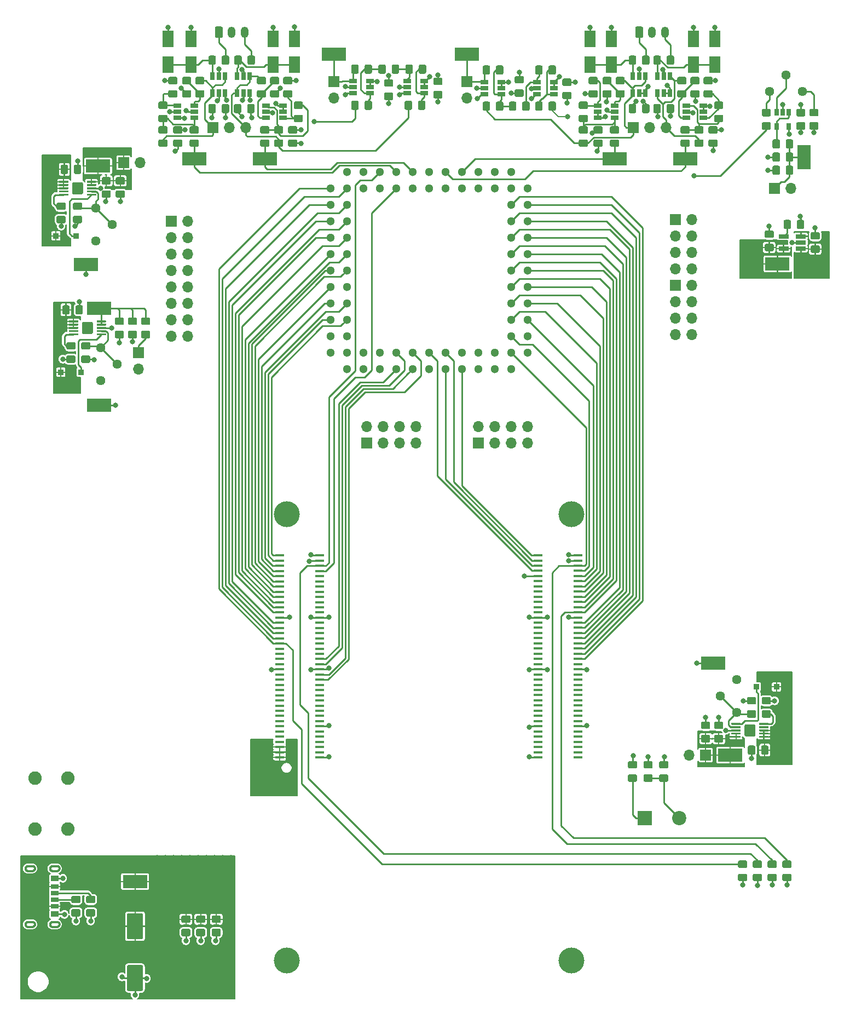
<source format=gtl>
G04 #@! TF.GenerationSoftware,KiCad,Pcbnew,(5.1.5)-3*
G04 #@! TF.CreationDate,2020-08-31T16:34:34-07:00*
G04 #@! TF.ProjectId,batty_trees_test_pcb,62617474-795f-4747-9265-65735f746573,rev?*
G04 #@! TF.SameCoordinates,Original*
G04 #@! TF.FileFunction,Copper,L1,Top*
G04 #@! TF.FilePolarity,Positive*
%FSLAX46Y46*%
G04 Gerber Fmt 4.6, Leading zero omitted, Abs format (unit mm)*
G04 Created by KiCad (PCBNEW (5.1.5)-3) date 2020-08-31 16:34:34*
%MOMM*%
%LPD*%
G04 APERTURE LIST*
%ADD10C,0.010000*%
%ADD11R,0.200000X0.200000*%
%ADD12R,1.150000X0.700000*%
%ADD13R,1.150000X0.800000*%
%ADD14R,1.150000X0.900000*%
%ADD15C,2.200000*%
%ADD16R,2.200000X2.200000*%
%ADD17C,0.100000*%
%ADD18R,0.900000X0.950000*%
%ADD19O,1.700000X1.700000*%
%ADD20R,1.700000X1.700000*%
%ADD21C,1.300000*%
%ADD22C,1.440000*%
%ADD23R,1.560000X0.650000*%
%ADD24R,0.650000X1.060000*%
%ADD25R,1.220000X0.650000*%
%ADD26R,0.650000X1.220000*%
%ADD27R,3.800000X2.030000*%
%ADD28R,2.030000X3.800000*%
%ADD29C,2.082800*%
%ADD30O,1.200000X1.750000*%
%ADD31R,1.700000X2.500000*%
%ADD32C,4.000000*%
%ADD33R,1.447800X0.457200*%
%ADD34C,0.800000*%
%ADD35C,0.250000*%
%ADD36C,0.177800*%
G04 APERTURE END LIST*
D10*
G36*
X30988000Y-157474000D02*
G01*
X31338000Y-157474000D01*
X31351084Y-157473657D01*
X31364132Y-157472630D01*
X31377109Y-157470922D01*
X31389978Y-157468537D01*
X31402705Y-157465481D01*
X31415254Y-157461764D01*
X31427592Y-157457395D01*
X31439684Y-157452386D01*
X31451498Y-157446752D01*
X31463000Y-157440506D01*
X31474160Y-157433668D01*
X31484946Y-157426254D01*
X31495330Y-157418286D01*
X31505283Y-157409786D01*
X31514777Y-157400777D01*
X31523786Y-157391283D01*
X31532286Y-157381330D01*
X31540254Y-157370946D01*
X31547668Y-157360160D01*
X31554506Y-157349000D01*
X31560752Y-157337498D01*
X31566386Y-157325684D01*
X31571395Y-157313592D01*
X31575764Y-157301254D01*
X31579481Y-157288705D01*
X31582537Y-157275978D01*
X31584922Y-157263109D01*
X31586630Y-157250132D01*
X31587657Y-157237084D01*
X31588000Y-157224000D01*
X31587657Y-157210916D01*
X31586630Y-157197868D01*
X31584922Y-157184891D01*
X31582537Y-157172022D01*
X31579481Y-157159295D01*
X31575764Y-157146746D01*
X31571395Y-157134408D01*
X31566386Y-157122316D01*
X31560752Y-157110502D01*
X31554506Y-157099000D01*
X31547668Y-157087840D01*
X31540254Y-157077054D01*
X31532286Y-157066670D01*
X31523786Y-157056717D01*
X31514777Y-157047223D01*
X31505283Y-157038214D01*
X31495330Y-157029714D01*
X31484946Y-157021746D01*
X31474160Y-157014332D01*
X31463000Y-157007494D01*
X31451498Y-157001248D01*
X31439684Y-156995614D01*
X31427592Y-156990605D01*
X31415254Y-156986236D01*
X31402705Y-156982519D01*
X31389978Y-156979463D01*
X31377109Y-156977078D01*
X31364132Y-156975370D01*
X31351084Y-156974343D01*
X31338000Y-156974000D01*
X30638000Y-156974000D01*
X30624916Y-156974343D01*
X30611868Y-156975370D01*
X30598891Y-156977078D01*
X30586022Y-156979463D01*
X30573295Y-156982519D01*
X30560746Y-156986236D01*
X30548408Y-156990605D01*
X30536316Y-156995614D01*
X30524502Y-157001248D01*
X30513000Y-157007494D01*
X30501840Y-157014332D01*
X30491054Y-157021746D01*
X30480670Y-157029714D01*
X30470717Y-157038214D01*
X30461223Y-157047223D01*
X30452214Y-157056717D01*
X30443714Y-157066670D01*
X30435746Y-157077054D01*
X30428332Y-157087840D01*
X30421494Y-157099000D01*
X30415248Y-157110502D01*
X30409614Y-157122316D01*
X30404605Y-157134408D01*
X30400236Y-157146746D01*
X30396519Y-157159295D01*
X30393463Y-157172022D01*
X30391078Y-157184891D01*
X30389370Y-157197868D01*
X30388343Y-157210916D01*
X30388000Y-157224000D01*
X30388343Y-157237084D01*
X30389370Y-157250132D01*
X30391078Y-157263109D01*
X30393463Y-157275978D01*
X30396519Y-157288705D01*
X30400236Y-157301254D01*
X30404605Y-157313592D01*
X30409614Y-157325684D01*
X30415248Y-157337498D01*
X30421494Y-157349000D01*
X30428332Y-157360160D01*
X30435746Y-157370946D01*
X30443714Y-157381330D01*
X30452214Y-157391283D01*
X30461223Y-157400777D01*
X30470717Y-157409786D01*
X30480670Y-157418286D01*
X30491054Y-157426254D01*
X30501840Y-157433668D01*
X30513000Y-157440506D01*
X30524502Y-157446752D01*
X30536316Y-157452386D01*
X30548408Y-157457395D01*
X30560746Y-157461764D01*
X30573295Y-157465481D01*
X30586022Y-157468537D01*
X30598891Y-157470922D01*
X30611868Y-157472630D01*
X30624916Y-157473657D01*
X30638000Y-157474000D01*
X30978000Y-157474000D01*
X30978000Y-157724000D01*
X30638000Y-157724000D01*
X30611832Y-157723315D01*
X30585736Y-157721261D01*
X30559783Y-157717844D01*
X30534044Y-157713074D01*
X30508590Y-157706963D01*
X30483492Y-157699528D01*
X30458816Y-157690790D01*
X30434632Y-157680773D01*
X30411005Y-157669503D01*
X30388000Y-157657013D01*
X30365680Y-157643335D01*
X30344107Y-157628508D01*
X30323340Y-157612573D01*
X30303435Y-157595572D01*
X30284447Y-157577553D01*
X30266428Y-157558565D01*
X30249427Y-157538660D01*
X30233492Y-157517893D01*
X30218665Y-157496320D01*
X30204987Y-157474000D01*
X30192497Y-157450995D01*
X30181227Y-157427368D01*
X30171210Y-157403184D01*
X30162472Y-157378508D01*
X30155037Y-157353410D01*
X30148926Y-157327956D01*
X30144156Y-157302217D01*
X30140739Y-157276264D01*
X30138685Y-157250168D01*
X30138000Y-157224000D01*
X30138685Y-157197832D01*
X30140739Y-157171736D01*
X30144156Y-157145783D01*
X30148926Y-157120044D01*
X30155037Y-157094590D01*
X30162472Y-157069492D01*
X30171210Y-157044816D01*
X30181227Y-157020632D01*
X30192497Y-156997005D01*
X30204987Y-156974000D01*
X30218665Y-156951680D01*
X30233492Y-156930107D01*
X30249427Y-156909340D01*
X30266428Y-156889435D01*
X30284447Y-156870447D01*
X30303435Y-156852428D01*
X30323340Y-156835427D01*
X30344107Y-156819492D01*
X30365680Y-156804665D01*
X30388000Y-156790987D01*
X30411005Y-156778497D01*
X30434632Y-156767227D01*
X30458816Y-156757210D01*
X30483492Y-156748472D01*
X30508590Y-156741037D01*
X30534044Y-156734926D01*
X30559783Y-156730156D01*
X30585736Y-156726739D01*
X30611832Y-156724685D01*
X30638000Y-156724000D01*
X31338000Y-156724000D01*
X31364168Y-156724685D01*
X31390264Y-156726739D01*
X31416217Y-156730156D01*
X31441956Y-156734926D01*
X31467410Y-156741037D01*
X31492508Y-156748472D01*
X31517184Y-156757210D01*
X31541368Y-156767227D01*
X31564995Y-156778497D01*
X31588000Y-156790987D01*
X31610320Y-156804665D01*
X31631893Y-156819492D01*
X31652660Y-156835427D01*
X31672565Y-156852428D01*
X31691553Y-156870447D01*
X31709572Y-156889435D01*
X31726573Y-156909340D01*
X31742508Y-156930107D01*
X31757335Y-156951680D01*
X31771013Y-156974000D01*
X31783503Y-156997005D01*
X31794773Y-157020632D01*
X31804790Y-157044816D01*
X31813528Y-157069492D01*
X31820963Y-157094590D01*
X31827074Y-157120044D01*
X31831844Y-157145783D01*
X31835261Y-157171736D01*
X31837315Y-157197832D01*
X31838000Y-157224000D01*
X31837315Y-157250168D01*
X31835261Y-157276264D01*
X31831844Y-157302217D01*
X31827074Y-157327956D01*
X31820963Y-157353410D01*
X31813528Y-157378508D01*
X31804790Y-157403184D01*
X31794773Y-157427368D01*
X31783503Y-157450995D01*
X31771013Y-157474000D01*
X31757335Y-157496320D01*
X31742508Y-157517893D01*
X31726573Y-157538660D01*
X31709572Y-157558565D01*
X31691553Y-157577553D01*
X31672565Y-157595572D01*
X31652660Y-157612573D01*
X31631893Y-157628508D01*
X31610320Y-157643335D01*
X31588000Y-157657013D01*
X31564995Y-157669503D01*
X31541368Y-157680773D01*
X31517184Y-157690790D01*
X31492508Y-157699528D01*
X31467410Y-157706963D01*
X31441956Y-157713074D01*
X31416217Y-157717844D01*
X31390264Y-157721261D01*
X31364168Y-157723315D01*
X31338000Y-157724000D01*
X30988000Y-157724000D01*
X30988000Y-157474000D01*
G37*
X30988000Y-157474000D02*
X31338000Y-157474000D01*
X31351084Y-157473657D01*
X31364132Y-157472630D01*
X31377109Y-157470922D01*
X31389978Y-157468537D01*
X31402705Y-157465481D01*
X31415254Y-157461764D01*
X31427592Y-157457395D01*
X31439684Y-157452386D01*
X31451498Y-157446752D01*
X31463000Y-157440506D01*
X31474160Y-157433668D01*
X31484946Y-157426254D01*
X31495330Y-157418286D01*
X31505283Y-157409786D01*
X31514777Y-157400777D01*
X31523786Y-157391283D01*
X31532286Y-157381330D01*
X31540254Y-157370946D01*
X31547668Y-157360160D01*
X31554506Y-157349000D01*
X31560752Y-157337498D01*
X31566386Y-157325684D01*
X31571395Y-157313592D01*
X31575764Y-157301254D01*
X31579481Y-157288705D01*
X31582537Y-157275978D01*
X31584922Y-157263109D01*
X31586630Y-157250132D01*
X31587657Y-157237084D01*
X31588000Y-157224000D01*
X31587657Y-157210916D01*
X31586630Y-157197868D01*
X31584922Y-157184891D01*
X31582537Y-157172022D01*
X31579481Y-157159295D01*
X31575764Y-157146746D01*
X31571395Y-157134408D01*
X31566386Y-157122316D01*
X31560752Y-157110502D01*
X31554506Y-157099000D01*
X31547668Y-157087840D01*
X31540254Y-157077054D01*
X31532286Y-157066670D01*
X31523786Y-157056717D01*
X31514777Y-157047223D01*
X31505283Y-157038214D01*
X31495330Y-157029714D01*
X31484946Y-157021746D01*
X31474160Y-157014332D01*
X31463000Y-157007494D01*
X31451498Y-157001248D01*
X31439684Y-156995614D01*
X31427592Y-156990605D01*
X31415254Y-156986236D01*
X31402705Y-156982519D01*
X31389978Y-156979463D01*
X31377109Y-156977078D01*
X31364132Y-156975370D01*
X31351084Y-156974343D01*
X31338000Y-156974000D01*
X30638000Y-156974000D01*
X30624916Y-156974343D01*
X30611868Y-156975370D01*
X30598891Y-156977078D01*
X30586022Y-156979463D01*
X30573295Y-156982519D01*
X30560746Y-156986236D01*
X30548408Y-156990605D01*
X30536316Y-156995614D01*
X30524502Y-157001248D01*
X30513000Y-157007494D01*
X30501840Y-157014332D01*
X30491054Y-157021746D01*
X30480670Y-157029714D01*
X30470717Y-157038214D01*
X30461223Y-157047223D01*
X30452214Y-157056717D01*
X30443714Y-157066670D01*
X30435746Y-157077054D01*
X30428332Y-157087840D01*
X30421494Y-157099000D01*
X30415248Y-157110502D01*
X30409614Y-157122316D01*
X30404605Y-157134408D01*
X30400236Y-157146746D01*
X30396519Y-157159295D01*
X30393463Y-157172022D01*
X30391078Y-157184891D01*
X30389370Y-157197868D01*
X30388343Y-157210916D01*
X30388000Y-157224000D01*
X30388343Y-157237084D01*
X30389370Y-157250132D01*
X30391078Y-157263109D01*
X30393463Y-157275978D01*
X30396519Y-157288705D01*
X30400236Y-157301254D01*
X30404605Y-157313592D01*
X30409614Y-157325684D01*
X30415248Y-157337498D01*
X30421494Y-157349000D01*
X30428332Y-157360160D01*
X30435746Y-157370946D01*
X30443714Y-157381330D01*
X30452214Y-157391283D01*
X30461223Y-157400777D01*
X30470717Y-157409786D01*
X30480670Y-157418286D01*
X30491054Y-157426254D01*
X30501840Y-157433668D01*
X30513000Y-157440506D01*
X30524502Y-157446752D01*
X30536316Y-157452386D01*
X30548408Y-157457395D01*
X30560746Y-157461764D01*
X30573295Y-157465481D01*
X30586022Y-157468537D01*
X30598891Y-157470922D01*
X30611868Y-157472630D01*
X30624916Y-157473657D01*
X30638000Y-157474000D01*
X30978000Y-157474000D01*
X30978000Y-157724000D01*
X30638000Y-157724000D01*
X30611832Y-157723315D01*
X30585736Y-157721261D01*
X30559783Y-157717844D01*
X30534044Y-157713074D01*
X30508590Y-157706963D01*
X30483492Y-157699528D01*
X30458816Y-157690790D01*
X30434632Y-157680773D01*
X30411005Y-157669503D01*
X30388000Y-157657013D01*
X30365680Y-157643335D01*
X30344107Y-157628508D01*
X30323340Y-157612573D01*
X30303435Y-157595572D01*
X30284447Y-157577553D01*
X30266428Y-157558565D01*
X30249427Y-157538660D01*
X30233492Y-157517893D01*
X30218665Y-157496320D01*
X30204987Y-157474000D01*
X30192497Y-157450995D01*
X30181227Y-157427368D01*
X30171210Y-157403184D01*
X30162472Y-157378508D01*
X30155037Y-157353410D01*
X30148926Y-157327956D01*
X30144156Y-157302217D01*
X30140739Y-157276264D01*
X30138685Y-157250168D01*
X30138000Y-157224000D01*
X30138685Y-157197832D01*
X30140739Y-157171736D01*
X30144156Y-157145783D01*
X30148926Y-157120044D01*
X30155037Y-157094590D01*
X30162472Y-157069492D01*
X30171210Y-157044816D01*
X30181227Y-157020632D01*
X30192497Y-156997005D01*
X30204987Y-156974000D01*
X30218665Y-156951680D01*
X30233492Y-156930107D01*
X30249427Y-156909340D01*
X30266428Y-156889435D01*
X30284447Y-156870447D01*
X30303435Y-156852428D01*
X30323340Y-156835427D01*
X30344107Y-156819492D01*
X30365680Y-156804665D01*
X30388000Y-156790987D01*
X30411005Y-156778497D01*
X30434632Y-156767227D01*
X30458816Y-156757210D01*
X30483492Y-156748472D01*
X30508590Y-156741037D01*
X30534044Y-156734926D01*
X30559783Y-156730156D01*
X30585736Y-156726739D01*
X30611832Y-156724685D01*
X30638000Y-156724000D01*
X31338000Y-156724000D01*
X31364168Y-156724685D01*
X31390264Y-156726739D01*
X31416217Y-156730156D01*
X31441956Y-156734926D01*
X31467410Y-156741037D01*
X31492508Y-156748472D01*
X31517184Y-156757210D01*
X31541368Y-156767227D01*
X31564995Y-156778497D01*
X31588000Y-156790987D01*
X31610320Y-156804665D01*
X31631893Y-156819492D01*
X31652660Y-156835427D01*
X31672565Y-156852428D01*
X31691553Y-156870447D01*
X31709572Y-156889435D01*
X31726573Y-156909340D01*
X31742508Y-156930107D01*
X31757335Y-156951680D01*
X31771013Y-156974000D01*
X31783503Y-156997005D01*
X31794773Y-157020632D01*
X31804790Y-157044816D01*
X31813528Y-157069492D01*
X31820963Y-157094590D01*
X31827074Y-157120044D01*
X31831844Y-157145783D01*
X31835261Y-157171736D01*
X31837315Y-157197832D01*
X31838000Y-157224000D01*
X31837315Y-157250168D01*
X31835261Y-157276264D01*
X31831844Y-157302217D01*
X31827074Y-157327956D01*
X31820963Y-157353410D01*
X31813528Y-157378508D01*
X31804790Y-157403184D01*
X31794773Y-157427368D01*
X31783503Y-157450995D01*
X31771013Y-157474000D01*
X31757335Y-157496320D01*
X31742508Y-157517893D01*
X31726573Y-157538660D01*
X31709572Y-157558565D01*
X31691553Y-157577553D01*
X31672565Y-157595572D01*
X31652660Y-157612573D01*
X31631893Y-157628508D01*
X31610320Y-157643335D01*
X31588000Y-157657013D01*
X31564995Y-157669503D01*
X31541368Y-157680773D01*
X31517184Y-157690790D01*
X31492508Y-157699528D01*
X31467410Y-157706963D01*
X31441956Y-157713074D01*
X31416217Y-157717844D01*
X31390264Y-157721261D01*
X31364168Y-157723315D01*
X31338000Y-157724000D01*
X30988000Y-157724000D01*
X30988000Y-157474000D01*
G36*
X30988000Y-166114000D02*
G01*
X31338000Y-166114000D01*
X31351084Y-166113657D01*
X31364132Y-166112630D01*
X31377109Y-166110922D01*
X31389978Y-166108537D01*
X31402705Y-166105481D01*
X31415254Y-166101764D01*
X31427592Y-166097395D01*
X31439684Y-166092386D01*
X31451498Y-166086752D01*
X31463000Y-166080506D01*
X31474160Y-166073668D01*
X31484946Y-166066254D01*
X31495330Y-166058286D01*
X31505283Y-166049786D01*
X31514777Y-166040777D01*
X31523786Y-166031283D01*
X31532286Y-166021330D01*
X31540254Y-166010946D01*
X31547668Y-166000160D01*
X31554506Y-165989000D01*
X31560752Y-165977498D01*
X31566386Y-165965684D01*
X31571395Y-165953592D01*
X31575764Y-165941254D01*
X31579481Y-165928705D01*
X31582537Y-165915978D01*
X31584922Y-165903109D01*
X31586630Y-165890132D01*
X31587657Y-165877084D01*
X31588000Y-165864000D01*
X31587657Y-165850916D01*
X31586630Y-165837868D01*
X31584922Y-165824891D01*
X31582537Y-165812022D01*
X31579481Y-165799295D01*
X31575764Y-165786746D01*
X31571395Y-165774408D01*
X31566386Y-165762316D01*
X31560752Y-165750502D01*
X31554506Y-165739000D01*
X31547668Y-165727840D01*
X31540254Y-165717054D01*
X31532286Y-165706670D01*
X31523786Y-165696717D01*
X31514777Y-165687223D01*
X31505283Y-165678214D01*
X31495330Y-165669714D01*
X31484946Y-165661746D01*
X31474160Y-165654332D01*
X31463000Y-165647494D01*
X31451498Y-165641248D01*
X31439684Y-165635614D01*
X31427592Y-165630605D01*
X31415254Y-165626236D01*
X31402705Y-165622519D01*
X31389978Y-165619463D01*
X31377109Y-165617078D01*
X31364132Y-165615370D01*
X31351084Y-165614343D01*
X31338000Y-165614000D01*
X30638000Y-165614000D01*
X30624916Y-165614343D01*
X30611868Y-165615370D01*
X30598891Y-165617078D01*
X30586022Y-165619463D01*
X30573295Y-165622519D01*
X30560746Y-165626236D01*
X30548408Y-165630605D01*
X30536316Y-165635614D01*
X30524502Y-165641248D01*
X30513000Y-165647494D01*
X30501840Y-165654332D01*
X30491054Y-165661746D01*
X30480670Y-165669714D01*
X30470717Y-165678214D01*
X30461223Y-165687223D01*
X30452214Y-165696717D01*
X30443714Y-165706670D01*
X30435746Y-165717054D01*
X30428332Y-165727840D01*
X30421494Y-165739000D01*
X30415248Y-165750502D01*
X30409614Y-165762316D01*
X30404605Y-165774408D01*
X30400236Y-165786746D01*
X30396519Y-165799295D01*
X30393463Y-165812022D01*
X30391078Y-165824891D01*
X30389370Y-165837868D01*
X30388343Y-165850916D01*
X30388000Y-165864000D01*
X30388343Y-165877084D01*
X30389370Y-165890132D01*
X30391078Y-165903109D01*
X30393463Y-165915978D01*
X30396519Y-165928705D01*
X30400236Y-165941254D01*
X30404605Y-165953592D01*
X30409614Y-165965684D01*
X30415248Y-165977498D01*
X30421494Y-165989000D01*
X30428332Y-166000160D01*
X30435746Y-166010946D01*
X30443714Y-166021330D01*
X30452214Y-166031283D01*
X30461223Y-166040777D01*
X30470717Y-166049786D01*
X30480670Y-166058286D01*
X30491054Y-166066254D01*
X30501840Y-166073668D01*
X30513000Y-166080506D01*
X30524502Y-166086752D01*
X30536316Y-166092386D01*
X30548408Y-166097395D01*
X30560746Y-166101764D01*
X30573295Y-166105481D01*
X30586022Y-166108537D01*
X30598891Y-166110922D01*
X30611868Y-166112630D01*
X30624916Y-166113657D01*
X30638000Y-166114000D01*
X30978000Y-166114000D01*
X30978000Y-166364000D01*
X30638000Y-166364000D01*
X30611832Y-166363315D01*
X30585736Y-166361261D01*
X30559783Y-166357844D01*
X30534044Y-166353074D01*
X30508590Y-166346963D01*
X30483492Y-166339528D01*
X30458816Y-166330790D01*
X30434632Y-166320773D01*
X30411005Y-166309503D01*
X30388000Y-166297013D01*
X30365680Y-166283335D01*
X30344107Y-166268508D01*
X30323340Y-166252573D01*
X30303435Y-166235572D01*
X30284447Y-166217553D01*
X30266428Y-166198565D01*
X30249427Y-166178660D01*
X30233492Y-166157893D01*
X30218665Y-166136320D01*
X30204987Y-166114000D01*
X30192497Y-166090995D01*
X30181227Y-166067368D01*
X30171210Y-166043184D01*
X30162472Y-166018508D01*
X30155037Y-165993410D01*
X30148926Y-165967956D01*
X30144156Y-165942217D01*
X30140739Y-165916264D01*
X30138685Y-165890168D01*
X30138000Y-165864000D01*
X30138685Y-165837832D01*
X30140739Y-165811736D01*
X30144156Y-165785783D01*
X30148926Y-165760044D01*
X30155037Y-165734590D01*
X30162472Y-165709492D01*
X30171210Y-165684816D01*
X30181227Y-165660632D01*
X30192497Y-165637005D01*
X30204987Y-165614000D01*
X30218665Y-165591680D01*
X30233492Y-165570107D01*
X30249427Y-165549340D01*
X30266428Y-165529435D01*
X30284447Y-165510447D01*
X30303435Y-165492428D01*
X30323340Y-165475427D01*
X30344107Y-165459492D01*
X30365680Y-165444665D01*
X30388000Y-165430987D01*
X30411005Y-165418497D01*
X30434632Y-165407227D01*
X30458816Y-165397210D01*
X30483492Y-165388472D01*
X30508590Y-165381037D01*
X30534044Y-165374926D01*
X30559783Y-165370156D01*
X30585736Y-165366739D01*
X30611832Y-165364685D01*
X30638000Y-165364000D01*
X31338000Y-165364000D01*
X31364168Y-165364685D01*
X31390264Y-165366739D01*
X31416217Y-165370156D01*
X31441956Y-165374926D01*
X31467410Y-165381037D01*
X31492508Y-165388472D01*
X31517184Y-165397210D01*
X31541368Y-165407227D01*
X31564995Y-165418497D01*
X31588000Y-165430987D01*
X31610320Y-165444665D01*
X31631893Y-165459492D01*
X31652660Y-165475427D01*
X31672565Y-165492428D01*
X31691553Y-165510447D01*
X31709572Y-165529435D01*
X31726573Y-165549340D01*
X31742508Y-165570107D01*
X31757335Y-165591680D01*
X31771013Y-165614000D01*
X31783503Y-165637005D01*
X31794773Y-165660632D01*
X31804790Y-165684816D01*
X31813528Y-165709492D01*
X31820963Y-165734590D01*
X31827074Y-165760044D01*
X31831844Y-165785783D01*
X31835261Y-165811736D01*
X31837315Y-165837832D01*
X31838000Y-165864000D01*
X31837315Y-165890168D01*
X31835261Y-165916264D01*
X31831844Y-165942217D01*
X31827074Y-165967956D01*
X31820963Y-165993410D01*
X31813528Y-166018508D01*
X31804790Y-166043184D01*
X31794773Y-166067368D01*
X31783503Y-166090995D01*
X31771013Y-166114000D01*
X31757335Y-166136320D01*
X31742508Y-166157893D01*
X31726573Y-166178660D01*
X31709572Y-166198565D01*
X31691553Y-166217553D01*
X31672565Y-166235572D01*
X31652660Y-166252573D01*
X31631893Y-166268508D01*
X31610320Y-166283335D01*
X31588000Y-166297013D01*
X31564995Y-166309503D01*
X31541368Y-166320773D01*
X31517184Y-166330790D01*
X31492508Y-166339528D01*
X31467410Y-166346963D01*
X31441956Y-166353074D01*
X31416217Y-166357844D01*
X31390264Y-166361261D01*
X31364168Y-166363315D01*
X31338000Y-166364000D01*
X30988000Y-166364000D01*
X30988000Y-166114000D01*
G37*
X30988000Y-166114000D02*
X31338000Y-166114000D01*
X31351084Y-166113657D01*
X31364132Y-166112630D01*
X31377109Y-166110922D01*
X31389978Y-166108537D01*
X31402705Y-166105481D01*
X31415254Y-166101764D01*
X31427592Y-166097395D01*
X31439684Y-166092386D01*
X31451498Y-166086752D01*
X31463000Y-166080506D01*
X31474160Y-166073668D01*
X31484946Y-166066254D01*
X31495330Y-166058286D01*
X31505283Y-166049786D01*
X31514777Y-166040777D01*
X31523786Y-166031283D01*
X31532286Y-166021330D01*
X31540254Y-166010946D01*
X31547668Y-166000160D01*
X31554506Y-165989000D01*
X31560752Y-165977498D01*
X31566386Y-165965684D01*
X31571395Y-165953592D01*
X31575764Y-165941254D01*
X31579481Y-165928705D01*
X31582537Y-165915978D01*
X31584922Y-165903109D01*
X31586630Y-165890132D01*
X31587657Y-165877084D01*
X31588000Y-165864000D01*
X31587657Y-165850916D01*
X31586630Y-165837868D01*
X31584922Y-165824891D01*
X31582537Y-165812022D01*
X31579481Y-165799295D01*
X31575764Y-165786746D01*
X31571395Y-165774408D01*
X31566386Y-165762316D01*
X31560752Y-165750502D01*
X31554506Y-165739000D01*
X31547668Y-165727840D01*
X31540254Y-165717054D01*
X31532286Y-165706670D01*
X31523786Y-165696717D01*
X31514777Y-165687223D01*
X31505283Y-165678214D01*
X31495330Y-165669714D01*
X31484946Y-165661746D01*
X31474160Y-165654332D01*
X31463000Y-165647494D01*
X31451498Y-165641248D01*
X31439684Y-165635614D01*
X31427592Y-165630605D01*
X31415254Y-165626236D01*
X31402705Y-165622519D01*
X31389978Y-165619463D01*
X31377109Y-165617078D01*
X31364132Y-165615370D01*
X31351084Y-165614343D01*
X31338000Y-165614000D01*
X30638000Y-165614000D01*
X30624916Y-165614343D01*
X30611868Y-165615370D01*
X30598891Y-165617078D01*
X30586022Y-165619463D01*
X30573295Y-165622519D01*
X30560746Y-165626236D01*
X30548408Y-165630605D01*
X30536316Y-165635614D01*
X30524502Y-165641248D01*
X30513000Y-165647494D01*
X30501840Y-165654332D01*
X30491054Y-165661746D01*
X30480670Y-165669714D01*
X30470717Y-165678214D01*
X30461223Y-165687223D01*
X30452214Y-165696717D01*
X30443714Y-165706670D01*
X30435746Y-165717054D01*
X30428332Y-165727840D01*
X30421494Y-165739000D01*
X30415248Y-165750502D01*
X30409614Y-165762316D01*
X30404605Y-165774408D01*
X30400236Y-165786746D01*
X30396519Y-165799295D01*
X30393463Y-165812022D01*
X30391078Y-165824891D01*
X30389370Y-165837868D01*
X30388343Y-165850916D01*
X30388000Y-165864000D01*
X30388343Y-165877084D01*
X30389370Y-165890132D01*
X30391078Y-165903109D01*
X30393463Y-165915978D01*
X30396519Y-165928705D01*
X30400236Y-165941254D01*
X30404605Y-165953592D01*
X30409614Y-165965684D01*
X30415248Y-165977498D01*
X30421494Y-165989000D01*
X30428332Y-166000160D01*
X30435746Y-166010946D01*
X30443714Y-166021330D01*
X30452214Y-166031283D01*
X30461223Y-166040777D01*
X30470717Y-166049786D01*
X30480670Y-166058286D01*
X30491054Y-166066254D01*
X30501840Y-166073668D01*
X30513000Y-166080506D01*
X30524502Y-166086752D01*
X30536316Y-166092386D01*
X30548408Y-166097395D01*
X30560746Y-166101764D01*
X30573295Y-166105481D01*
X30586022Y-166108537D01*
X30598891Y-166110922D01*
X30611868Y-166112630D01*
X30624916Y-166113657D01*
X30638000Y-166114000D01*
X30978000Y-166114000D01*
X30978000Y-166364000D01*
X30638000Y-166364000D01*
X30611832Y-166363315D01*
X30585736Y-166361261D01*
X30559783Y-166357844D01*
X30534044Y-166353074D01*
X30508590Y-166346963D01*
X30483492Y-166339528D01*
X30458816Y-166330790D01*
X30434632Y-166320773D01*
X30411005Y-166309503D01*
X30388000Y-166297013D01*
X30365680Y-166283335D01*
X30344107Y-166268508D01*
X30323340Y-166252573D01*
X30303435Y-166235572D01*
X30284447Y-166217553D01*
X30266428Y-166198565D01*
X30249427Y-166178660D01*
X30233492Y-166157893D01*
X30218665Y-166136320D01*
X30204987Y-166114000D01*
X30192497Y-166090995D01*
X30181227Y-166067368D01*
X30171210Y-166043184D01*
X30162472Y-166018508D01*
X30155037Y-165993410D01*
X30148926Y-165967956D01*
X30144156Y-165942217D01*
X30140739Y-165916264D01*
X30138685Y-165890168D01*
X30138000Y-165864000D01*
X30138685Y-165837832D01*
X30140739Y-165811736D01*
X30144156Y-165785783D01*
X30148926Y-165760044D01*
X30155037Y-165734590D01*
X30162472Y-165709492D01*
X30171210Y-165684816D01*
X30181227Y-165660632D01*
X30192497Y-165637005D01*
X30204987Y-165614000D01*
X30218665Y-165591680D01*
X30233492Y-165570107D01*
X30249427Y-165549340D01*
X30266428Y-165529435D01*
X30284447Y-165510447D01*
X30303435Y-165492428D01*
X30323340Y-165475427D01*
X30344107Y-165459492D01*
X30365680Y-165444665D01*
X30388000Y-165430987D01*
X30411005Y-165418497D01*
X30434632Y-165407227D01*
X30458816Y-165397210D01*
X30483492Y-165388472D01*
X30508590Y-165381037D01*
X30534044Y-165374926D01*
X30559783Y-165370156D01*
X30585736Y-165366739D01*
X30611832Y-165364685D01*
X30638000Y-165364000D01*
X31338000Y-165364000D01*
X31364168Y-165364685D01*
X31390264Y-165366739D01*
X31416217Y-165370156D01*
X31441956Y-165374926D01*
X31467410Y-165381037D01*
X31492508Y-165388472D01*
X31517184Y-165397210D01*
X31541368Y-165407227D01*
X31564995Y-165418497D01*
X31588000Y-165430987D01*
X31610320Y-165444665D01*
X31631893Y-165459492D01*
X31652660Y-165475427D01*
X31672565Y-165492428D01*
X31691553Y-165510447D01*
X31709572Y-165529435D01*
X31726573Y-165549340D01*
X31742508Y-165570107D01*
X31757335Y-165591680D01*
X31771013Y-165614000D01*
X31783503Y-165637005D01*
X31794773Y-165660632D01*
X31804790Y-165684816D01*
X31813528Y-165709492D01*
X31820963Y-165734590D01*
X31827074Y-165760044D01*
X31831844Y-165785783D01*
X31835261Y-165811736D01*
X31837315Y-165837832D01*
X31838000Y-165864000D01*
X31837315Y-165890168D01*
X31835261Y-165916264D01*
X31831844Y-165942217D01*
X31827074Y-165967956D01*
X31820963Y-165993410D01*
X31813528Y-166018508D01*
X31804790Y-166043184D01*
X31794773Y-166067368D01*
X31783503Y-166090995D01*
X31771013Y-166114000D01*
X31757335Y-166136320D01*
X31742508Y-166157893D01*
X31726573Y-166178660D01*
X31709572Y-166198565D01*
X31691553Y-166217553D01*
X31672565Y-166235572D01*
X31652660Y-166252573D01*
X31631893Y-166268508D01*
X31610320Y-166283335D01*
X31588000Y-166297013D01*
X31564995Y-166309503D01*
X31541368Y-166320773D01*
X31517184Y-166330790D01*
X31492508Y-166339528D01*
X31467410Y-166346963D01*
X31441956Y-166353074D01*
X31416217Y-166357844D01*
X31390264Y-166361261D01*
X31364168Y-166363315D01*
X31338000Y-166364000D01*
X30988000Y-166364000D01*
X30988000Y-166114000D01*
G36*
X27188000Y-157474000D02*
G01*
X27538000Y-157474000D01*
X27551084Y-157473657D01*
X27564132Y-157472630D01*
X27577109Y-157470922D01*
X27589978Y-157468537D01*
X27602705Y-157465481D01*
X27615254Y-157461764D01*
X27627592Y-157457395D01*
X27639684Y-157452386D01*
X27651498Y-157446752D01*
X27663000Y-157440506D01*
X27674160Y-157433668D01*
X27684946Y-157426254D01*
X27695330Y-157418286D01*
X27705283Y-157409786D01*
X27714777Y-157400777D01*
X27723786Y-157391283D01*
X27732286Y-157381330D01*
X27740254Y-157370946D01*
X27747668Y-157360160D01*
X27754506Y-157349000D01*
X27760752Y-157337498D01*
X27766386Y-157325684D01*
X27771395Y-157313592D01*
X27775764Y-157301254D01*
X27779481Y-157288705D01*
X27782537Y-157275978D01*
X27784922Y-157263109D01*
X27786630Y-157250132D01*
X27787657Y-157237084D01*
X27788000Y-157224000D01*
X27787657Y-157210916D01*
X27786630Y-157197868D01*
X27784922Y-157184891D01*
X27782537Y-157172022D01*
X27779481Y-157159295D01*
X27775764Y-157146746D01*
X27771395Y-157134408D01*
X27766386Y-157122316D01*
X27760752Y-157110502D01*
X27754506Y-157099000D01*
X27747668Y-157087840D01*
X27740254Y-157077054D01*
X27732286Y-157066670D01*
X27723786Y-157056717D01*
X27714777Y-157047223D01*
X27705283Y-157038214D01*
X27695330Y-157029714D01*
X27684946Y-157021746D01*
X27674160Y-157014332D01*
X27663000Y-157007494D01*
X27651498Y-157001248D01*
X27639684Y-156995614D01*
X27627592Y-156990605D01*
X27615254Y-156986236D01*
X27602705Y-156982519D01*
X27589978Y-156979463D01*
X27577109Y-156977078D01*
X27564132Y-156975370D01*
X27551084Y-156974343D01*
X27538000Y-156974000D01*
X26838000Y-156974000D01*
X26824916Y-156974343D01*
X26811868Y-156975370D01*
X26798891Y-156977078D01*
X26786022Y-156979463D01*
X26773295Y-156982519D01*
X26760746Y-156986236D01*
X26748408Y-156990605D01*
X26736316Y-156995614D01*
X26724502Y-157001248D01*
X26713000Y-157007494D01*
X26701840Y-157014332D01*
X26691054Y-157021746D01*
X26680670Y-157029714D01*
X26670717Y-157038214D01*
X26661223Y-157047223D01*
X26652214Y-157056717D01*
X26643714Y-157066670D01*
X26635746Y-157077054D01*
X26628332Y-157087840D01*
X26621494Y-157099000D01*
X26615248Y-157110502D01*
X26609614Y-157122316D01*
X26604605Y-157134408D01*
X26600236Y-157146746D01*
X26596519Y-157159295D01*
X26593463Y-157172022D01*
X26591078Y-157184891D01*
X26589370Y-157197868D01*
X26588343Y-157210916D01*
X26588000Y-157224000D01*
X26588343Y-157237084D01*
X26589370Y-157250132D01*
X26591078Y-157263109D01*
X26593463Y-157275978D01*
X26596519Y-157288705D01*
X26600236Y-157301254D01*
X26604605Y-157313592D01*
X26609614Y-157325684D01*
X26615248Y-157337498D01*
X26621494Y-157349000D01*
X26628332Y-157360160D01*
X26635746Y-157370946D01*
X26643714Y-157381330D01*
X26652214Y-157391283D01*
X26661223Y-157400777D01*
X26670717Y-157409786D01*
X26680670Y-157418286D01*
X26691054Y-157426254D01*
X26701840Y-157433668D01*
X26713000Y-157440506D01*
X26724502Y-157446752D01*
X26736316Y-157452386D01*
X26748408Y-157457395D01*
X26760746Y-157461764D01*
X26773295Y-157465481D01*
X26786022Y-157468537D01*
X26798891Y-157470922D01*
X26811868Y-157472630D01*
X26824916Y-157473657D01*
X26838000Y-157474000D01*
X27178000Y-157474000D01*
X27178000Y-157724000D01*
X26838000Y-157724000D01*
X26811832Y-157723315D01*
X26785736Y-157721261D01*
X26759783Y-157717844D01*
X26734044Y-157713074D01*
X26708590Y-157706963D01*
X26683492Y-157699528D01*
X26658816Y-157690790D01*
X26634632Y-157680773D01*
X26611005Y-157669503D01*
X26588000Y-157657013D01*
X26565680Y-157643335D01*
X26544107Y-157628508D01*
X26523340Y-157612573D01*
X26503435Y-157595572D01*
X26484447Y-157577553D01*
X26466428Y-157558565D01*
X26449427Y-157538660D01*
X26433492Y-157517893D01*
X26418665Y-157496320D01*
X26404987Y-157474000D01*
X26392497Y-157450995D01*
X26381227Y-157427368D01*
X26371210Y-157403184D01*
X26362472Y-157378508D01*
X26355037Y-157353410D01*
X26348926Y-157327956D01*
X26344156Y-157302217D01*
X26340739Y-157276264D01*
X26338685Y-157250168D01*
X26338000Y-157224000D01*
X26338685Y-157197832D01*
X26340739Y-157171736D01*
X26344156Y-157145783D01*
X26348926Y-157120044D01*
X26355037Y-157094590D01*
X26362472Y-157069492D01*
X26371210Y-157044816D01*
X26381227Y-157020632D01*
X26392497Y-156997005D01*
X26404987Y-156974000D01*
X26418665Y-156951680D01*
X26433492Y-156930107D01*
X26449427Y-156909340D01*
X26466428Y-156889435D01*
X26484447Y-156870447D01*
X26503435Y-156852428D01*
X26523340Y-156835427D01*
X26544107Y-156819492D01*
X26565680Y-156804665D01*
X26588000Y-156790987D01*
X26611005Y-156778497D01*
X26634632Y-156767227D01*
X26658816Y-156757210D01*
X26683492Y-156748472D01*
X26708590Y-156741037D01*
X26734044Y-156734926D01*
X26759783Y-156730156D01*
X26785736Y-156726739D01*
X26811832Y-156724685D01*
X26838000Y-156724000D01*
X27538000Y-156724000D01*
X27564168Y-156724685D01*
X27590264Y-156726739D01*
X27616217Y-156730156D01*
X27641956Y-156734926D01*
X27667410Y-156741037D01*
X27692508Y-156748472D01*
X27717184Y-156757210D01*
X27741368Y-156767227D01*
X27764995Y-156778497D01*
X27788000Y-156790987D01*
X27810320Y-156804665D01*
X27831893Y-156819492D01*
X27852660Y-156835427D01*
X27872565Y-156852428D01*
X27891553Y-156870447D01*
X27909572Y-156889435D01*
X27926573Y-156909340D01*
X27942508Y-156930107D01*
X27957335Y-156951680D01*
X27971013Y-156974000D01*
X27983503Y-156997005D01*
X27994773Y-157020632D01*
X28004790Y-157044816D01*
X28013528Y-157069492D01*
X28020963Y-157094590D01*
X28027074Y-157120044D01*
X28031844Y-157145783D01*
X28035261Y-157171736D01*
X28037315Y-157197832D01*
X28038000Y-157224000D01*
X28037315Y-157250168D01*
X28035261Y-157276264D01*
X28031844Y-157302217D01*
X28027074Y-157327956D01*
X28020963Y-157353410D01*
X28013528Y-157378508D01*
X28004790Y-157403184D01*
X27994773Y-157427368D01*
X27983503Y-157450995D01*
X27971013Y-157474000D01*
X27957335Y-157496320D01*
X27942508Y-157517893D01*
X27926573Y-157538660D01*
X27909572Y-157558565D01*
X27891553Y-157577553D01*
X27872565Y-157595572D01*
X27852660Y-157612573D01*
X27831893Y-157628508D01*
X27810320Y-157643335D01*
X27788000Y-157657013D01*
X27764995Y-157669503D01*
X27741368Y-157680773D01*
X27717184Y-157690790D01*
X27692508Y-157699528D01*
X27667410Y-157706963D01*
X27641956Y-157713074D01*
X27616217Y-157717844D01*
X27590264Y-157721261D01*
X27564168Y-157723315D01*
X27538000Y-157724000D01*
X27188000Y-157724000D01*
X27188000Y-157474000D01*
G37*
X27188000Y-157474000D02*
X27538000Y-157474000D01*
X27551084Y-157473657D01*
X27564132Y-157472630D01*
X27577109Y-157470922D01*
X27589978Y-157468537D01*
X27602705Y-157465481D01*
X27615254Y-157461764D01*
X27627592Y-157457395D01*
X27639684Y-157452386D01*
X27651498Y-157446752D01*
X27663000Y-157440506D01*
X27674160Y-157433668D01*
X27684946Y-157426254D01*
X27695330Y-157418286D01*
X27705283Y-157409786D01*
X27714777Y-157400777D01*
X27723786Y-157391283D01*
X27732286Y-157381330D01*
X27740254Y-157370946D01*
X27747668Y-157360160D01*
X27754506Y-157349000D01*
X27760752Y-157337498D01*
X27766386Y-157325684D01*
X27771395Y-157313592D01*
X27775764Y-157301254D01*
X27779481Y-157288705D01*
X27782537Y-157275978D01*
X27784922Y-157263109D01*
X27786630Y-157250132D01*
X27787657Y-157237084D01*
X27788000Y-157224000D01*
X27787657Y-157210916D01*
X27786630Y-157197868D01*
X27784922Y-157184891D01*
X27782537Y-157172022D01*
X27779481Y-157159295D01*
X27775764Y-157146746D01*
X27771395Y-157134408D01*
X27766386Y-157122316D01*
X27760752Y-157110502D01*
X27754506Y-157099000D01*
X27747668Y-157087840D01*
X27740254Y-157077054D01*
X27732286Y-157066670D01*
X27723786Y-157056717D01*
X27714777Y-157047223D01*
X27705283Y-157038214D01*
X27695330Y-157029714D01*
X27684946Y-157021746D01*
X27674160Y-157014332D01*
X27663000Y-157007494D01*
X27651498Y-157001248D01*
X27639684Y-156995614D01*
X27627592Y-156990605D01*
X27615254Y-156986236D01*
X27602705Y-156982519D01*
X27589978Y-156979463D01*
X27577109Y-156977078D01*
X27564132Y-156975370D01*
X27551084Y-156974343D01*
X27538000Y-156974000D01*
X26838000Y-156974000D01*
X26824916Y-156974343D01*
X26811868Y-156975370D01*
X26798891Y-156977078D01*
X26786022Y-156979463D01*
X26773295Y-156982519D01*
X26760746Y-156986236D01*
X26748408Y-156990605D01*
X26736316Y-156995614D01*
X26724502Y-157001248D01*
X26713000Y-157007494D01*
X26701840Y-157014332D01*
X26691054Y-157021746D01*
X26680670Y-157029714D01*
X26670717Y-157038214D01*
X26661223Y-157047223D01*
X26652214Y-157056717D01*
X26643714Y-157066670D01*
X26635746Y-157077054D01*
X26628332Y-157087840D01*
X26621494Y-157099000D01*
X26615248Y-157110502D01*
X26609614Y-157122316D01*
X26604605Y-157134408D01*
X26600236Y-157146746D01*
X26596519Y-157159295D01*
X26593463Y-157172022D01*
X26591078Y-157184891D01*
X26589370Y-157197868D01*
X26588343Y-157210916D01*
X26588000Y-157224000D01*
X26588343Y-157237084D01*
X26589370Y-157250132D01*
X26591078Y-157263109D01*
X26593463Y-157275978D01*
X26596519Y-157288705D01*
X26600236Y-157301254D01*
X26604605Y-157313592D01*
X26609614Y-157325684D01*
X26615248Y-157337498D01*
X26621494Y-157349000D01*
X26628332Y-157360160D01*
X26635746Y-157370946D01*
X26643714Y-157381330D01*
X26652214Y-157391283D01*
X26661223Y-157400777D01*
X26670717Y-157409786D01*
X26680670Y-157418286D01*
X26691054Y-157426254D01*
X26701840Y-157433668D01*
X26713000Y-157440506D01*
X26724502Y-157446752D01*
X26736316Y-157452386D01*
X26748408Y-157457395D01*
X26760746Y-157461764D01*
X26773295Y-157465481D01*
X26786022Y-157468537D01*
X26798891Y-157470922D01*
X26811868Y-157472630D01*
X26824916Y-157473657D01*
X26838000Y-157474000D01*
X27178000Y-157474000D01*
X27178000Y-157724000D01*
X26838000Y-157724000D01*
X26811832Y-157723315D01*
X26785736Y-157721261D01*
X26759783Y-157717844D01*
X26734044Y-157713074D01*
X26708590Y-157706963D01*
X26683492Y-157699528D01*
X26658816Y-157690790D01*
X26634632Y-157680773D01*
X26611005Y-157669503D01*
X26588000Y-157657013D01*
X26565680Y-157643335D01*
X26544107Y-157628508D01*
X26523340Y-157612573D01*
X26503435Y-157595572D01*
X26484447Y-157577553D01*
X26466428Y-157558565D01*
X26449427Y-157538660D01*
X26433492Y-157517893D01*
X26418665Y-157496320D01*
X26404987Y-157474000D01*
X26392497Y-157450995D01*
X26381227Y-157427368D01*
X26371210Y-157403184D01*
X26362472Y-157378508D01*
X26355037Y-157353410D01*
X26348926Y-157327956D01*
X26344156Y-157302217D01*
X26340739Y-157276264D01*
X26338685Y-157250168D01*
X26338000Y-157224000D01*
X26338685Y-157197832D01*
X26340739Y-157171736D01*
X26344156Y-157145783D01*
X26348926Y-157120044D01*
X26355037Y-157094590D01*
X26362472Y-157069492D01*
X26371210Y-157044816D01*
X26381227Y-157020632D01*
X26392497Y-156997005D01*
X26404987Y-156974000D01*
X26418665Y-156951680D01*
X26433492Y-156930107D01*
X26449427Y-156909340D01*
X26466428Y-156889435D01*
X26484447Y-156870447D01*
X26503435Y-156852428D01*
X26523340Y-156835427D01*
X26544107Y-156819492D01*
X26565680Y-156804665D01*
X26588000Y-156790987D01*
X26611005Y-156778497D01*
X26634632Y-156767227D01*
X26658816Y-156757210D01*
X26683492Y-156748472D01*
X26708590Y-156741037D01*
X26734044Y-156734926D01*
X26759783Y-156730156D01*
X26785736Y-156726739D01*
X26811832Y-156724685D01*
X26838000Y-156724000D01*
X27538000Y-156724000D01*
X27564168Y-156724685D01*
X27590264Y-156726739D01*
X27616217Y-156730156D01*
X27641956Y-156734926D01*
X27667410Y-156741037D01*
X27692508Y-156748472D01*
X27717184Y-156757210D01*
X27741368Y-156767227D01*
X27764995Y-156778497D01*
X27788000Y-156790987D01*
X27810320Y-156804665D01*
X27831893Y-156819492D01*
X27852660Y-156835427D01*
X27872565Y-156852428D01*
X27891553Y-156870447D01*
X27909572Y-156889435D01*
X27926573Y-156909340D01*
X27942508Y-156930107D01*
X27957335Y-156951680D01*
X27971013Y-156974000D01*
X27983503Y-156997005D01*
X27994773Y-157020632D01*
X28004790Y-157044816D01*
X28013528Y-157069492D01*
X28020963Y-157094590D01*
X28027074Y-157120044D01*
X28031844Y-157145783D01*
X28035261Y-157171736D01*
X28037315Y-157197832D01*
X28038000Y-157224000D01*
X28037315Y-157250168D01*
X28035261Y-157276264D01*
X28031844Y-157302217D01*
X28027074Y-157327956D01*
X28020963Y-157353410D01*
X28013528Y-157378508D01*
X28004790Y-157403184D01*
X27994773Y-157427368D01*
X27983503Y-157450995D01*
X27971013Y-157474000D01*
X27957335Y-157496320D01*
X27942508Y-157517893D01*
X27926573Y-157538660D01*
X27909572Y-157558565D01*
X27891553Y-157577553D01*
X27872565Y-157595572D01*
X27852660Y-157612573D01*
X27831893Y-157628508D01*
X27810320Y-157643335D01*
X27788000Y-157657013D01*
X27764995Y-157669503D01*
X27741368Y-157680773D01*
X27717184Y-157690790D01*
X27692508Y-157699528D01*
X27667410Y-157706963D01*
X27641956Y-157713074D01*
X27616217Y-157717844D01*
X27590264Y-157721261D01*
X27564168Y-157723315D01*
X27538000Y-157724000D01*
X27188000Y-157724000D01*
X27188000Y-157474000D01*
G36*
X27188000Y-166114000D02*
G01*
X27538000Y-166114000D01*
X27551084Y-166113657D01*
X27564132Y-166112630D01*
X27577109Y-166110922D01*
X27589978Y-166108537D01*
X27602705Y-166105481D01*
X27615254Y-166101764D01*
X27627592Y-166097395D01*
X27639684Y-166092386D01*
X27651498Y-166086752D01*
X27663000Y-166080506D01*
X27674160Y-166073668D01*
X27684946Y-166066254D01*
X27695330Y-166058286D01*
X27705283Y-166049786D01*
X27714777Y-166040777D01*
X27723786Y-166031283D01*
X27732286Y-166021330D01*
X27740254Y-166010946D01*
X27747668Y-166000160D01*
X27754506Y-165989000D01*
X27760752Y-165977498D01*
X27766386Y-165965684D01*
X27771395Y-165953592D01*
X27775764Y-165941254D01*
X27779481Y-165928705D01*
X27782537Y-165915978D01*
X27784922Y-165903109D01*
X27786630Y-165890132D01*
X27787657Y-165877084D01*
X27788000Y-165864000D01*
X27787657Y-165850916D01*
X27786630Y-165837868D01*
X27784922Y-165824891D01*
X27782537Y-165812022D01*
X27779481Y-165799295D01*
X27775764Y-165786746D01*
X27771395Y-165774408D01*
X27766386Y-165762316D01*
X27760752Y-165750502D01*
X27754506Y-165739000D01*
X27747668Y-165727840D01*
X27740254Y-165717054D01*
X27732286Y-165706670D01*
X27723786Y-165696717D01*
X27714777Y-165687223D01*
X27705283Y-165678214D01*
X27695330Y-165669714D01*
X27684946Y-165661746D01*
X27674160Y-165654332D01*
X27663000Y-165647494D01*
X27651498Y-165641248D01*
X27639684Y-165635614D01*
X27627592Y-165630605D01*
X27615254Y-165626236D01*
X27602705Y-165622519D01*
X27589978Y-165619463D01*
X27577109Y-165617078D01*
X27564132Y-165615370D01*
X27551084Y-165614343D01*
X27538000Y-165614000D01*
X26838000Y-165614000D01*
X26824916Y-165614343D01*
X26811868Y-165615370D01*
X26798891Y-165617078D01*
X26786022Y-165619463D01*
X26773295Y-165622519D01*
X26760746Y-165626236D01*
X26748408Y-165630605D01*
X26736316Y-165635614D01*
X26724502Y-165641248D01*
X26713000Y-165647494D01*
X26701840Y-165654332D01*
X26691054Y-165661746D01*
X26680670Y-165669714D01*
X26670717Y-165678214D01*
X26661223Y-165687223D01*
X26652214Y-165696717D01*
X26643714Y-165706670D01*
X26635746Y-165717054D01*
X26628332Y-165727840D01*
X26621494Y-165739000D01*
X26615248Y-165750502D01*
X26609614Y-165762316D01*
X26604605Y-165774408D01*
X26600236Y-165786746D01*
X26596519Y-165799295D01*
X26593463Y-165812022D01*
X26591078Y-165824891D01*
X26589370Y-165837868D01*
X26588343Y-165850916D01*
X26588000Y-165864000D01*
X26588343Y-165877084D01*
X26589370Y-165890132D01*
X26591078Y-165903109D01*
X26593463Y-165915978D01*
X26596519Y-165928705D01*
X26600236Y-165941254D01*
X26604605Y-165953592D01*
X26609614Y-165965684D01*
X26615248Y-165977498D01*
X26621494Y-165989000D01*
X26628332Y-166000160D01*
X26635746Y-166010946D01*
X26643714Y-166021330D01*
X26652214Y-166031283D01*
X26661223Y-166040777D01*
X26670717Y-166049786D01*
X26680670Y-166058286D01*
X26691054Y-166066254D01*
X26701840Y-166073668D01*
X26713000Y-166080506D01*
X26724502Y-166086752D01*
X26736316Y-166092386D01*
X26748408Y-166097395D01*
X26760746Y-166101764D01*
X26773295Y-166105481D01*
X26786022Y-166108537D01*
X26798891Y-166110922D01*
X26811868Y-166112630D01*
X26824916Y-166113657D01*
X26838000Y-166114000D01*
X27178000Y-166114000D01*
X27178000Y-166364000D01*
X26838000Y-166364000D01*
X26811832Y-166363315D01*
X26785736Y-166361261D01*
X26759783Y-166357844D01*
X26734044Y-166353074D01*
X26708590Y-166346963D01*
X26683492Y-166339528D01*
X26658816Y-166330790D01*
X26634632Y-166320773D01*
X26611005Y-166309503D01*
X26588000Y-166297013D01*
X26565680Y-166283335D01*
X26544107Y-166268508D01*
X26523340Y-166252573D01*
X26503435Y-166235572D01*
X26484447Y-166217553D01*
X26466428Y-166198565D01*
X26449427Y-166178660D01*
X26433492Y-166157893D01*
X26418665Y-166136320D01*
X26404987Y-166114000D01*
X26392497Y-166090995D01*
X26381227Y-166067368D01*
X26371210Y-166043184D01*
X26362472Y-166018508D01*
X26355037Y-165993410D01*
X26348926Y-165967956D01*
X26344156Y-165942217D01*
X26340739Y-165916264D01*
X26338685Y-165890168D01*
X26338000Y-165864000D01*
X26338685Y-165837832D01*
X26340739Y-165811736D01*
X26344156Y-165785783D01*
X26348926Y-165760044D01*
X26355037Y-165734590D01*
X26362472Y-165709492D01*
X26371210Y-165684816D01*
X26381227Y-165660632D01*
X26392497Y-165637005D01*
X26404987Y-165614000D01*
X26418665Y-165591680D01*
X26433492Y-165570107D01*
X26449427Y-165549340D01*
X26466428Y-165529435D01*
X26484447Y-165510447D01*
X26503435Y-165492428D01*
X26523340Y-165475427D01*
X26544107Y-165459492D01*
X26565680Y-165444665D01*
X26588000Y-165430987D01*
X26611005Y-165418497D01*
X26634632Y-165407227D01*
X26658816Y-165397210D01*
X26683492Y-165388472D01*
X26708590Y-165381037D01*
X26734044Y-165374926D01*
X26759783Y-165370156D01*
X26785736Y-165366739D01*
X26811832Y-165364685D01*
X26838000Y-165364000D01*
X27538000Y-165364000D01*
X27564168Y-165364685D01*
X27590264Y-165366739D01*
X27616217Y-165370156D01*
X27641956Y-165374926D01*
X27667410Y-165381037D01*
X27692508Y-165388472D01*
X27717184Y-165397210D01*
X27741368Y-165407227D01*
X27764995Y-165418497D01*
X27788000Y-165430987D01*
X27810320Y-165444665D01*
X27831893Y-165459492D01*
X27852660Y-165475427D01*
X27872565Y-165492428D01*
X27891553Y-165510447D01*
X27909572Y-165529435D01*
X27926573Y-165549340D01*
X27942508Y-165570107D01*
X27957335Y-165591680D01*
X27971013Y-165614000D01*
X27983503Y-165637005D01*
X27994773Y-165660632D01*
X28004790Y-165684816D01*
X28013528Y-165709492D01*
X28020963Y-165734590D01*
X28027074Y-165760044D01*
X28031844Y-165785783D01*
X28035261Y-165811736D01*
X28037315Y-165837832D01*
X28038000Y-165864000D01*
X28037315Y-165890168D01*
X28035261Y-165916264D01*
X28031844Y-165942217D01*
X28027074Y-165967956D01*
X28020963Y-165993410D01*
X28013528Y-166018508D01*
X28004790Y-166043184D01*
X27994773Y-166067368D01*
X27983503Y-166090995D01*
X27971013Y-166114000D01*
X27957335Y-166136320D01*
X27942508Y-166157893D01*
X27926573Y-166178660D01*
X27909572Y-166198565D01*
X27891553Y-166217553D01*
X27872565Y-166235572D01*
X27852660Y-166252573D01*
X27831893Y-166268508D01*
X27810320Y-166283335D01*
X27788000Y-166297013D01*
X27764995Y-166309503D01*
X27741368Y-166320773D01*
X27717184Y-166330790D01*
X27692508Y-166339528D01*
X27667410Y-166346963D01*
X27641956Y-166353074D01*
X27616217Y-166357844D01*
X27590264Y-166361261D01*
X27564168Y-166363315D01*
X27538000Y-166364000D01*
X27188000Y-166364000D01*
X27188000Y-166114000D01*
G37*
X27188000Y-166114000D02*
X27538000Y-166114000D01*
X27551084Y-166113657D01*
X27564132Y-166112630D01*
X27577109Y-166110922D01*
X27589978Y-166108537D01*
X27602705Y-166105481D01*
X27615254Y-166101764D01*
X27627592Y-166097395D01*
X27639684Y-166092386D01*
X27651498Y-166086752D01*
X27663000Y-166080506D01*
X27674160Y-166073668D01*
X27684946Y-166066254D01*
X27695330Y-166058286D01*
X27705283Y-166049786D01*
X27714777Y-166040777D01*
X27723786Y-166031283D01*
X27732286Y-166021330D01*
X27740254Y-166010946D01*
X27747668Y-166000160D01*
X27754506Y-165989000D01*
X27760752Y-165977498D01*
X27766386Y-165965684D01*
X27771395Y-165953592D01*
X27775764Y-165941254D01*
X27779481Y-165928705D01*
X27782537Y-165915978D01*
X27784922Y-165903109D01*
X27786630Y-165890132D01*
X27787657Y-165877084D01*
X27788000Y-165864000D01*
X27787657Y-165850916D01*
X27786630Y-165837868D01*
X27784922Y-165824891D01*
X27782537Y-165812022D01*
X27779481Y-165799295D01*
X27775764Y-165786746D01*
X27771395Y-165774408D01*
X27766386Y-165762316D01*
X27760752Y-165750502D01*
X27754506Y-165739000D01*
X27747668Y-165727840D01*
X27740254Y-165717054D01*
X27732286Y-165706670D01*
X27723786Y-165696717D01*
X27714777Y-165687223D01*
X27705283Y-165678214D01*
X27695330Y-165669714D01*
X27684946Y-165661746D01*
X27674160Y-165654332D01*
X27663000Y-165647494D01*
X27651498Y-165641248D01*
X27639684Y-165635614D01*
X27627592Y-165630605D01*
X27615254Y-165626236D01*
X27602705Y-165622519D01*
X27589978Y-165619463D01*
X27577109Y-165617078D01*
X27564132Y-165615370D01*
X27551084Y-165614343D01*
X27538000Y-165614000D01*
X26838000Y-165614000D01*
X26824916Y-165614343D01*
X26811868Y-165615370D01*
X26798891Y-165617078D01*
X26786022Y-165619463D01*
X26773295Y-165622519D01*
X26760746Y-165626236D01*
X26748408Y-165630605D01*
X26736316Y-165635614D01*
X26724502Y-165641248D01*
X26713000Y-165647494D01*
X26701840Y-165654332D01*
X26691054Y-165661746D01*
X26680670Y-165669714D01*
X26670717Y-165678214D01*
X26661223Y-165687223D01*
X26652214Y-165696717D01*
X26643714Y-165706670D01*
X26635746Y-165717054D01*
X26628332Y-165727840D01*
X26621494Y-165739000D01*
X26615248Y-165750502D01*
X26609614Y-165762316D01*
X26604605Y-165774408D01*
X26600236Y-165786746D01*
X26596519Y-165799295D01*
X26593463Y-165812022D01*
X26591078Y-165824891D01*
X26589370Y-165837868D01*
X26588343Y-165850916D01*
X26588000Y-165864000D01*
X26588343Y-165877084D01*
X26589370Y-165890132D01*
X26591078Y-165903109D01*
X26593463Y-165915978D01*
X26596519Y-165928705D01*
X26600236Y-165941254D01*
X26604605Y-165953592D01*
X26609614Y-165965684D01*
X26615248Y-165977498D01*
X26621494Y-165989000D01*
X26628332Y-166000160D01*
X26635746Y-166010946D01*
X26643714Y-166021330D01*
X26652214Y-166031283D01*
X26661223Y-166040777D01*
X26670717Y-166049786D01*
X26680670Y-166058286D01*
X26691054Y-166066254D01*
X26701840Y-166073668D01*
X26713000Y-166080506D01*
X26724502Y-166086752D01*
X26736316Y-166092386D01*
X26748408Y-166097395D01*
X26760746Y-166101764D01*
X26773295Y-166105481D01*
X26786022Y-166108537D01*
X26798891Y-166110922D01*
X26811868Y-166112630D01*
X26824916Y-166113657D01*
X26838000Y-166114000D01*
X27178000Y-166114000D01*
X27178000Y-166364000D01*
X26838000Y-166364000D01*
X26811832Y-166363315D01*
X26785736Y-166361261D01*
X26759783Y-166357844D01*
X26734044Y-166353074D01*
X26708590Y-166346963D01*
X26683492Y-166339528D01*
X26658816Y-166330790D01*
X26634632Y-166320773D01*
X26611005Y-166309503D01*
X26588000Y-166297013D01*
X26565680Y-166283335D01*
X26544107Y-166268508D01*
X26523340Y-166252573D01*
X26503435Y-166235572D01*
X26484447Y-166217553D01*
X26466428Y-166198565D01*
X26449427Y-166178660D01*
X26433492Y-166157893D01*
X26418665Y-166136320D01*
X26404987Y-166114000D01*
X26392497Y-166090995D01*
X26381227Y-166067368D01*
X26371210Y-166043184D01*
X26362472Y-166018508D01*
X26355037Y-165993410D01*
X26348926Y-165967956D01*
X26344156Y-165942217D01*
X26340739Y-165916264D01*
X26338685Y-165890168D01*
X26338000Y-165864000D01*
X26338685Y-165837832D01*
X26340739Y-165811736D01*
X26344156Y-165785783D01*
X26348926Y-165760044D01*
X26355037Y-165734590D01*
X26362472Y-165709492D01*
X26371210Y-165684816D01*
X26381227Y-165660632D01*
X26392497Y-165637005D01*
X26404987Y-165614000D01*
X26418665Y-165591680D01*
X26433492Y-165570107D01*
X26449427Y-165549340D01*
X26466428Y-165529435D01*
X26484447Y-165510447D01*
X26503435Y-165492428D01*
X26523340Y-165475427D01*
X26544107Y-165459492D01*
X26565680Y-165444665D01*
X26588000Y-165430987D01*
X26611005Y-165418497D01*
X26634632Y-165407227D01*
X26658816Y-165397210D01*
X26683492Y-165388472D01*
X26708590Y-165381037D01*
X26734044Y-165374926D01*
X26759783Y-165370156D01*
X26785736Y-165366739D01*
X26811832Y-165364685D01*
X26838000Y-165364000D01*
X27538000Y-165364000D01*
X27564168Y-165364685D01*
X27590264Y-165366739D01*
X27616217Y-165370156D01*
X27641956Y-165374926D01*
X27667410Y-165381037D01*
X27692508Y-165388472D01*
X27717184Y-165397210D01*
X27741368Y-165407227D01*
X27764995Y-165418497D01*
X27788000Y-165430987D01*
X27810320Y-165444665D01*
X27831893Y-165459492D01*
X27852660Y-165475427D01*
X27872565Y-165492428D01*
X27891553Y-165510447D01*
X27909572Y-165529435D01*
X27926573Y-165549340D01*
X27942508Y-165570107D01*
X27957335Y-165591680D01*
X27971013Y-165614000D01*
X27983503Y-165637005D01*
X27994773Y-165660632D01*
X28004790Y-165684816D01*
X28013528Y-165709492D01*
X28020963Y-165734590D01*
X28027074Y-165760044D01*
X28031844Y-165785783D01*
X28035261Y-165811736D01*
X28037315Y-165837832D01*
X28038000Y-165864000D01*
X28037315Y-165890168D01*
X28035261Y-165916264D01*
X28031844Y-165942217D01*
X28027074Y-165967956D01*
X28020963Y-165993410D01*
X28013528Y-166018508D01*
X28004790Y-166043184D01*
X27994773Y-166067368D01*
X27983503Y-166090995D01*
X27971013Y-166114000D01*
X27957335Y-166136320D01*
X27942508Y-166157893D01*
X27926573Y-166178660D01*
X27909572Y-166198565D01*
X27891553Y-166217553D01*
X27872565Y-166235572D01*
X27852660Y-166252573D01*
X27831893Y-166268508D01*
X27810320Y-166283335D01*
X27788000Y-166297013D01*
X27764995Y-166309503D01*
X27741368Y-166320773D01*
X27717184Y-166330790D01*
X27692508Y-166339528D01*
X27667410Y-166346963D01*
X27641956Y-166353074D01*
X27616217Y-166357844D01*
X27590264Y-166361261D01*
X27564168Y-166363315D01*
X27538000Y-166364000D01*
X27188000Y-166364000D01*
X27188000Y-166114000D01*
D11*
X30988000Y-156849000D03*
X30988000Y-165489000D03*
X27188000Y-156849000D03*
X27188000Y-165489000D03*
D12*
X30988000Y-162044000D03*
X30988000Y-161044000D03*
D13*
X30988000Y-160024000D03*
X30988000Y-163064000D03*
D14*
X30988000Y-158794000D03*
X30988000Y-164294000D03*
D15*
X127601000Y-149479000D03*
D16*
X122301000Y-149479000D03*
G04 #@! TA.AperFunction,SMDPad,CuDef*
D17*
G36*
X125696505Y-142691204D02*
G01*
X125720773Y-142694804D01*
X125744572Y-142700765D01*
X125767671Y-142709030D01*
X125789850Y-142719520D01*
X125810893Y-142732132D01*
X125830599Y-142746747D01*
X125848777Y-142763223D01*
X125865253Y-142781401D01*
X125879868Y-142801107D01*
X125892480Y-142822150D01*
X125902970Y-142844329D01*
X125911235Y-142867428D01*
X125917196Y-142891227D01*
X125920796Y-142915495D01*
X125922000Y-142939999D01*
X125922000Y-143590001D01*
X125920796Y-143614505D01*
X125917196Y-143638773D01*
X125911235Y-143662572D01*
X125902970Y-143685671D01*
X125892480Y-143707850D01*
X125879868Y-143728893D01*
X125865253Y-143748599D01*
X125848777Y-143766777D01*
X125830599Y-143783253D01*
X125810893Y-143797868D01*
X125789850Y-143810480D01*
X125767671Y-143820970D01*
X125744572Y-143829235D01*
X125720773Y-143835196D01*
X125696505Y-143838796D01*
X125672001Y-143840000D01*
X124771999Y-143840000D01*
X124747495Y-143838796D01*
X124723227Y-143835196D01*
X124699428Y-143829235D01*
X124676329Y-143820970D01*
X124654150Y-143810480D01*
X124633107Y-143797868D01*
X124613401Y-143783253D01*
X124595223Y-143766777D01*
X124578747Y-143748599D01*
X124564132Y-143728893D01*
X124551520Y-143707850D01*
X124541030Y-143685671D01*
X124532765Y-143662572D01*
X124526804Y-143638773D01*
X124523204Y-143614505D01*
X124522000Y-143590001D01*
X124522000Y-142939999D01*
X124523204Y-142915495D01*
X124526804Y-142891227D01*
X124532765Y-142867428D01*
X124541030Y-142844329D01*
X124551520Y-142822150D01*
X124564132Y-142801107D01*
X124578747Y-142781401D01*
X124595223Y-142763223D01*
X124613401Y-142746747D01*
X124633107Y-142732132D01*
X124654150Y-142719520D01*
X124676329Y-142709030D01*
X124699428Y-142700765D01*
X124723227Y-142694804D01*
X124747495Y-142691204D01*
X124771999Y-142690000D01*
X125672001Y-142690000D01*
X125696505Y-142691204D01*
G37*
G04 #@! TD.AperFunction*
G04 #@! TA.AperFunction,SMDPad,CuDef*
G36*
X125696505Y-140641204D02*
G01*
X125720773Y-140644804D01*
X125744572Y-140650765D01*
X125767671Y-140659030D01*
X125789850Y-140669520D01*
X125810893Y-140682132D01*
X125830599Y-140696747D01*
X125848777Y-140713223D01*
X125865253Y-140731401D01*
X125879868Y-140751107D01*
X125892480Y-140772150D01*
X125902970Y-140794329D01*
X125911235Y-140817428D01*
X125917196Y-140841227D01*
X125920796Y-140865495D01*
X125922000Y-140889999D01*
X125922000Y-141540001D01*
X125920796Y-141564505D01*
X125917196Y-141588773D01*
X125911235Y-141612572D01*
X125902970Y-141635671D01*
X125892480Y-141657850D01*
X125879868Y-141678893D01*
X125865253Y-141698599D01*
X125848777Y-141716777D01*
X125830599Y-141733253D01*
X125810893Y-141747868D01*
X125789850Y-141760480D01*
X125767671Y-141770970D01*
X125744572Y-141779235D01*
X125720773Y-141785196D01*
X125696505Y-141788796D01*
X125672001Y-141790000D01*
X124771999Y-141790000D01*
X124747495Y-141788796D01*
X124723227Y-141785196D01*
X124699428Y-141779235D01*
X124676329Y-141770970D01*
X124654150Y-141760480D01*
X124633107Y-141747868D01*
X124613401Y-141733253D01*
X124595223Y-141716777D01*
X124578747Y-141698599D01*
X124564132Y-141678893D01*
X124551520Y-141657850D01*
X124541030Y-141635671D01*
X124532765Y-141612572D01*
X124526804Y-141588773D01*
X124523204Y-141564505D01*
X124522000Y-141540001D01*
X124522000Y-140889999D01*
X124523204Y-140865495D01*
X124526804Y-140841227D01*
X124532765Y-140817428D01*
X124541030Y-140794329D01*
X124551520Y-140772150D01*
X124564132Y-140751107D01*
X124578747Y-140731401D01*
X124595223Y-140713223D01*
X124613401Y-140696747D01*
X124633107Y-140682132D01*
X124654150Y-140669520D01*
X124676329Y-140659030D01*
X124699428Y-140650765D01*
X124723227Y-140644804D01*
X124747495Y-140641204D01*
X124771999Y-140640000D01*
X125672001Y-140640000D01*
X125696505Y-140641204D01*
G37*
G04 #@! TD.AperFunction*
G04 #@! TA.AperFunction,SMDPad,CuDef*
G36*
X120870505Y-140641204D02*
G01*
X120894773Y-140644804D01*
X120918572Y-140650765D01*
X120941671Y-140659030D01*
X120963850Y-140669520D01*
X120984893Y-140682132D01*
X121004599Y-140696747D01*
X121022777Y-140713223D01*
X121039253Y-140731401D01*
X121053868Y-140751107D01*
X121066480Y-140772150D01*
X121076970Y-140794329D01*
X121085235Y-140817428D01*
X121091196Y-140841227D01*
X121094796Y-140865495D01*
X121096000Y-140889999D01*
X121096000Y-141540001D01*
X121094796Y-141564505D01*
X121091196Y-141588773D01*
X121085235Y-141612572D01*
X121076970Y-141635671D01*
X121066480Y-141657850D01*
X121053868Y-141678893D01*
X121039253Y-141698599D01*
X121022777Y-141716777D01*
X121004599Y-141733253D01*
X120984893Y-141747868D01*
X120963850Y-141760480D01*
X120941671Y-141770970D01*
X120918572Y-141779235D01*
X120894773Y-141785196D01*
X120870505Y-141788796D01*
X120846001Y-141790000D01*
X119945999Y-141790000D01*
X119921495Y-141788796D01*
X119897227Y-141785196D01*
X119873428Y-141779235D01*
X119850329Y-141770970D01*
X119828150Y-141760480D01*
X119807107Y-141747868D01*
X119787401Y-141733253D01*
X119769223Y-141716777D01*
X119752747Y-141698599D01*
X119738132Y-141678893D01*
X119725520Y-141657850D01*
X119715030Y-141635671D01*
X119706765Y-141612572D01*
X119700804Y-141588773D01*
X119697204Y-141564505D01*
X119696000Y-141540001D01*
X119696000Y-140889999D01*
X119697204Y-140865495D01*
X119700804Y-140841227D01*
X119706765Y-140817428D01*
X119715030Y-140794329D01*
X119725520Y-140772150D01*
X119738132Y-140751107D01*
X119752747Y-140731401D01*
X119769223Y-140713223D01*
X119787401Y-140696747D01*
X119807107Y-140682132D01*
X119828150Y-140669520D01*
X119850329Y-140659030D01*
X119873428Y-140650765D01*
X119897227Y-140644804D01*
X119921495Y-140641204D01*
X119945999Y-140640000D01*
X120846001Y-140640000D01*
X120870505Y-140641204D01*
G37*
G04 #@! TD.AperFunction*
G04 #@! TA.AperFunction,SMDPad,CuDef*
G36*
X120870505Y-142691204D02*
G01*
X120894773Y-142694804D01*
X120918572Y-142700765D01*
X120941671Y-142709030D01*
X120963850Y-142719520D01*
X120984893Y-142732132D01*
X121004599Y-142746747D01*
X121022777Y-142763223D01*
X121039253Y-142781401D01*
X121053868Y-142801107D01*
X121066480Y-142822150D01*
X121076970Y-142844329D01*
X121085235Y-142867428D01*
X121091196Y-142891227D01*
X121094796Y-142915495D01*
X121096000Y-142939999D01*
X121096000Y-143590001D01*
X121094796Y-143614505D01*
X121091196Y-143638773D01*
X121085235Y-143662572D01*
X121076970Y-143685671D01*
X121066480Y-143707850D01*
X121053868Y-143728893D01*
X121039253Y-143748599D01*
X121022777Y-143766777D01*
X121004599Y-143783253D01*
X120984893Y-143797868D01*
X120963850Y-143810480D01*
X120941671Y-143820970D01*
X120918572Y-143829235D01*
X120894773Y-143835196D01*
X120870505Y-143838796D01*
X120846001Y-143840000D01*
X119945999Y-143840000D01*
X119921495Y-143838796D01*
X119897227Y-143835196D01*
X119873428Y-143829235D01*
X119850329Y-143820970D01*
X119828150Y-143810480D01*
X119807107Y-143797868D01*
X119787401Y-143783253D01*
X119769223Y-143766777D01*
X119752747Y-143748599D01*
X119738132Y-143728893D01*
X119725520Y-143707850D01*
X119715030Y-143685671D01*
X119706765Y-143662572D01*
X119700804Y-143638773D01*
X119697204Y-143614505D01*
X119696000Y-143590001D01*
X119696000Y-142939999D01*
X119697204Y-142915495D01*
X119700804Y-142891227D01*
X119706765Y-142867428D01*
X119715030Y-142844329D01*
X119725520Y-142822150D01*
X119738132Y-142801107D01*
X119752747Y-142781401D01*
X119769223Y-142763223D01*
X119787401Y-142746747D01*
X119807107Y-142732132D01*
X119828150Y-142719520D01*
X119850329Y-142709030D01*
X119873428Y-142700765D01*
X119897227Y-142694804D01*
X119921495Y-142691204D01*
X119945999Y-142690000D01*
X120846001Y-142690000D01*
X120870505Y-142691204D01*
G37*
G04 #@! TD.AperFunction*
G04 #@! TA.AperFunction,SMDPad,CuDef*
G36*
X123283505Y-142691204D02*
G01*
X123307773Y-142694804D01*
X123331572Y-142700765D01*
X123354671Y-142709030D01*
X123376850Y-142719520D01*
X123397893Y-142732132D01*
X123417599Y-142746747D01*
X123435777Y-142763223D01*
X123452253Y-142781401D01*
X123466868Y-142801107D01*
X123479480Y-142822150D01*
X123489970Y-142844329D01*
X123498235Y-142867428D01*
X123504196Y-142891227D01*
X123507796Y-142915495D01*
X123509000Y-142939999D01*
X123509000Y-143590001D01*
X123507796Y-143614505D01*
X123504196Y-143638773D01*
X123498235Y-143662572D01*
X123489970Y-143685671D01*
X123479480Y-143707850D01*
X123466868Y-143728893D01*
X123452253Y-143748599D01*
X123435777Y-143766777D01*
X123417599Y-143783253D01*
X123397893Y-143797868D01*
X123376850Y-143810480D01*
X123354671Y-143820970D01*
X123331572Y-143829235D01*
X123307773Y-143835196D01*
X123283505Y-143838796D01*
X123259001Y-143840000D01*
X122358999Y-143840000D01*
X122334495Y-143838796D01*
X122310227Y-143835196D01*
X122286428Y-143829235D01*
X122263329Y-143820970D01*
X122241150Y-143810480D01*
X122220107Y-143797868D01*
X122200401Y-143783253D01*
X122182223Y-143766777D01*
X122165747Y-143748599D01*
X122151132Y-143728893D01*
X122138520Y-143707850D01*
X122128030Y-143685671D01*
X122119765Y-143662572D01*
X122113804Y-143638773D01*
X122110204Y-143614505D01*
X122109000Y-143590001D01*
X122109000Y-142939999D01*
X122110204Y-142915495D01*
X122113804Y-142891227D01*
X122119765Y-142867428D01*
X122128030Y-142844329D01*
X122138520Y-142822150D01*
X122151132Y-142801107D01*
X122165747Y-142781401D01*
X122182223Y-142763223D01*
X122200401Y-142746747D01*
X122220107Y-142732132D01*
X122241150Y-142719520D01*
X122263329Y-142709030D01*
X122286428Y-142700765D01*
X122310227Y-142694804D01*
X122334495Y-142691204D01*
X122358999Y-142690000D01*
X123259001Y-142690000D01*
X123283505Y-142691204D01*
G37*
G04 #@! TD.AperFunction*
G04 #@! TA.AperFunction,SMDPad,CuDef*
G36*
X123283505Y-140641204D02*
G01*
X123307773Y-140644804D01*
X123331572Y-140650765D01*
X123354671Y-140659030D01*
X123376850Y-140669520D01*
X123397893Y-140682132D01*
X123417599Y-140696747D01*
X123435777Y-140713223D01*
X123452253Y-140731401D01*
X123466868Y-140751107D01*
X123479480Y-140772150D01*
X123489970Y-140794329D01*
X123498235Y-140817428D01*
X123504196Y-140841227D01*
X123507796Y-140865495D01*
X123509000Y-140889999D01*
X123509000Y-141540001D01*
X123507796Y-141564505D01*
X123504196Y-141588773D01*
X123498235Y-141612572D01*
X123489970Y-141635671D01*
X123479480Y-141657850D01*
X123466868Y-141678893D01*
X123452253Y-141698599D01*
X123435777Y-141716777D01*
X123417599Y-141733253D01*
X123397893Y-141747868D01*
X123376850Y-141760480D01*
X123354671Y-141770970D01*
X123331572Y-141779235D01*
X123307773Y-141785196D01*
X123283505Y-141788796D01*
X123259001Y-141790000D01*
X122358999Y-141790000D01*
X122334495Y-141788796D01*
X122310227Y-141785196D01*
X122286428Y-141779235D01*
X122263329Y-141770970D01*
X122241150Y-141760480D01*
X122220107Y-141747868D01*
X122200401Y-141733253D01*
X122182223Y-141716777D01*
X122165747Y-141698599D01*
X122151132Y-141678893D01*
X122138520Y-141657850D01*
X122128030Y-141635671D01*
X122119765Y-141612572D01*
X122113804Y-141588773D01*
X122110204Y-141564505D01*
X122109000Y-141540001D01*
X122109000Y-140889999D01*
X122110204Y-140865495D01*
X122113804Y-140841227D01*
X122119765Y-140817428D01*
X122128030Y-140794329D01*
X122138520Y-140772150D01*
X122151132Y-140751107D01*
X122165747Y-140731401D01*
X122182223Y-140713223D01*
X122200401Y-140696747D01*
X122220107Y-140682132D01*
X122241150Y-140669520D01*
X122263329Y-140659030D01*
X122286428Y-140650765D01*
X122310227Y-140644804D01*
X122334495Y-140641204D01*
X122358999Y-140640000D01*
X123259001Y-140640000D01*
X123283505Y-140641204D01*
G37*
G04 #@! TD.AperFunction*
G04 #@! TA.AperFunction,SMDPad,CuDef*
G36*
X133316505Y-44520204D02*
G01*
X133340773Y-44523804D01*
X133364572Y-44529765D01*
X133387671Y-44538030D01*
X133409850Y-44548520D01*
X133430893Y-44561132D01*
X133450599Y-44575747D01*
X133468777Y-44592223D01*
X133485253Y-44610401D01*
X133499868Y-44630107D01*
X133512480Y-44651150D01*
X133522970Y-44673329D01*
X133531235Y-44696428D01*
X133537196Y-44720227D01*
X133540796Y-44744495D01*
X133542000Y-44768999D01*
X133542000Y-45419001D01*
X133540796Y-45443505D01*
X133537196Y-45467773D01*
X133531235Y-45491572D01*
X133522970Y-45514671D01*
X133512480Y-45536850D01*
X133499868Y-45557893D01*
X133485253Y-45577599D01*
X133468777Y-45595777D01*
X133450599Y-45612253D01*
X133430893Y-45626868D01*
X133409850Y-45639480D01*
X133387671Y-45649970D01*
X133364572Y-45658235D01*
X133340773Y-45664196D01*
X133316505Y-45667796D01*
X133292001Y-45669000D01*
X132391999Y-45669000D01*
X132367495Y-45667796D01*
X132343227Y-45664196D01*
X132319428Y-45658235D01*
X132296329Y-45649970D01*
X132274150Y-45639480D01*
X132253107Y-45626868D01*
X132233401Y-45612253D01*
X132215223Y-45595777D01*
X132198747Y-45577599D01*
X132184132Y-45557893D01*
X132171520Y-45536850D01*
X132161030Y-45514671D01*
X132152765Y-45491572D01*
X132146804Y-45467773D01*
X132143204Y-45443505D01*
X132142000Y-45419001D01*
X132142000Y-44768999D01*
X132143204Y-44744495D01*
X132146804Y-44720227D01*
X132152765Y-44696428D01*
X132161030Y-44673329D01*
X132171520Y-44651150D01*
X132184132Y-44630107D01*
X132198747Y-44610401D01*
X132215223Y-44592223D01*
X132233401Y-44575747D01*
X132253107Y-44561132D01*
X132274150Y-44548520D01*
X132296329Y-44538030D01*
X132319428Y-44529765D01*
X132343227Y-44523804D01*
X132367495Y-44520204D01*
X132391999Y-44519000D01*
X133292001Y-44519000D01*
X133316505Y-44520204D01*
G37*
G04 #@! TD.AperFunction*
G04 #@! TA.AperFunction,SMDPad,CuDef*
G36*
X133316505Y-42470204D02*
G01*
X133340773Y-42473804D01*
X133364572Y-42479765D01*
X133387671Y-42488030D01*
X133409850Y-42498520D01*
X133430893Y-42511132D01*
X133450599Y-42525747D01*
X133468777Y-42542223D01*
X133485253Y-42560401D01*
X133499868Y-42580107D01*
X133512480Y-42601150D01*
X133522970Y-42623329D01*
X133531235Y-42646428D01*
X133537196Y-42670227D01*
X133540796Y-42694495D01*
X133542000Y-42718999D01*
X133542000Y-43369001D01*
X133540796Y-43393505D01*
X133537196Y-43417773D01*
X133531235Y-43441572D01*
X133522970Y-43464671D01*
X133512480Y-43486850D01*
X133499868Y-43507893D01*
X133485253Y-43527599D01*
X133468777Y-43545777D01*
X133450599Y-43562253D01*
X133430893Y-43576868D01*
X133409850Y-43589480D01*
X133387671Y-43599970D01*
X133364572Y-43608235D01*
X133340773Y-43614196D01*
X133316505Y-43617796D01*
X133292001Y-43619000D01*
X132391999Y-43619000D01*
X132367495Y-43617796D01*
X132343227Y-43614196D01*
X132319428Y-43608235D01*
X132296329Y-43599970D01*
X132274150Y-43589480D01*
X132253107Y-43576868D01*
X132233401Y-43562253D01*
X132215223Y-43545777D01*
X132198747Y-43527599D01*
X132184132Y-43507893D01*
X132171520Y-43486850D01*
X132161030Y-43464671D01*
X132152765Y-43441572D01*
X132146804Y-43417773D01*
X132143204Y-43393505D01*
X132142000Y-43369001D01*
X132142000Y-42718999D01*
X132143204Y-42694495D01*
X132146804Y-42670227D01*
X132152765Y-42646428D01*
X132161030Y-42623329D01*
X132171520Y-42601150D01*
X132184132Y-42580107D01*
X132198747Y-42560401D01*
X132215223Y-42542223D01*
X132233401Y-42525747D01*
X132253107Y-42511132D01*
X132274150Y-42498520D01*
X132296329Y-42488030D01*
X132319428Y-42479765D01*
X132343227Y-42473804D01*
X132367495Y-42470204D01*
X132391999Y-42469000D01*
X133292001Y-42469000D01*
X133316505Y-42470204D01*
G37*
G04 #@! TD.AperFunction*
G04 #@! TA.AperFunction,SMDPad,CuDef*
G36*
X83151505Y-37281204D02*
G01*
X83175773Y-37284804D01*
X83199572Y-37290765D01*
X83222671Y-37299030D01*
X83244850Y-37309520D01*
X83265893Y-37322132D01*
X83285599Y-37336747D01*
X83303777Y-37353223D01*
X83320253Y-37371401D01*
X83334868Y-37391107D01*
X83347480Y-37412150D01*
X83357970Y-37434329D01*
X83366235Y-37457428D01*
X83372196Y-37481227D01*
X83375796Y-37505495D01*
X83377000Y-37529999D01*
X83377000Y-38180001D01*
X83375796Y-38204505D01*
X83372196Y-38228773D01*
X83366235Y-38252572D01*
X83357970Y-38275671D01*
X83347480Y-38297850D01*
X83334868Y-38318893D01*
X83320253Y-38338599D01*
X83303777Y-38356777D01*
X83285599Y-38373253D01*
X83265893Y-38387868D01*
X83244850Y-38400480D01*
X83222671Y-38410970D01*
X83199572Y-38419235D01*
X83175773Y-38425196D01*
X83151505Y-38428796D01*
X83127001Y-38430000D01*
X82226999Y-38430000D01*
X82202495Y-38428796D01*
X82178227Y-38425196D01*
X82154428Y-38419235D01*
X82131329Y-38410970D01*
X82109150Y-38400480D01*
X82088107Y-38387868D01*
X82068401Y-38373253D01*
X82050223Y-38356777D01*
X82033747Y-38338599D01*
X82019132Y-38318893D01*
X82006520Y-38297850D01*
X81996030Y-38275671D01*
X81987765Y-38252572D01*
X81981804Y-38228773D01*
X81978204Y-38204505D01*
X81977000Y-38180001D01*
X81977000Y-37529999D01*
X81978204Y-37505495D01*
X81981804Y-37481227D01*
X81987765Y-37457428D01*
X81996030Y-37434329D01*
X82006520Y-37412150D01*
X82019132Y-37391107D01*
X82033747Y-37371401D01*
X82050223Y-37353223D01*
X82068401Y-37336747D01*
X82088107Y-37322132D01*
X82109150Y-37309520D01*
X82131329Y-37299030D01*
X82154428Y-37290765D01*
X82178227Y-37284804D01*
X82202495Y-37281204D01*
X82226999Y-37280000D01*
X83127001Y-37280000D01*
X83151505Y-37281204D01*
G37*
G04 #@! TD.AperFunction*
G04 #@! TA.AperFunction,SMDPad,CuDef*
G36*
X83151505Y-35231204D02*
G01*
X83175773Y-35234804D01*
X83199572Y-35240765D01*
X83222671Y-35249030D01*
X83244850Y-35259520D01*
X83265893Y-35272132D01*
X83285599Y-35286747D01*
X83303777Y-35303223D01*
X83320253Y-35321401D01*
X83334868Y-35341107D01*
X83347480Y-35362150D01*
X83357970Y-35384329D01*
X83366235Y-35407428D01*
X83372196Y-35431227D01*
X83375796Y-35455495D01*
X83377000Y-35479999D01*
X83377000Y-36130001D01*
X83375796Y-36154505D01*
X83372196Y-36178773D01*
X83366235Y-36202572D01*
X83357970Y-36225671D01*
X83347480Y-36247850D01*
X83334868Y-36268893D01*
X83320253Y-36288599D01*
X83303777Y-36306777D01*
X83285599Y-36323253D01*
X83265893Y-36337868D01*
X83244850Y-36350480D01*
X83222671Y-36360970D01*
X83199572Y-36369235D01*
X83175773Y-36375196D01*
X83151505Y-36378796D01*
X83127001Y-36380000D01*
X82226999Y-36380000D01*
X82202495Y-36378796D01*
X82178227Y-36375196D01*
X82154428Y-36369235D01*
X82131329Y-36360970D01*
X82109150Y-36350480D01*
X82088107Y-36337868D01*
X82068401Y-36323253D01*
X82050223Y-36306777D01*
X82033747Y-36288599D01*
X82019132Y-36268893D01*
X82006520Y-36247850D01*
X81996030Y-36225671D01*
X81987765Y-36202572D01*
X81981804Y-36178773D01*
X81978204Y-36154505D01*
X81977000Y-36130001D01*
X81977000Y-35479999D01*
X81978204Y-35455495D01*
X81981804Y-35431227D01*
X81987765Y-35407428D01*
X81996030Y-35384329D01*
X82006520Y-35362150D01*
X82019132Y-35341107D01*
X82033747Y-35321401D01*
X82050223Y-35303223D01*
X82068401Y-35286747D01*
X82088107Y-35272132D01*
X82109150Y-35259520D01*
X82131329Y-35249030D01*
X82154428Y-35240765D01*
X82178227Y-35234804D01*
X82202495Y-35231204D01*
X82226999Y-35230000D01*
X83127001Y-35230000D01*
X83151505Y-35231204D01*
G37*
G04 #@! TD.AperFunction*
G04 #@! TA.AperFunction,SMDPad,CuDef*
G36*
X115536505Y-44520204D02*
G01*
X115560773Y-44523804D01*
X115584572Y-44529765D01*
X115607671Y-44538030D01*
X115629850Y-44548520D01*
X115650893Y-44561132D01*
X115670599Y-44575747D01*
X115688777Y-44592223D01*
X115705253Y-44610401D01*
X115719868Y-44630107D01*
X115732480Y-44651150D01*
X115742970Y-44673329D01*
X115751235Y-44696428D01*
X115757196Y-44720227D01*
X115760796Y-44744495D01*
X115762000Y-44768999D01*
X115762000Y-45419001D01*
X115760796Y-45443505D01*
X115757196Y-45467773D01*
X115751235Y-45491572D01*
X115742970Y-45514671D01*
X115732480Y-45536850D01*
X115719868Y-45557893D01*
X115705253Y-45577599D01*
X115688777Y-45595777D01*
X115670599Y-45612253D01*
X115650893Y-45626868D01*
X115629850Y-45639480D01*
X115607671Y-45649970D01*
X115584572Y-45658235D01*
X115560773Y-45664196D01*
X115536505Y-45667796D01*
X115512001Y-45669000D01*
X114611999Y-45669000D01*
X114587495Y-45667796D01*
X114563227Y-45664196D01*
X114539428Y-45658235D01*
X114516329Y-45649970D01*
X114494150Y-45639480D01*
X114473107Y-45626868D01*
X114453401Y-45612253D01*
X114435223Y-45595777D01*
X114418747Y-45577599D01*
X114404132Y-45557893D01*
X114391520Y-45536850D01*
X114381030Y-45514671D01*
X114372765Y-45491572D01*
X114366804Y-45467773D01*
X114363204Y-45443505D01*
X114362000Y-45419001D01*
X114362000Y-44768999D01*
X114363204Y-44744495D01*
X114366804Y-44720227D01*
X114372765Y-44696428D01*
X114381030Y-44673329D01*
X114391520Y-44651150D01*
X114404132Y-44630107D01*
X114418747Y-44610401D01*
X114435223Y-44592223D01*
X114453401Y-44575747D01*
X114473107Y-44561132D01*
X114494150Y-44548520D01*
X114516329Y-44538030D01*
X114539428Y-44529765D01*
X114563227Y-44523804D01*
X114587495Y-44520204D01*
X114611999Y-44519000D01*
X115512001Y-44519000D01*
X115536505Y-44520204D01*
G37*
G04 #@! TD.AperFunction*
G04 #@! TA.AperFunction,SMDPad,CuDef*
G36*
X115536505Y-42470204D02*
G01*
X115560773Y-42473804D01*
X115584572Y-42479765D01*
X115607671Y-42488030D01*
X115629850Y-42498520D01*
X115650893Y-42511132D01*
X115670599Y-42525747D01*
X115688777Y-42542223D01*
X115705253Y-42560401D01*
X115719868Y-42580107D01*
X115732480Y-42601150D01*
X115742970Y-42623329D01*
X115751235Y-42646428D01*
X115757196Y-42670227D01*
X115760796Y-42694495D01*
X115762000Y-42718999D01*
X115762000Y-43369001D01*
X115760796Y-43393505D01*
X115757196Y-43417773D01*
X115751235Y-43441572D01*
X115742970Y-43464671D01*
X115732480Y-43486850D01*
X115719868Y-43507893D01*
X115705253Y-43527599D01*
X115688777Y-43545777D01*
X115670599Y-43562253D01*
X115650893Y-43576868D01*
X115629850Y-43589480D01*
X115607671Y-43599970D01*
X115584572Y-43608235D01*
X115560773Y-43614196D01*
X115536505Y-43617796D01*
X115512001Y-43619000D01*
X114611999Y-43619000D01*
X114587495Y-43617796D01*
X114563227Y-43614196D01*
X114539428Y-43608235D01*
X114516329Y-43599970D01*
X114494150Y-43589480D01*
X114473107Y-43576868D01*
X114453401Y-43562253D01*
X114435223Y-43545777D01*
X114418747Y-43527599D01*
X114404132Y-43507893D01*
X114391520Y-43486850D01*
X114381030Y-43464671D01*
X114372765Y-43441572D01*
X114366804Y-43417773D01*
X114363204Y-43393505D01*
X114362000Y-43369001D01*
X114362000Y-42718999D01*
X114363204Y-42694495D01*
X114366804Y-42670227D01*
X114372765Y-42646428D01*
X114381030Y-42623329D01*
X114391520Y-42601150D01*
X114404132Y-42580107D01*
X114418747Y-42560401D01*
X114435223Y-42542223D01*
X114453401Y-42525747D01*
X114473107Y-42511132D01*
X114494150Y-42498520D01*
X114516329Y-42488030D01*
X114539428Y-42479765D01*
X114563227Y-42473804D01*
X114587495Y-42470204D01*
X114611999Y-42469000D01*
X115512001Y-42469000D01*
X115536505Y-42470204D01*
G37*
G04 #@! TD.AperFunction*
G04 #@! TA.AperFunction,SMDPad,CuDef*
G36*
X110710505Y-37154204D02*
G01*
X110734773Y-37157804D01*
X110758572Y-37163765D01*
X110781671Y-37172030D01*
X110803850Y-37182520D01*
X110824893Y-37195132D01*
X110844599Y-37209747D01*
X110862777Y-37226223D01*
X110879253Y-37244401D01*
X110893868Y-37264107D01*
X110906480Y-37285150D01*
X110916970Y-37307329D01*
X110925235Y-37330428D01*
X110931196Y-37354227D01*
X110934796Y-37378495D01*
X110936000Y-37402999D01*
X110936000Y-38053001D01*
X110934796Y-38077505D01*
X110931196Y-38101773D01*
X110925235Y-38125572D01*
X110916970Y-38148671D01*
X110906480Y-38170850D01*
X110893868Y-38191893D01*
X110879253Y-38211599D01*
X110862777Y-38229777D01*
X110844599Y-38246253D01*
X110824893Y-38260868D01*
X110803850Y-38273480D01*
X110781671Y-38283970D01*
X110758572Y-38292235D01*
X110734773Y-38298196D01*
X110710505Y-38301796D01*
X110686001Y-38303000D01*
X109785999Y-38303000D01*
X109761495Y-38301796D01*
X109737227Y-38298196D01*
X109713428Y-38292235D01*
X109690329Y-38283970D01*
X109668150Y-38273480D01*
X109647107Y-38260868D01*
X109627401Y-38246253D01*
X109609223Y-38229777D01*
X109592747Y-38211599D01*
X109578132Y-38191893D01*
X109565520Y-38170850D01*
X109555030Y-38148671D01*
X109546765Y-38125572D01*
X109540804Y-38101773D01*
X109537204Y-38077505D01*
X109536000Y-38053001D01*
X109536000Y-37402999D01*
X109537204Y-37378495D01*
X109540804Y-37354227D01*
X109546765Y-37330428D01*
X109555030Y-37307329D01*
X109565520Y-37285150D01*
X109578132Y-37264107D01*
X109592747Y-37244401D01*
X109609223Y-37226223D01*
X109627401Y-37209747D01*
X109647107Y-37195132D01*
X109668150Y-37182520D01*
X109690329Y-37172030D01*
X109713428Y-37163765D01*
X109737227Y-37157804D01*
X109761495Y-37154204D01*
X109785999Y-37153000D01*
X110686001Y-37153000D01*
X110710505Y-37154204D01*
G37*
G04 #@! TD.AperFunction*
G04 #@! TA.AperFunction,SMDPad,CuDef*
G36*
X110710505Y-35104204D02*
G01*
X110734773Y-35107804D01*
X110758572Y-35113765D01*
X110781671Y-35122030D01*
X110803850Y-35132520D01*
X110824893Y-35145132D01*
X110844599Y-35159747D01*
X110862777Y-35176223D01*
X110879253Y-35194401D01*
X110893868Y-35214107D01*
X110906480Y-35235150D01*
X110916970Y-35257329D01*
X110925235Y-35280428D01*
X110931196Y-35304227D01*
X110934796Y-35328495D01*
X110936000Y-35352999D01*
X110936000Y-36003001D01*
X110934796Y-36027505D01*
X110931196Y-36051773D01*
X110925235Y-36075572D01*
X110916970Y-36098671D01*
X110906480Y-36120850D01*
X110893868Y-36141893D01*
X110879253Y-36161599D01*
X110862777Y-36179777D01*
X110844599Y-36196253D01*
X110824893Y-36210868D01*
X110803850Y-36223480D01*
X110781671Y-36233970D01*
X110758572Y-36242235D01*
X110734773Y-36248196D01*
X110710505Y-36251796D01*
X110686001Y-36253000D01*
X109785999Y-36253000D01*
X109761495Y-36251796D01*
X109737227Y-36248196D01*
X109713428Y-36242235D01*
X109690329Y-36233970D01*
X109668150Y-36223480D01*
X109647107Y-36210868D01*
X109627401Y-36196253D01*
X109609223Y-36179777D01*
X109592747Y-36161599D01*
X109578132Y-36141893D01*
X109565520Y-36120850D01*
X109555030Y-36098671D01*
X109546765Y-36075572D01*
X109540804Y-36051773D01*
X109537204Y-36027505D01*
X109536000Y-36003001D01*
X109536000Y-35352999D01*
X109537204Y-35328495D01*
X109540804Y-35304227D01*
X109546765Y-35280428D01*
X109555030Y-35257329D01*
X109565520Y-35235150D01*
X109578132Y-35214107D01*
X109592747Y-35194401D01*
X109609223Y-35176223D01*
X109627401Y-35159747D01*
X109647107Y-35145132D01*
X109668150Y-35132520D01*
X109690329Y-35122030D01*
X109713428Y-35113765D01*
X109737227Y-35107804D01*
X109761495Y-35104204D01*
X109785999Y-35103000D01*
X110686001Y-35103000D01*
X110710505Y-35104204D01*
G37*
G04 #@! TD.AperFunction*
G04 #@! TA.AperFunction,SMDPad,CuDef*
G36*
X90771505Y-37027204D02*
G01*
X90795773Y-37030804D01*
X90819572Y-37036765D01*
X90842671Y-37045030D01*
X90864850Y-37055520D01*
X90885893Y-37068132D01*
X90905599Y-37082747D01*
X90923777Y-37099223D01*
X90940253Y-37117401D01*
X90954868Y-37137107D01*
X90967480Y-37158150D01*
X90977970Y-37180329D01*
X90986235Y-37203428D01*
X90992196Y-37227227D01*
X90995796Y-37251495D01*
X90997000Y-37275999D01*
X90997000Y-37926001D01*
X90995796Y-37950505D01*
X90992196Y-37974773D01*
X90986235Y-37998572D01*
X90977970Y-38021671D01*
X90967480Y-38043850D01*
X90954868Y-38064893D01*
X90940253Y-38084599D01*
X90923777Y-38102777D01*
X90905599Y-38119253D01*
X90885893Y-38133868D01*
X90864850Y-38146480D01*
X90842671Y-38156970D01*
X90819572Y-38165235D01*
X90795773Y-38171196D01*
X90771505Y-38174796D01*
X90747001Y-38176000D01*
X89846999Y-38176000D01*
X89822495Y-38174796D01*
X89798227Y-38171196D01*
X89774428Y-38165235D01*
X89751329Y-38156970D01*
X89729150Y-38146480D01*
X89708107Y-38133868D01*
X89688401Y-38119253D01*
X89670223Y-38102777D01*
X89653747Y-38084599D01*
X89639132Y-38064893D01*
X89626520Y-38043850D01*
X89616030Y-38021671D01*
X89607765Y-37998572D01*
X89601804Y-37974773D01*
X89598204Y-37950505D01*
X89597000Y-37926001D01*
X89597000Y-37275999D01*
X89598204Y-37251495D01*
X89601804Y-37227227D01*
X89607765Y-37203428D01*
X89616030Y-37180329D01*
X89626520Y-37158150D01*
X89639132Y-37137107D01*
X89653747Y-37117401D01*
X89670223Y-37099223D01*
X89688401Y-37082747D01*
X89708107Y-37068132D01*
X89729150Y-37055520D01*
X89751329Y-37045030D01*
X89774428Y-37036765D01*
X89798227Y-37030804D01*
X89822495Y-37027204D01*
X89846999Y-37026000D01*
X90747001Y-37026000D01*
X90771505Y-37027204D01*
G37*
G04 #@! TD.AperFunction*
G04 #@! TA.AperFunction,SMDPad,CuDef*
G36*
X90771505Y-34977204D02*
G01*
X90795773Y-34980804D01*
X90819572Y-34986765D01*
X90842671Y-34995030D01*
X90864850Y-35005520D01*
X90885893Y-35018132D01*
X90905599Y-35032747D01*
X90923777Y-35049223D01*
X90940253Y-35067401D01*
X90954868Y-35087107D01*
X90967480Y-35108150D01*
X90977970Y-35130329D01*
X90986235Y-35153428D01*
X90992196Y-35177227D01*
X90995796Y-35201495D01*
X90997000Y-35225999D01*
X90997000Y-35876001D01*
X90995796Y-35900505D01*
X90992196Y-35924773D01*
X90986235Y-35948572D01*
X90977970Y-35971671D01*
X90967480Y-35993850D01*
X90954868Y-36014893D01*
X90940253Y-36034599D01*
X90923777Y-36052777D01*
X90905599Y-36069253D01*
X90885893Y-36083868D01*
X90864850Y-36096480D01*
X90842671Y-36106970D01*
X90819572Y-36115235D01*
X90795773Y-36121196D01*
X90771505Y-36124796D01*
X90747001Y-36126000D01*
X89846999Y-36126000D01*
X89822495Y-36124796D01*
X89798227Y-36121196D01*
X89774428Y-36115235D01*
X89751329Y-36106970D01*
X89729150Y-36096480D01*
X89708107Y-36083868D01*
X89688401Y-36069253D01*
X89670223Y-36052777D01*
X89653747Y-36034599D01*
X89639132Y-36014893D01*
X89626520Y-35993850D01*
X89616030Y-35971671D01*
X89607765Y-35948572D01*
X89601804Y-35924773D01*
X89598204Y-35900505D01*
X89597000Y-35876001D01*
X89597000Y-35225999D01*
X89598204Y-35201495D01*
X89601804Y-35177227D01*
X89607765Y-35153428D01*
X89616030Y-35130329D01*
X89626520Y-35108150D01*
X89639132Y-35087107D01*
X89653747Y-35067401D01*
X89670223Y-35049223D01*
X89688401Y-35032747D01*
X89708107Y-35018132D01*
X89729150Y-35005520D01*
X89751329Y-34995030D01*
X89774428Y-34986765D01*
X89798227Y-34980804D01*
X89822495Y-34977204D01*
X89846999Y-34976000D01*
X90747001Y-34976000D01*
X90771505Y-34977204D01*
G37*
G04 #@! TD.AperFunction*
G04 #@! TA.AperFunction,SMDPad,CuDef*
G36*
X68292505Y-44520204D02*
G01*
X68316773Y-44523804D01*
X68340572Y-44529765D01*
X68363671Y-44538030D01*
X68385850Y-44548520D01*
X68406893Y-44561132D01*
X68426599Y-44575747D01*
X68444777Y-44592223D01*
X68461253Y-44610401D01*
X68475868Y-44630107D01*
X68488480Y-44651150D01*
X68498970Y-44673329D01*
X68507235Y-44696428D01*
X68513196Y-44720227D01*
X68516796Y-44744495D01*
X68518000Y-44768999D01*
X68518000Y-45419001D01*
X68516796Y-45443505D01*
X68513196Y-45467773D01*
X68507235Y-45491572D01*
X68498970Y-45514671D01*
X68488480Y-45536850D01*
X68475868Y-45557893D01*
X68461253Y-45577599D01*
X68444777Y-45595777D01*
X68426599Y-45612253D01*
X68406893Y-45626868D01*
X68385850Y-45639480D01*
X68363671Y-45649970D01*
X68340572Y-45658235D01*
X68316773Y-45664196D01*
X68292505Y-45667796D01*
X68268001Y-45669000D01*
X67367999Y-45669000D01*
X67343495Y-45667796D01*
X67319227Y-45664196D01*
X67295428Y-45658235D01*
X67272329Y-45649970D01*
X67250150Y-45639480D01*
X67229107Y-45626868D01*
X67209401Y-45612253D01*
X67191223Y-45595777D01*
X67174747Y-45577599D01*
X67160132Y-45557893D01*
X67147520Y-45536850D01*
X67137030Y-45514671D01*
X67128765Y-45491572D01*
X67122804Y-45467773D01*
X67119204Y-45443505D01*
X67118000Y-45419001D01*
X67118000Y-44768999D01*
X67119204Y-44744495D01*
X67122804Y-44720227D01*
X67128765Y-44696428D01*
X67137030Y-44673329D01*
X67147520Y-44651150D01*
X67160132Y-44630107D01*
X67174747Y-44610401D01*
X67191223Y-44592223D01*
X67209401Y-44575747D01*
X67229107Y-44561132D01*
X67250150Y-44548520D01*
X67272329Y-44538030D01*
X67295428Y-44529765D01*
X67319227Y-44523804D01*
X67343495Y-44520204D01*
X67367999Y-44519000D01*
X68268001Y-44519000D01*
X68292505Y-44520204D01*
G37*
G04 #@! TD.AperFunction*
G04 #@! TA.AperFunction,SMDPad,CuDef*
G36*
X68292505Y-42470204D02*
G01*
X68316773Y-42473804D01*
X68340572Y-42479765D01*
X68363671Y-42488030D01*
X68385850Y-42498520D01*
X68406893Y-42511132D01*
X68426599Y-42525747D01*
X68444777Y-42542223D01*
X68461253Y-42560401D01*
X68475868Y-42580107D01*
X68488480Y-42601150D01*
X68498970Y-42623329D01*
X68507235Y-42646428D01*
X68513196Y-42670227D01*
X68516796Y-42694495D01*
X68518000Y-42718999D01*
X68518000Y-43369001D01*
X68516796Y-43393505D01*
X68513196Y-43417773D01*
X68507235Y-43441572D01*
X68498970Y-43464671D01*
X68488480Y-43486850D01*
X68475868Y-43507893D01*
X68461253Y-43527599D01*
X68444777Y-43545777D01*
X68426599Y-43562253D01*
X68406893Y-43576868D01*
X68385850Y-43589480D01*
X68363671Y-43599970D01*
X68340572Y-43608235D01*
X68316773Y-43614196D01*
X68292505Y-43617796D01*
X68268001Y-43619000D01*
X67367999Y-43619000D01*
X67343495Y-43617796D01*
X67319227Y-43614196D01*
X67295428Y-43608235D01*
X67272329Y-43599970D01*
X67250150Y-43589480D01*
X67229107Y-43576868D01*
X67209401Y-43562253D01*
X67191223Y-43545777D01*
X67174747Y-43527599D01*
X67160132Y-43507893D01*
X67147520Y-43486850D01*
X67137030Y-43464671D01*
X67128765Y-43441572D01*
X67122804Y-43417773D01*
X67119204Y-43393505D01*
X67118000Y-43369001D01*
X67118000Y-42718999D01*
X67119204Y-42694495D01*
X67122804Y-42670227D01*
X67128765Y-42646428D01*
X67137030Y-42623329D01*
X67147520Y-42601150D01*
X67160132Y-42580107D01*
X67174747Y-42560401D01*
X67191223Y-42542223D01*
X67209401Y-42525747D01*
X67229107Y-42511132D01*
X67250150Y-42498520D01*
X67272329Y-42488030D01*
X67295428Y-42479765D01*
X67319227Y-42473804D01*
X67343495Y-42470204D01*
X67367999Y-42469000D01*
X68268001Y-42469000D01*
X68292505Y-42470204D01*
G37*
G04 #@! TD.AperFunction*
G04 #@! TA.AperFunction,SMDPad,CuDef*
G36*
X103344505Y-36773204D02*
G01*
X103368773Y-36776804D01*
X103392572Y-36782765D01*
X103415671Y-36791030D01*
X103437850Y-36801520D01*
X103458893Y-36814132D01*
X103478599Y-36828747D01*
X103496777Y-36845223D01*
X103513253Y-36863401D01*
X103527868Y-36883107D01*
X103540480Y-36904150D01*
X103550970Y-36926329D01*
X103559235Y-36949428D01*
X103565196Y-36973227D01*
X103568796Y-36997495D01*
X103570000Y-37021999D01*
X103570000Y-37672001D01*
X103568796Y-37696505D01*
X103565196Y-37720773D01*
X103559235Y-37744572D01*
X103550970Y-37767671D01*
X103540480Y-37789850D01*
X103527868Y-37810893D01*
X103513253Y-37830599D01*
X103496777Y-37848777D01*
X103478599Y-37865253D01*
X103458893Y-37879868D01*
X103437850Y-37892480D01*
X103415671Y-37902970D01*
X103392572Y-37911235D01*
X103368773Y-37917196D01*
X103344505Y-37920796D01*
X103320001Y-37922000D01*
X102419999Y-37922000D01*
X102395495Y-37920796D01*
X102371227Y-37917196D01*
X102347428Y-37911235D01*
X102324329Y-37902970D01*
X102302150Y-37892480D01*
X102281107Y-37879868D01*
X102261401Y-37865253D01*
X102243223Y-37848777D01*
X102226747Y-37830599D01*
X102212132Y-37810893D01*
X102199520Y-37789850D01*
X102189030Y-37767671D01*
X102180765Y-37744572D01*
X102174804Y-37720773D01*
X102171204Y-37696505D01*
X102170000Y-37672001D01*
X102170000Y-37021999D01*
X102171204Y-36997495D01*
X102174804Y-36973227D01*
X102180765Y-36949428D01*
X102189030Y-36926329D01*
X102199520Y-36904150D01*
X102212132Y-36883107D01*
X102226747Y-36863401D01*
X102243223Y-36845223D01*
X102261401Y-36828747D01*
X102281107Y-36814132D01*
X102302150Y-36801520D01*
X102324329Y-36791030D01*
X102347428Y-36782765D01*
X102371227Y-36776804D01*
X102395495Y-36773204D01*
X102419999Y-36772000D01*
X103320001Y-36772000D01*
X103344505Y-36773204D01*
G37*
G04 #@! TD.AperFunction*
G04 #@! TA.AperFunction,SMDPad,CuDef*
G36*
X103344505Y-34723204D02*
G01*
X103368773Y-34726804D01*
X103392572Y-34732765D01*
X103415671Y-34741030D01*
X103437850Y-34751520D01*
X103458893Y-34764132D01*
X103478599Y-34778747D01*
X103496777Y-34795223D01*
X103513253Y-34813401D01*
X103527868Y-34833107D01*
X103540480Y-34854150D01*
X103550970Y-34876329D01*
X103559235Y-34899428D01*
X103565196Y-34923227D01*
X103568796Y-34947495D01*
X103570000Y-34971999D01*
X103570000Y-35622001D01*
X103568796Y-35646505D01*
X103565196Y-35670773D01*
X103559235Y-35694572D01*
X103550970Y-35717671D01*
X103540480Y-35739850D01*
X103527868Y-35760893D01*
X103513253Y-35780599D01*
X103496777Y-35798777D01*
X103478599Y-35815253D01*
X103458893Y-35829868D01*
X103437850Y-35842480D01*
X103415671Y-35852970D01*
X103392572Y-35861235D01*
X103368773Y-35867196D01*
X103344505Y-35870796D01*
X103320001Y-35872000D01*
X102419999Y-35872000D01*
X102395495Y-35870796D01*
X102371227Y-35867196D01*
X102347428Y-35861235D01*
X102324329Y-35852970D01*
X102302150Y-35842480D01*
X102281107Y-35829868D01*
X102261401Y-35815253D01*
X102243223Y-35798777D01*
X102226747Y-35780599D01*
X102212132Y-35760893D01*
X102199520Y-35739850D01*
X102189030Y-35717671D01*
X102180765Y-35694572D01*
X102174804Y-35670773D01*
X102171204Y-35646505D01*
X102170000Y-35622001D01*
X102170000Y-34971999D01*
X102171204Y-34947495D01*
X102174804Y-34923227D01*
X102180765Y-34899428D01*
X102189030Y-34876329D01*
X102199520Y-34854150D01*
X102212132Y-34833107D01*
X102226747Y-34813401D01*
X102243223Y-34795223D01*
X102261401Y-34778747D01*
X102281107Y-34764132D01*
X102302150Y-34751520D01*
X102324329Y-34741030D01*
X102347428Y-34732765D01*
X102371227Y-34726804D01*
X102395495Y-34723204D01*
X102419999Y-34722000D01*
X103320001Y-34722000D01*
X103344505Y-34723204D01*
G37*
G04 #@! TD.AperFunction*
G04 #@! TA.AperFunction,SMDPad,CuDef*
G36*
X120736505Y-39052204D02*
G01*
X120760773Y-39055804D01*
X120784572Y-39061765D01*
X120807671Y-39070030D01*
X120829850Y-39080520D01*
X120850893Y-39093132D01*
X120870599Y-39107747D01*
X120888777Y-39124223D01*
X120905253Y-39142401D01*
X120919868Y-39162107D01*
X120932480Y-39183150D01*
X120942970Y-39205329D01*
X120951235Y-39228428D01*
X120957196Y-39252227D01*
X120960796Y-39276495D01*
X120962000Y-39300999D01*
X120962000Y-40201001D01*
X120960796Y-40225505D01*
X120957196Y-40249773D01*
X120951235Y-40273572D01*
X120942970Y-40296671D01*
X120932480Y-40318850D01*
X120919868Y-40339893D01*
X120905253Y-40359599D01*
X120888777Y-40377777D01*
X120870599Y-40394253D01*
X120850893Y-40408868D01*
X120829850Y-40421480D01*
X120807671Y-40431970D01*
X120784572Y-40440235D01*
X120760773Y-40446196D01*
X120736505Y-40449796D01*
X120712001Y-40451000D01*
X120061999Y-40451000D01*
X120037495Y-40449796D01*
X120013227Y-40446196D01*
X119989428Y-40440235D01*
X119966329Y-40431970D01*
X119944150Y-40421480D01*
X119923107Y-40408868D01*
X119903401Y-40394253D01*
X119885223Y-40377777D01*
X119868747Y-40359599D01*
X119854132Y-40339893D01*
X119841520Y-40318850D01*
X119831030Y-40296671D01*
X119822765Y-40273572D01*
X119816804Y-40249773D01*
X119813204Y-40225505D01*
X119812000Y-40201001D01*
X119812000Y-39300999D01*
X119813204Y-39276495D01*
X119816804Y-39252227D01*
X119822765Y-39228428D01*
X119831030Y-39205329D01*
X119841520Y-39183150D01*
X119854132Y-39162107D01*
X119868747Y-39142401D01*
X119885223Y-39124223D01*
X119903401Y-39107747D01*
X119923107Y-39093132D01*
X119944150Y-39080520D01*
X119966329Y-39070030D01*
X119989428Y-39061765D01*
X120013227Y-39055804D01*
X120037495Y-39052204D01*
X120061999Y-39051000D01*
X120712001Y-39051000D01*
X120736505Y-39052204D01*
G37*
G04 #@! TD.AperFunction*
G04 #@! TA.AperFunction,SMDPad,CuDef*
G36*
X122786505Y-39052204D02*
G01*
X122810773Y-39055804D01*
X122834572Y-39061765D01*
X122857671Y-39070030D01*
X122879850Y-39080520D01*
X122900893Y-39093132D01*
X122920599Y-39107747D01*
X122938777Y-39124223D01*
X122955253Y-39142401D01*
X122969868Y-39162107D01*
X122982480Y-39183150D01*
X122992970Y-39205329D01*
X123001235Y-39228428D01*
X123007196Y-39252227D01*
X123010796Y-39276495D01*
X123012000Y-39300999D01*
X123012000Y-40201001D01*
X123010796Y-40225505D01*
X123007196Y-40249773D01*
X123001235Y-40273572D01*
X122992970Y-40296671D01*
X122982480Y-40318850D01*
X122969868Y-40339893D01*
X122955253Y-40359599D01*
X122938777Y-40377777D01*
X122920599Y-40394253D01*
X122900893Y-40408868D01*
X122879850Y-40421480D01*
X122857671Y-40431970D01*
X122834572Y-40440235D01*
X122810773Y-40446196D01*
X122786505Y-40449796D01*
X122762001Y-40451000D01*
X122111999Y-40451000D01*
X122087495Y-40449796D01*
X122063227Y-40446196D01*
X122039428Y-40440235D01*
X122016329Y-40431970D01*
X121994150Y-40421480D01*
X121973107Y-40408868D01*
X121953401Y-40394253D01*
X121935223Y-40377777D01*
X121918747Y-40359599D01*
X121904132Y-40339893D01*
X121891520Y-40318850D01*
X121881030Y-40296671D01*
X121872765Y-40273572D01*
X121866804Y-40249773D01*
X121863204Y-40225505D01*
X121862000Y-40201001D01*
X121862000Y-39300999D01*
X121863204Y-39276495D01*
X121866804Y-39252227D01*
X121872765Y-39228428D01*
X121881030Y-39205329D01*
X121891520Y-39183150D01*
X121904132Y-39162107D01*
X121918747Y-39142401D01*
X121935223Y-39124223D01*
X121953401Y-39107747D01*
X121973107Y-39093132D01*
X121994150Y-39080520D01*
X122016329Y-39070030D01*
X122039428Y-39061765D01*
X122063227Y-39055804D01*
X122087495Y-39052204D01*
X122111999Y-39051000D01*
X122762001Y-39051000D01*
X122786505Y-39052204D01*
G37*
G04 #@! TD.AperFunction*
G04 #@! TA.AperFunction,SMDPad,CuDef*
G36*
X55712505Y-39052204D02*
G01*
X55736773Y-39055804D01*
X55760572Y-39061765D01*
X55783671Y-39070030D01*
X55805850Y-39080520D01*
X55826893Y-39093132D01*
X55846599Y-39107747D01*
X55864777Y-39124223D01*
X55881253Y-39142401D01*
X55895868Y-39162107D01*
X55908480Y-39183150D01*
X55918970Y-39205329D01*
X55927235Y-39228428D01*
X55933196Y-39252227D01*
X55936796Y-39276495D01*
X55938000Y-39300999D01*
X55938000Y-40201001D01*
X55936796Y-40225505D01*
X55933196Y-40249773D01*
X55927235Y-40273572D01*
X55918970Y-40296671D01*
X55908480Y-40318850D01*
X55895868Y-40339893D01*
X55881253Y-40359599D01*
X55864777Y-40377777D01*
X55846599Y-40394253D01*
X55826893Y-40408868D01*
X55805850Y-40421480D01*
X55783671Y-40431970D01*
X55760572Y-40440235D01*
X55736773Y-40446196D01*
X55712505Y-40449796D01*
X55688001Y-40451000D01*
X55037999Y-40451000D01*
X55013495Y-40449796D01*
X54989227Y-40446196D01*
X54965428Y-40440235D01*
X54942329Y-40431970D01*
X54920150Y-40421480D01*
X54899107Y-40408868D01*
X54879401Y-40394253D01*
X54861223Y-40377777D01*
X54844747Y-40359599D01*
X54830132Y-40339893D01*
X54817520Y-40318850D01*
X54807030Y-40296671D01*
X54798765Y-40273572D01*
X54792804Y-40249773D01*
X54789204Y-40225505D01*
X54788000Y-40201001D01*
X54788000Y-39300999D01*
X54789204Y-39276495D01*
X54792804Y-39252227D01*
X54798765Y-39228428D01*
X54807030Y-39205329D01*
X54817520Y-39183150D01*
X54830132Y-39162107D01*
X54844747Y-39142401D01*
X54861223Y-39124223D01*
X54879401Y-39107747D01*
X54899107Y-39093132D01*
X54920150Y-39080520D01*
X54942329Y-39070030D01*
X54965428Y-39061765D01*
X54989227Y-39055804D01*
X55013495Y-39052204D01*
X55037999Y-39051000D01*
X55688001Y-39051000D01*
X55712505Y-39052204D01*
G37*
G04 #@! TD.AperFunction*
G04 #@! TA.AperFunction,SMDPad,CuDef*
G36*
X57762505Y-39052204D02*
G01*
X57786773Y-39055804D01*
X57810572Y-39061765D01*
X57833671Y-39070030D01*
X57855850Y-39080520D01*
X57876893Y-39093132D01*
X57896599Y-39107747D01*
X57914777Y-39124223D01*
X57931253Y-39142401D01*
X57945868Y-39162107D01*
X57958480Y-39183150D01*
X57968970Y-39205329D01*
X57977235Y-39228428D01*
X57983196Y-39252227D01*
X57986796Y-39276495D01*
X57988000Y-39300999D01*
X57988000Y-40201001D01*
X57986796Y-40225505D01*
X57983196Y-40249773D01*
X57977235Y-40273572D01*
X57968970Y-40296671D01*
X57958480Y-40318850D01*
X57945868Y-40339893D01*
X57931253Y-40359599D01*
X57914777Y-40377777D01*
X57896599Y-40394253D01*
X57876893Y-40408868D01*
X57855850Y-40421480D01*
X57833671Y-40431970D01*
X57810572Y-40440235D01*
X57786773Y-40446196D01*
X57762505Y-40449796D01*
X57738001Y-40451000D01*
X57087999Y-40451000D01*
X57063495Y-40449796D01*
X57039227Y-40446196D01*
X57015428Y-40440235D01*
X56992329Y-40431970D01*
X56970150Y-40421480D01*
X56949107Y-40408868D01*
X56929401Y-40394253D01*
X56911223Y-40377777D01*
X56894747Y-40359599D01*
X56880132Y-40339893D01*
X56867520Y-40318850D01*
X56857030Y-40296671D01*
X56848765Y-40273572D01*
X56842804Y-40249773D01*
X56839204Y-40225505D01*
X56838000Y-40201001D01*
X56838000Y-39300999D01*
X56839204Y-39276495D01*
X56842804Y-39252227D01*
X56848765Y-39228428D01*
X56857030Y-39205329D01*
X56867520Y-39183150D01*
X56880132Y-39162107D01*
X56894747Y-39142401D01*
X56911223Y-39124223D01*
X56929401Y-39107747D01*
X56949107Y-39093132D01*
X56970150Y-39080520D01*
X56992329Y-39070030D01*
X57015428Y-39061765D01*
X57039227Y-39055804D01*
X57063495Y-39052204D01*
X57087999Y-39051000D01*
X57738001Y-39051000D01*
X57762505Y-39052204D01*
G37*
G04 #@! TD.AperFunction*
G04 #@! TA.AperFunction,SMDPad,CuDef*
G36*
X126596505Y-39052204D02*
G01*
X126620773Y-39055804D01*
X126644572Y-39061765D01*
X126667671Y-39070030D01*
X126689850Y-39080520D01*
X126710893Y-39093132D01*
X126730599Y-39107747D01*
X126748777Y-39124223D01*
X126765253Y-39142401D01*
X126779868Y-39162107D01*
X126792480Y-39183150D01*
X126802970Y-39205329D01*
X126811235Y-39228428D01*
X126817196Y-39252227D01*
X126820796Y-39276495D01*
X126822000Y-39300999D01*
X126822000Y-40201001D01*
X126820796Y-40225505D01*
X126817196Y-40249773D01*
X126811235Y-40273572D01*
X126802970Y-40296671D01*
X126792480Y-40318850D01*
X126779868Y-40339893D01*
X126765253Y-40359599D01*
X126748777Y-40377777D01*
X126730599Y-40394253D01*
X126710893Y-40408868D01*
X126689850Y-40421480D01*
X126667671Y-40431970D01*
X126644572Y-40440235D01*
X126620773Y-40446196D01*
X126596505Y-40449796D01*
X126572001Y-40451000D01*
X125921999Y-40451000D01*
X125897495Y-40449796D01*
X125873227Y-40446196D01*
X125849428Y-40440235D01*
X125826329Y-40431970D01*
X125804150Y-40421480D01*
X125783107Y-40408868D01*
X125763401Y-40394253D01*
X125745223Y-40377777D01*
X125728747Y-40359599D01*
X125714132Y-40339893D01*
X125701520Y-40318850D01*
X125691030Y-40296671D01*
X125682765Y-40273572D01*
X125676804Y-40249773D01*
X125673204Y-40225505D01*
X125672000Y-40201001D01*
X125672000Y-39300999D01*
X125673204Y-39276495D01*
X125676804Y-39252227D01*
X125682765Y-39228428D01*
X125691030Y-39205329D01*
X125701520Y-39183150D01*
X125714132Y-39162107D01*
X125728747Y-39142401D01*
X125745223Y-39124223D01*
X125763401Y-39107747D01*
X125783107Y-39093132D01*
X125804150Y-39080520D01*
X125826329Y-39070030D01*
X125849428Y-39061765D01*
X125873227Y-39055804D01*
X125897495Y-39052204D01*
X125921999Y-39051000D01*
X126572001Y-39051000D01*
X126596505Y-39052204D01*
G37*
G04 #@! TD.AperFunction*
G04 #@! TA.AperFunction,SMDPad,CuDef*
G36*
X124546505Y-39052204D02*
G01*
X124570773Y-39055804D01*
X124594572Y-39061765D01*
X124617671Y-39070030D01*
X124639850Y-39080520D01*
X124660893Y-39093132D01*
X124680599Y-39107747D01*
X124698777Y-39124223D01*
X124715253Y-39142401D01*
X124729868Y-39162107D01*
X124742480Y-39183150D01*
X124752970Y-39205329D01*
X124761235Y-39228428D01*
X124767196Y-39252227D01*
X124770796Y-39276495D01*
X124772000Y-39300999D01*
X124772000Y-40201001D01*
X124770796Y-40225505D01*
X124767196Y-40249773D01*
X124761235Y-40273572D01*
X124752970Y-40296671D01*
X124742480Y-40318850D01*
X124729868Y-40339893D01*
X124715253Y-40359599D01*
X124698777Y-40377777D01*
X124680599Y-40394253D01*
X124660893Y-40408868D01*
X124639850Y-40421480D01*
X124617671Y-40431970D01*
X124594572Y-40440235D01*
X124570773Y-40446196D01*
X124546505Y-40449796D01*
X124522001Y-40451000D01*
X123871999Y-40451000D01*
X123847495Y-40449796D01*
X123823227Y-40446196D01*
X123799428Y-40440235D01*
X123776329Y-40431970D01*
X123754150Y-40421480D01*
X123733107Y-40408868D01*
X123713401Y-40394253D01*
X123695223Y-40377777D01*
X123678747Y-40359599D01*
X123664132Y-40339893D01*
X123651520Y-40318850D01*
X123641030Y-40296671D01*
X123632765Y-40273572D01*
X123626804Y-40249773D01*
X123623204Y-40225505D01*
X123622000Y-40201001D01*
X123622000Y-39300999D01*
X123623204Y-39276495D01*
X123626804Y-39252227D01*
X123632765Y-39228428D01*
X123641030Y-39205329D01*
X123651520Y-39183150D01*
X123664132Y-39162107D01*
X123678747Y-39142401D01*
X123695223Y-39124223D01*
X123713401Y-39107747D01*
X123733107Y-39093132D01*
X123754150Y-39080520D01*
X123776329Y-39070030D01*
X123799428Y-39061765D01*
X123823227Y-39055804D01*
X123847495Y-39052204D01*
X123871999Y-39051000D01*
X124522001Y-39051000D01*
X124546505Y-39052204D01*
G37*
G04 #@! TD.AperFunction*
G04 #@! TA.AperFunction,SMDPad,CuDef*
G36*
X61699505Y-39052204D02*
G01*
X61723773Y-39055804D01*
X61747572Y-39061765D01*
X61770671Y-39070030D01*
X61792850Y-39080520D01*
X61813893Y-39093132D01*
X61833599Y-39107747D01*
X61851777Y-39124223D01*
X61868253Y-39142401D01*
X61882868Y-39162107D01*
X61895480Y-39183150D01*
X61905970Y-39205329D01*
X61914235Y-39228428D01*
X61920196Y-39252227D01*
X61923796Y-39276495D01*
X61925000Y-39300999D01*
X61925000Y-40201001D01*
X61923796Y-40225505D01*
X61920196Y-40249773D01*
X61914235Y-40273572D01*
X61905970Y-40296671D01*
X61895480Y-40318850D01*
X61882868Y-40339893D01*
X61868253Y-40359599D01*
X61851777Y-40377777D01*
X61833599Y-40394253D01*
X61813893Y-40408868D01*
X61792850Y-40421480D01*
X61770671Y-40431970D01*
X61747572Y-40440235D01*
X61723773Y-40446196D01*
X61699505Y-40449796D01*
X61675001Y-40451000D01*
X61024999Y-40451000D01*
X61000495Y-40449796D01*
X60976227Y-40446196D01*
X60952428Y-40440235D01*
X60929329Y-40431970D01*
X60907150Y-40421480D01*
X60886107Y-40408868D01*
X60866401Y-40394253D01*
X60848223Y-40377777D01*
X60831747Y-40359599D01*
X60817132Y-40339893D01*
X60804520Y-40318850D01*
X60794030Y-40296671D01*
X60785765Y-40273572D01*
X60779804Y-40249773D01*
X60776204Y-40225505D01*
X60775000Y-40201001D01*
X60775000Y-39300999D01*
X60776204Y-39276495D01*
X60779804Y-39252227D01*
X60785765Y-39228428D01*
X60794030Y-39205329D01*
X60804520Y-39183150D01*
X60817132Y-39162107D01*
X60831747Y-39142401D01*
X60848223Y-39124223D01*
X60866401Y-39107747D01*
X60886107Y-39093132D01*
X60907150Y-39080520D01*
X60929329Y-39070030D01*
X60952428Y-39061765D01*
X60976227Y-39055804D01*
X61000495Y-39052204D01*
X61024999Y-39051000D01*
X61675001Y-39051000D01*
X61699505Y-39052204D01*
G37*
G04 #@! TD.AperFunction*
G04 #@! TA.AperFunction,SMDPad,CuDef*
G36*
X59649505Y-39052204D02*
G01*
X59673773Y-39055804D01*
X59697572Y-39061765D01*
X59720671Y-39070030D01*
X59742850Y-39080520D01*
X59763893Y-39093132D01*
X59783599Y-39107747D01*
X59801777Y-39124223D01*
X59818253Y-39142401D01*
X59832868Y-39162107D01*
X59845480Y-39183150D01*
X59855970Y-39205329D01*
X59864235Y-39228428D01*
X59870196Y-39252227D01*
X59873796Y-39276495D01*
X59875000Y-39300999D01*
X59875000Y-40201001D01*
X59873796Y-40225505D01*
X59870196Y-40249773D01*
X59864235Y-40273572D01*
X59855970Y-40296671D01*
X59845480Y-40318850D01*
X59832868Y-40339893D01*
X59818253Y-40359599D01*
X59801777Y-40377777D01*
X59783599Y-40394253D01*
X59763893Y-40408868D01*
X59742850Y-40421480D01*
X59720671Y-40431970D01*
X59697572Y-40440235D01*
X59673773Y-40446196D01*
X59649505Y-40449796D01*
X59625001Y-40451000D01*
X58974999Y-40451000D01*
X58950495Y-40449796D01*
X58926227Y-40446196D01*
X58902428Y-40440235D01*
X58879329Y-40431970D01*
X58857150Y-40421480D01*
X58836107Y-40408868D01*
X58816401Y-40394253D01*
X58798223Y-40377777D01*
X58781747Y-40359599D01*
X58767132Y-40339893D01*
X58754520Y-40318850D01*
X58744030Y-40296671D01*
X58735765Y-40273572D01*
X58729804Y-40249773D01*
X58726204Y-40225505D01*
X58725000Y-40201001D01*
X58725000Y-39300999D01*
X58726204Y-39276495D01*
X58729804Y-39252227D01*
X58735765Y-39228428D01*
X58744030Y-39205329D01*
X58754520Y-39183150D01*
X58767132Y-39162107D01*
X58781747Y-39142401D01*
X58798223Y-39124223D01*
X58816401Y-39107747D01*
X58836107Y-39093132D01*
X58857150Y-39080520D01*
X58879329Y-39070030D01*
X58902428Y-39061765D01*
X58926227Y-39055804D01*
X58950495Y-39052204D01*
X58974999Y-39051000D01*
X59625001Y-39051000D01*
X59649505Y-39052204D01*
G37*
G04 #@! TD.AperFunction*
G04 #@! TA.AperFunction,SMDPad,CuDef*
G36*
X50512505Y-44520204D02*
G01*
X50536773Y-44523804D01*
X50560572Y-44529765D01*
X50583671Y-44538030D01*
X50605850Y-44548520D01*
X50626893Y-44561132D01*
X50646599Y-44575747D01*
X50664777Y-44592223D01*
X50681253Y-44610401D01*
X50695868Y-44630107D01*
X50708480Y-44651150D01*
X50718970Y-44673329D01*
X50727235Y-44696428D01*
X50733196Y-44720227D01*
X50736796Y-44744495D01*
X50738000Y-44768999D01*
X50738000Y-45419001D01*
X50736796Y-45443505D01*
X50733196Y-45467773D01*
X50727235Y-45491572D01*
X50718970Y-45514671D01*
X50708480Y-45536850D01*
X50695868Y-45557893D01*
X50681253Y-45577599D01*
X50664777Y-45595777D01*
X50646599Y-45612253D01*
X50626893Y-45626868D01*
X50605850Y-45639480D01*
X50583671Y-45649970D01*
X50560572Y-45658235D01*
X50536773Y-45664196D01*
X50512505Y-45667796D01*
X50488001Y-45669000D01*
X49587999Y-45669000D01*
X49563495Y-45667796D01*
X49539227Y-45664196D01*
X49515428Y-45658235D01*
X49492329Y-45649970D01*
X49470150Y-45639480D01*
X49449107Y-45626868D01*
X49429401Y-45612253D01*
X49411223Y-45595777D01*
X49394747Y-45577599D01*
X49380132Y-45557893D01*
X49367520Y-45536850D01*
X49357030Y-45514671D01*
X49348765Y-45491572D01*
X49342804Y-45467773D01*
X49339204Y-45443505D01*
X49338000Y-45419001D01*
X49338000Y-44768999D01*
X49339204Y-44744495D01*
X49342804Y-44720227D01*
X49348765Y-44696428D01*
X49357030Y-44673329D01*
X49367520Y-44651150D01*
X49380132Y-44630107D01*
X49394747Y-44610401D01*
X49411223Y-44592223D01*
X49429401Y-44575747D01*
X49449107Y-44561132D01*
X49470150Y-44548520D01*
X49492329Y-44538030D01*
X49515428Y-44529765D01*
X49539227Y-44523804D01*
X49563495Y-44520204D01*
X49587999Y-44519000D01*
X50488001Y-44519000D01*
X50512505Y-44520204D01*
G37*
G04 #@! TD.AperFunction*
G04 #@! TA.AperFunction,SMDPad,CuDef*
G36*
X50512505Y-42470204D02*
G01*
X50536773Y-42473804D01*
X50560572Y-42479765D01*
X50583671Y-42488030D01*
X50605850Y-42498520D01*
X50626893Y-42511132D01*
X50646599Y-42525747D01*
X50664777Y-42542223D01*
X50681253Y-42560401D01*
X50695868Y-42580107D01*
X50708480Y-42601150D01*
X50718970Y-42623329D01*
X50727235Y-42646428D01*
X50733196Y-42670227D01*
X50736796Y-42694495D01*
X50738000Y-42718999D01*
X50738000Y-43369001D01*
X50736796Y-43393505D01*
X50733196Y-43417773D01*
X50727235Y-43441572D01*
X50718970Y-43464671D01*
X50708480Y-43486850D01*
X50695868Y-43507893D01*
X50681253Y-43527599D01*
X50664777Y-43545777D01*
X50646599Y-43562253D01*
X50626893Y-43576868D01*
X50605850Y-43589480D01*
X50583671Y-43599970D01*
X50560572Y-43608235D01*
X50536773Y-43614196D01*
X50512505Y-43617796D01*
X50488001Y-43619000D01*
X49587999Y-43619000D01*
X49563495Y-43617796D01*
X49539227Y-43614196D01*
X49515428Y-43608235D01*
X49492329Y-43599970D01*
X49470150Y-43589480D01*
X49449107Y-43576868D01*
X49429401Y-43562253D01*
X49411223Y-43545777D01*
X49394747Y-43527599D01*
X49380132Y-43507893D01*
X49367520Y-43486850D01*
X49357030Y-43464671D01*
X49348765Y-43441572D01*
X49342804Y-43417773D01*
X49339204Y-43393505D01*
X49338000Y-43369001D01*
X49338000Y-42718999D01*
X49339204Y-42694495D01*
X49342804Y-42670227D01*
X49348765Y-42646428D01*
X49357030Y-42623329D01*
X49367520Y-42601150D01*
X49380132Y-42580107D01*
X49394747Y-42560401D01*
X49411223Y-42542223D01*
X49429401Y-42525747D01*
X49449107Y-42511132D01*
X49470150Y-42498520D01*
X49492329Y-42488030D01*
X49515428Y-42479765D01*
X49539227Y-42473804D01*
X49563495Y-42470204D01*
X49587999Y-42469000D01*
X50488001Y-42469000D01*
X50512505Y-42470204D01*
G37*
G04 #@! TD.AperFunction*
D18*
X31953000Y-80518000D03*
X35103000Y-80518000D03*
G04 #@! TA.AperFunction,SMDPad,CuDef*
D17*
G36*
X146905505Y-39812204D02*
G01*
X146929773Y-39815804D01*
X146953572Y-39821765D01*
X146976671Y-39830030D01*
X146998850Y-39840520D01*
X147019893Y-39853132D01*
X147039599Y-39867747D01*
X147057777Y-39884223D01*
X147074253Y-39902401D01*
X147088868Y-39922107D01*
X147101480Y-39943150D01*
X147111970Y-39965329D01*
X147120235Y-39988428D01*
X147126196Y-40012227D01*
X147129796Y-40036495D01*
X147131000Y-40060999D01*
X147131000Y-40711001D01*
X147129796Y-40735505D01*
X147126196Y-40759773D01*
X147120235Y-40783572D01*
X147111970Y-40806671D01*
X147101480Y-40828850D01*
X147088868Y-40849893D01*
X147074253Y-40869599D01*
X147057777Y-40887777D01*
X147039599Y-40904253D01*
X147019893Y-40918868D01*
X146998850Y-40931480D01*
X146976671Y-40941970D01*
X146953572Y-40950235D01*
X146929773Y-40956196D01*
X146905505Y-40959796D01*
X146881001Y-40961000D01*
X145980999Y-40961000D01*
X145956495Y-40959796D01*
X145932227Y-40956196D01*
X145908428Y-40950235D01*
X145885329Y-40941970D01*
X145863150Y-40931480D01*
X145842107Y-40918868D01*
X145822401Y-40904253D01*
X145804223Y-40887777D01*
X145787747Y-40869599D01*
X145773132Y-40849893D01*
X145760520Y-40828850D01*
X145750030Y-40806671D01*
X145741765Y-40783572D01*
X145735804Y-40759773D01*
X145732204Y-40735505D01*
X145731000Y-40711001D01*
X145731000Y-40060999D01*
X145732204Y-40036495D01*
X145735804Y-40012227D01*
X145741765Y-39988428D01*
X145750030Y-39965329D01*
X145760520Y-39943150D01*
X145773132Y-39922107D01*
X145787747Y-39902401D01*
X145804223Y-39884223D01*
X145822401Y-39867747D01*
X145842107Y-39853132D01*
X145863150Y-39840520D01*
X145885329Y-39830030D01*
X145908428Y-39821765D01*
X145932227Y-39815804D01*
X145956495Y-39812204D01*
X145980999Y-39811000D01*
X146881001Y-39811000D01*
X146905505Y-39812204D01*
G37*
G04 #@! TD.AperFunction*
G04 #@! TA.AperFunction,SMDPad,CuDef*
G36*
X146905505Y-41862204D02*
G01*
X146929773Y-41865804D01*
X146953572Y-41871765D01*
X146976671Y-41880030D01*
X146998850Y-41890520D01*
X147019893Y-41903132D01*
X147039599Y-41917747D01*
X147057777Y-41934223D01*
X147074253Y-41952401D01*
X147088868Y-41972107D01*
X147101480Y-41993150D01*
X147111970Y-42015329D01*
X147120235Y-42038428D01*
X147126196Y-42062227D01*
X147129796Y-42086495D01*
X147131000Y-42110999D01*
X147131000Y-42761001D01*
X147129796Y-42785505D01*
X147126196Y-42809773D01*
X147120235Y-42833572D01*
X147111970Y-42856671D01*
X147101480Y-42878850D01*
X147088868Y-42899893D01*
X147074253Y-42919599D01*
X147057777Y-42937777D01*
X147039599Y-42954253D01*
X147019893Y-42968868D01*
X146998850Y-42981480D01*
X146976671Y-42991970D01*
X146953572Y-43000235D01*
X146929773Y-43006196D01*
X146905505Y-43009796D01*
X146881001Y-43011000D01*
X145980999Y-43011000D01*
X145956495Y-43009796D01*
X145932227Y-43006196D01*
X145908428Y-43000235D01*
X145885329Y-42991970D01*
X145863150Y-42981480D01*
X145842107Y-42968868D01*
X145822401Y-42954253D01*
X145804223Y-42937777D01*
X145787747Y-42919599D01*
X145773132Y-42899893D01*
X145760520Y-42878850D01*
X145750030Y-42856671D01*
X145741765Y-42833572D01*
X145735804Y-42809773D01*
X145732204Y-42785505D01*
X145731000Y-42761001D01*
X145731000Y-42110999D01*
X145732204Y-42086495D01*
X145735804Y-42062227D01*
X145741765Y-42038428D01*
X145750030Y-42015329D01*
X145760520Y-41993150D01*
X145773132Y-41972107D01*
X145787747Y-41952401D01*
X145804223Y-41934223D01*
X145822401Y-41917747D01*
X145842107Y-41903132D01*
X145863150Y-41890520D01*
X145885329Y-41880030D01*
X145908428Y-41871765D01*
X145932227Y-41865804D01*
X145956495Y-41862204D01*
X145980999Y-41861000D01*
X146881001Y-41861000D01*
X146905505Y-41862204D01*
G37*
G04 #@! TD.AperFunction*
D19*
X51562000Y-74930000D03*
X49022000Y-74930000D03*
X51562000Y-72390000D03*
X49022000Y-72390000D03*
X51562000Y-69850000D03*
X49022000Y-69850000D03*
X51562000Y-67310000D03*
X49022000Y-67310000D03*
X51562000Y-64770000D03*
X49022000Y-64770000D03*
X51562000Y-62230000D03*
X49022000Y-62230000D03*
X51562000Y-59690000D03*
X49022000Y-59690000D03*
X51562000Y-57150000D03*
D20*
X49022000Y-57150000D03*
D19*
X129540000Y-64516000D03*
X127000000Y-64516000D03*
X129540000Y-61976000D03*
X127000000Y-61976000D03*
X129540000Y-59436000D03*
X127000000Y-59436000D03*
X129540000Y-56896000D03*
D20*
X127000000Y-56896000D03*
D19*
X129540000Y-74676000D03*
X127000000Y-74676000D03*
X129540000Y-72136000D03*
X127000000Y-72136000D03*
X129540000Y-69596000D03*
X127000000Y-69596000D03*
X129540000Y-67056000D03*
D20*
X127000000Y-67056000D03*
D19*
X86868000Y-88900000D03*
X86868000Y-91440000D03*
X84328000Y-88900000D03*
X84328000Y-91440000D03*
X81788000Y-88900000D03*
X81788000Y-91440000D03*
X79248000Y-88900000D03*
D20*
X79248000Y-91440000D03*
D19*
X104140000Y-88900000D03*
X104140000Y-91440000D03*
X101600000Y-88900000D03*
X101600000Y-91440000D03*
X99060000Y-88900000D03*
X99060000Y-91440000D03*
X96520000Y-88900000D03*
D20*
X96520000Y-91440000D03*
D21*
X101600000Y-67310000D03*
X104140000Y-67310000D03*
X104140000Y-69850000D03*
X101600000Y-69850000D03*
X101600000Y-72390000D03*
X104140000Y-72390000D03*
X101600000Y-74930000D03*
X104140000Y-74930000D03*
X101600000Y-77470000D03*
X78740000Y-80010000D03*
X76200000Y-77470000D03*
X73660000Y-54610000D03*
X76200000Y-52070000D03*
X73660000Y-52070000D03*
X76200000Y-49530000D03*
X99060000Y-49530000D03*
X99060000Y-49530000D03*
X101600000Y-52070000D03*
X104140000Y-64770000D03*
X101600000Y-64770000D03*
X104140000Y-62230000D03*
X101600000Y-62230000D03*
X104140000Y-59690000D03*
X101600000Y-59690000D03*
X104140000Y-57150000D03*
X101600000Y-57150000D03*
X104140000Y-54610000D03*
X101600000Y-54610000D03*
X104140000Y-52070000D03*
X101600000Y-49530000D03*
X99060000Y-52070000D03*
X96520000Y-49530000D03*
X96520000Y-52070000D03*
X93980000Y-49530000D03*
X93980000Y-52070000D03*
X91440000Y-49530000D03*
X91440000Y-52070000D03*
X88900000Y-49530000D03*
X88900000Y-52070000D03*
X86360000Y-49530000D03*
X86360000Y-52070000D03*
X83820000Y-49530000D03*
X83820000Y-52070000D03*
X81280000Y-49530000D03*
X81280000Y-52070000D03*
X78740000Y-49530000D03*
X78740000Y-52070000D03*
X76200000Y-54610000D03*
X73660000Y-57150000D03*
X76200000Y-57150000D03*
X73660000Y-59690000D03*
X76200000Y-59690000D03*
X73660000Y-62230000D03*
X76200000Y-62230000D03*
X73660000Y-64770000D03*
X76200000Y-64770000D03*
X73660000Y-67310000D03*
X76200000Y-67310000D03*
X73660000Y-69850000D03*
X76200000Y-69850000D03*
X73660000Y-72390000D03*
X76200000Y-72390000D03*
X73660000Y-74930000D03*
X76200000Y-74930000D03*
X73660000Y-77470000D03*
X76200000Y-80010000D03*
X78740000Y-77470000D03*
X81280000Y-80010000D03*
X81280000Y-77470000D03*
X83820000Y-80010000D03*
X83820000Y-77470000D03*
X86360000Y-80010000D03*
X86360000Y-77470000D03*
X88900000Y-80010000D03*
X88900000Y-77470000D03*
X91440000Y-80010000D03*
X91440000Y-77470000D03*
X93980000Y-80010000D03*
X93980000Y-77470000D03*
X96520000Y-80010000D03*
X96520000Y-77470000D03*
X99060000Y-80010000D03*
X99060000Y-77470000D03*
X101600000Y-80010000D03*
X104140000Y-77470000D03*
D22*
X146685000Y-37084000D03*
X144145000Y-34544000D03*
X141605000Y-37084000D03*
G04 #@! TA.AperFunction,SMDPad,CuDef*
D17*
G36*
X142460505Y-156008204D02*
G01*
X142484773Y-156011804D01*
X142508572Y-156017765D01*
X142531671Y-156026030D01*
X142553850Y-156036520D01*
X142574893Y-156049132D01*
X142594599Y-156063747D01*
X142612777Y-156080223D01*
X142629253Y-156098401D01*
X142643868Y-156118107D01*
X142656480Y-156139150D01*
X142666970Y-156161329D01*
X142675235Y-156184428D01*
X142681196Y-156208227D01*
X142684796Y-156232495D01*
X142686000Y-156256999D01*
X142686000Y-156907001D01*
X142684796Y-156931505D01*
X142681196Y-156955773D01*
X142675235Y-156979572D01*
X142666970Y-157002671D01*
X142656480Y-157024850D01*
X142643868Y-157045893D01*
X142629253Y-157065599D01*
X142612777Y-157083777D01*
X142594599Y-157100253D01*
X142574893Y-157114868D01*
X142553850Y-157127480D01*
X142531671Y-157137970D01*
X142508572Y-157146235D01*
X142484773Y-157152196D01*
X142460505Y-157155796D01*
X142436001Y-157157000D01*
X141535999Y-157157000D01*
X141511495Y-157155796D01*
X141487227Y-157152196D01*
X141463428Y-157146235D01*
X141440329Y-157137970D01*
X141418150Y-157127480D01*
X141397107Y-157114868D01*
X141377401Y-157100253D01*
X141359223Y-157083777D01*
X141342747Y-157065599D01*
X141328132Y-157045893D01*
X141315520Y-157024850D01*
X141305030Y-157002671D01*
X141296765Y-156979572D01*
X141290804Y-156955773D01*
X141287204Y-156931505D01*
X141286000Y-156907001D01*
X141286000Y-156256999D01*
X141287204Y-156232495D01*
X141290804Y-156208227D01*
X141296765Y-156184428D01*
X141305030Y-156161329D01*
X141315520Y-156139150D01*
X141328132Y-156118107D01*
X141342747Y-156098401D01*
X141359223Y-156080223D01*
X141377401Y-156063747D01*
X141397107Y-156049132D01*
X141418150Y-156036520D01*
X141440329Y-156026030D01*
X141463428Y-156017765D01*
X141487227Y-156011804D01*
X141511495Y-156008204D01*
X141535999Y-156007000D01*
X142436001Y-156007000D01*
X142460505Y-156008204D01*
G37*
G04 #@! TD.AperFunction*
G04 #@! TA.AperFunction,SMDPad,CuDef*
G36*
X142460505Y-158058204D02*
G01*
X142484773Y-158061804D01*
X142508572Y-158067765D01*
X142531671Y-158076030D01*
X142553850Y-158086520D01*
X142574893Y-158099132D01*
X142594599Y-158113747D01*
X142612777Y-158130223D01*
X142629253Y-158148401D01*
X142643868Y-158168107D01*
X142656480Y-158189150D01*
X142666970Y-158211329D01*
X142675235Y-158234428D01*
X142681196Y-158258227D01*
X142684796Y-158282495D01*
X142686000Y-158306999D01*
X142686000Y-158957001D01*
X142684796Y-158981505D01*
X142681196Y-159005773D01*
X142675235Y-159029572D01*
X142666970Y-159052671D01*
X142656480Y-159074850D01*
X142643868Y-159095893D01*
X142629253Y-159115599D01*
X142612777Y-159133777D01*
X142594599Y-159150253D01*
X142574893Y-159164868D01*
X142553850Y-159177480D01*
X142531671Y-159187970D01*
X142508572Y-159196235D01*
X142484773Y-159202196D01*
X142460505Y-159205796D01*
X142436001Y-159207000D01*
X141535999Y-159207000D01*
X141511495Y-159205796D01*
X141487227Y-159202196D01*
X141463428Y-159196235D01*
X141440329Y-159187970D01*
X141418150Y-159177480D01*
X141397107Y-159164868D01*
X141377401Y-159150253D01*
X141359223Y-159133777D01*
X141342747Y-159115599D01*
X141328132Y-159095893D01*
X141315520Y-159074850D01*
X141305030Y-159052671D01*
X141296765Y-159029572D01*
X141290804Y-159005773D01*
X141287204Y-158981505D01*
X141286000Y-158957001D01*
X141286000Y-158306999D01*
X141287204Y-158282495D01*
X141290804Y-158258227D01*
X141296765Y-158234428D01*
X141305030Y-158211329D01*
X141315520Y-158189150D01*
X141328132Y-158168107D01*
X141342747Y-158148401D01*
X141359223Y-158130223D01*
X141377401Y-158113747D01*
X141397107Y-158099132D01*
X141418150Y-158086520D01*
X141440329Y-158076030D01*
X141463428Y-158067765D01*
X141487227Y-158061804D01*
X141511495Y-158058204D01*
X141535999Y-158057000D01*
X142436001Y-158057000D01*
X142460505Y-158058204D01*
G37*
G04 #@! TD.AperFunction*
G04 #@! TA.AperFunction,SMDPad,CuDef*
G36*
X144746505Y-156008204D02*
G01*
X144770773Y-156011804D01*
X144794572Y-156017765D01*
X144817671Y-156026030D01*
X144839850Y-156036520D01*
X144860893Y-156049132D01*
X144880599Y-156063747D01*
X144898777Y-156080223D01*
X144915253Y-156098401D01*
X144929868Y-156118107D01*
X144942480Y-156139150D01*
X144952970Y-156161329D01*
X144961235Y-156184428D01*
X144967196Y-156208227D01*
X144970796Y-156232495D01*
X144972000Y-156256999D01*
X144972000Y-156907001D01*
X144970796Y-156931505D01*
X144967196Y-156955773D01*
X144961235Y-156979572D01*
X144952970Y-157002671D01*
X144942480Y-157024850D01*
X144929868Y-157045893D01*
X144915253Y-157065599D01*
X144898777Y-157083777D01*
X144880599Y-157100253D01*
X144860893Y-157114868D01*
X144839850Y-157127480D01*
X144817671Y-157137970D01*
X144794572Y-157146235D01*
X144770773Y-157152196D01*
X144746505Y-157155796D01*
X144722001Y-157157000D01*
X143821999Y-157157000D01*
X143797495Y-157155796D01*
X143773227Y-157152196D01*
X143749428Y-157146235D01*
X143726329Y-157137970D01*
X143704150Y-157127480D01*
X143683107Y-157114868D01*
X143663401Y-157100253D01*
X143645223Y-157083777D01*
X143628747Y-157065599D01*
X143614132Y-157045893D01*
X143601520Y-157024850D01*
X143591030Y-157002671D01*
X143582765Y-156979572D01*
X143576804Y-156955773D01*
X143573204Y-156931505D01*
X143572000Y-156907001D01*
X143572000Y-156256999D01*
X143573204Y-156232495D01*
X143576804Y-156208227D01*
X143582765Y-156184428D01*
X143591030Y-156161329D01*
X143601520Y-156139150D01*
X143614132Y-156118107D01*
X143628747Y-156098401D01*
X143645223Y-156080223D01*
X143663401Y-156063747D01*
X143683107Y-156049132D01*
X143704150Y-156036520D01*
X143726329Y-156026030D01*
X143749428Y-156017765D01*
X143773227Y-156011804D01*
X143797495Y-156008204D01*
X143821999Y-156007000D01*
X144722001Y-156007000D01*
X144746505Y-156008204D01*
G37*
G04 #@! TD.AperFunction*
G04 #@! TA.AperFunction,SMDPad,CuDef*
G36*
X144746505Y-158058204D02*
G01*
X144770773Y-158061804D01*
X144794572Y-158067765D01*
X144817671Y-158076030D01*
X144839850Y-158086520D01*
X144860893Y-158099132D01*
X144880599Y-158113747D01*
X144898777Y-158130223D01*
X144915253Y-158148401D01*
X144929868Y-158168107D01*
X144942480Y-158189150D01*
X144952970Y-158211329D01*
X144961235Y-158234428D01*
X144967196Y-158258227D01*
X144970796Y-158282495D01*
X144972000Y-158306999D01*
X144972000Y-158957001D01*
X144970796Y-158981505D01*
X144967196Y-159005773D01*
X144961235Y-159029572D01*
X144952970Y-159052671D01*
X144942480Y-159074850D01*
X144929868Y-159095893D01*
X144915253Y-159115599D01*
X144898777Y-159133777D01*
X144880599Y-159150253D01*
X144860893Y-159164868D01*
X144839850Y-159177480D01*
X144817671Y-159187970D01*
X144794572Y-159196235D01*
X144770773Y-159202196D01*
X144746505Y-159205796D01*
X144722001Y-159207000D01*
X143821999Y-159207000D01*
X143797495Y-159205796D01*
X143773227Y-159202196D01*
X143749428Y-159196235D01*
X143726329Y-159187970D01*
X143704150Y-159177480D01*
X143683107Y-159164868D01*
X143663401Y-159150253D01*
X143645223Y-159133777D01*
X143628747Y-159115599D01*
X143614132Y-159095893D01*
X143601520Y-159074850D01*
X143591030Y-159052671D01*
X143582765Y-159029572D01*
X143576804Y-159005773D01*
X143573204Y-158981505D01*
X143572000Y-158957001D01*
X143572000Y-158306999D01*
X143573204Y-158282495D01*
X143576804Y-158258227D01*
X143582765Y-158234428D01*
X143591030Y-158211329D01*
X143601520Y-158189150D01*
X143614132Y-158168107D01*
X143628747Y-158148401D01*
X143645223Y-158130223D01*
X143663401Y-158113747D01*
X143683107Y-158099132D01*
X143704150Y-158086520D01*
X143726329Y-158076030D01*
X143749428Y-158067765D01*
X143773227Y-158061804D01*
X143797495Y-158058204D01*
X143821999Y-158057000D01*
X144722001Y-158057000D01*
X144746505Y-158058204D01*
G37*
G04 #@! TD.AperFunction*
G04 #@! TA.AperFunction,SMDPad,CuDef*
G36*
X140174505Y-156008204D02*
G01*
X140198773Y-156011804D01*
X140222572Y-156017765D01*
X140245671Y-156026030D01*
X140267850Y-156036520D01*
X140288893Y-156049132D01*
X140308599Y-156063747D01*
X140326777Y-156080223D01*
X140343253Y-156098401D01*
X140357868Y-156118107D01*
X140370480Y-156139150D01*
X140380970Y-156161329D01*
X140389235Y-156184428D01*
X140395196Y-156208227D01*
X140398796Y-156232495D01*
X140400000Y-156256999D01*
X140400000Y-156907001D01*
X140398796Y-156931505D01*
X140395196Y-156955773D01*
X140389235Y-156979572D01*
X140380970Y-157002671D01*
X140370480Y-157024850D01*
X140357868Y-157045893D01*
X140343253Y-157065599D01*
X140326777Y-157083777D01*
X140308599Y-157100253D01*
X140288893Y-157114868D01*
X140267850Y-157127480D01*
X140245671Y-157137970D01*
X140222572Y-157146235D01*
X140198773Y-157152196D01*
X140174505Y-157155796D01*
X140150001Y-157157000D01*
X139249999Y-157157000D01*
X139225495Y-157155796D01*
X139201227Y-157152196D01*
X139177428Y-157146235D01*
X139154329Y-157137970D01*
X139132150Y-157127480D01*
X139111107Y-157114868D01*
X139091401Y-157100253D01*
X139073223Y-157083777D01*
X139056747Y-157065599D01*
X139042132Y-157045893D01*
X139029520Y-157024850D01*
X139019030Y-157002671D01*
X139010765Y-156979572D01*
X139004804Y-156955773D01*
X139001204Y-156931505D01*
X139000000Y-156907001D01*
X139000000Y-156256999D01*
X139001204Y-156232495D01*
X139004804Y-156208227D01*
X139010765Y-156184428D01*
X139019030Y-156161329D01*
X139029520Y-156139150D01*
X139042132Y-156118107D01*
X139056747Y-156098401D01*
X139073223Y-156080223D01*
X139091401Y-156063747D01*
X139111107Y-156049132D01*
X139132150Y-156036520D01*
X139154329Y-156026030D01*
X139177428Y-156017765D01*
X139201227Y-156011804D01*
X139225495Y-156008204D01*
X139249999Y-156007000D01*
X140150001Y-156007000D01*
X140174505Y-156008204D01*
G37*
G04 #@! TD.AperFunction*
G04 #@! TA.AperFunction,SMDPad,CuDef*
G36*
X140174505Y-158058204D02*
G01*
X140198773Y-158061804D01*
X140222572Y-158067765D01*
X140245671Y-158076030D01*
X140267850Y-158086520D01*
X140288893Y-158099132D01*
X140308599Y-158113747D01*
X140326777Y-158130223D01*
X140343253Y-158148401D01*
X140357868Y-158168107D01*
X140370480Y-158189150D01*
X140380970Y-158211329D01*
X140389235Y-158234428D01*
X140395196Y-158258227D01*
X140398796Y-158282495D01*
X140400000Y-158306999D01*
X140400000Y-158957001D01*
X140398796Y-158981505D01*
X140395196Y-159005773D01*
X140389235Y-159029572D01*
X140380970Y-159052671D01*
X140370480Y-159074850D01*
X140357868Y-159095893D01*
X140343253Y-159115599D01*
X140326777Y-159133777D01*
X140308599Y-159150253D01*
X140288893Y-159164868D01*
X140267850Y-159177480D01*
X140245671Y-159187970D01*
X140222572Y-159196235D01*
X140198773Y-159202196D01*
X140174505Y-159205796D01*
X140150001Y-159207000D01*
X139249999Y-159207000D01*
X139225495Y-159205796D01*
X139201227Y-159202196D01*
X139177428Y-159196235D01*
X139154329Y-159187970D01*
X139132150Y-159177480D01*
X139111107Y-159164868D01*
X139091401Y-159150253D01*
X139073223Y-159133777D01*
X139056747Y-159115599D01*
X139042132Y-159095893D01*
X139029520Y-159074850D01*
X139019030Y-159052671D01*
X139010765Y-159029572D01*
X139004804Y-159005773D01*
X139001204Y-158981505D01*
X139000000Y-158957001D01*
X139000000Y-158306999D01*
X139001204Y-158282495D01*
X139004804Y-158258227D01*
X139010765Y-158234428D01*
X139019030Y-158211329D01*
X139029520Y-158189150D01*
X139042132Y-158168107D01*
X139056747Y-158148401D01*
X139073223Y-158130223D01*
X139091401Y-158113747D01*
X139111107Y-158099132D01*
X139132150Y-158086520D01*
X139154329Y-158076030D01*
X139177428Y-158067765D01*
X139201227Y-158061804D01*
X139225495Y-158058204D01*
X139249999Y-158057000D01*
X140150001Y-158057000D01*
X140174505Y-158058204D01*
G37*
G04 #@! TD.AperFunction*
G04 #@! TA.AperFunction,SMDPad,CuDef*
G36*
X137888505Y-156008204D02*
G01*
X137912773Y-156011804D01*
X137936572Y-156017765D01*
X137959671Y-156026030D01*
X137981850Y-156036520D01*
X138002893Y-156049132D01*
X138022599Y-156063747D01*
X138040777Y-156080223D01*
X138057253Y-156098401D01*
X138071868Y-156118107D01*
X138084480Y-156139150D01*
X138094970Y-156161329D01*
X138103235Y-156184428D01*
X138109196Y-156208227D01*
X138112796Y-156232495D01*
X138114000Y-156256999D01*
X138114000Y-156907001D01*
X138112796Y-156931505D01*
X138109196Y-156955773D01*
X138103235Y-156979572D01*
X138094970Y-157002671D01*
X138084480Y-157024850D01*
X138071868Y-157045893D01*
X138057253Y-157065599D01*
X138040777Y-157083777D01*
X138022599Y-157100253D01*
X138002893Y-157114868D01*
X137981850Y-157127480D01*
X137959671Y-157137970D01*
X137936572Y-157146235D01*
X137912773Y-157152196D01*
X137888505Y-157155796D01*
X137864001Y-157157000D01*
X136963999Y-157157000D01*
X136939495Y-157155796D01*
X136915227Y-157152196D01*
X136891428Y-157146235D01*
X136868329Y-157137970D01*
X136846150Y-157127480D01*
X136825107Y-157114868D01*
X136805401Y-157100253D01*
X136787223Y-157083777D01*
X136770747Y-157065599D01*
X136756132Y-157045893D01*
X136743520Y-157024850D01*
X136733030Y-157002671D01*
X136724765Y-156979572D01*
X136718804Y-156955773D01*
X136715204Y-156931505D01*
X136714000Y-156907001D01*
X136714000Y-156256999D01*
X136715204Y-156232495D01*
X136718804Y-156208227D01*
X136724765Y-156184428D01*
X136733030Y-156161329D01*
X136743520Y-156139150D01*
X136756132Y-156118107D01*
X136770747Y-156098401D01*
X136787223Y-156080223D01*
X136805401Y-156063747D01*
X136825107Y-156049132D01*
X136846150Y-156036520D01*
X136868329Y-156026030D01*
X136891428Y-156017765D01*
X136915227Y-156011804D01*
X136939495Y-156008204D01*
X136963999Y-156007000D01*
X137864001Y-156007000D01*
X137888505Y-156008204D01*
G37*
G04 #@! TD.AperFunction*
G04 #@! TA.AperFunction,SMDPad,CuDef*
G36*
X137888505Y-158058204D02*
G01*
X137912773Y-158061804D01*
X137936572Y-158067765D01*
X137959671Y-158076030D01*
X137981850Y-158086520D01*
X138002893Y-158099132D01*
X138022599Y-158113747D01*
X138040777Y-158130223D01*
X138057253Y-158148401D01*
X138071868Y-158168107D01*
X138084480Y-158189150D01*
X138094970Y-158211329D01*
X138103235Y-158234428D01*
X138109196Y-158258227D01*
X138112796Y-158282495D01*
X138114000Y-158306999D01*
X138114000Y-158957001D01*
X138112796Y-158981505D01*
X138109196Y-159005773D01*
X138103235Y-159029572D01*
X138094970Y-159052671D01*
X138084480Y-159074850D01*
X138071868Y-159095893D01*
X138057253Y-159115599D01*
X138040777Y-159133777D01*
X138022599Y-159150253D01*
X138002893Y-159164868D01*
X137981850Y-159177480D01*
X137959671Y-159187970D01*
X137936572Y-159196235D01*
X137912773Y-159202196D01*
X137888505Y-159205796D01*
X137864001Y-159207000D01*
X136963999Y-159207000D01*
X136939495Y-159205796D01*
X136915227Y-159202196D01*
X136891428Y-159196235D01*
X136868329Y-159187970D01*
X136846150Y-159177480D01*
X136825107Y-159164868D01*
X136805401Y-159150253D01*
X136787223Y-159133777D01*
X136770747Y-159115599D01*
X136756132Y-159095893D01*
X136743520Y-159074850D01*
X136733030Y-159052671D01*
X136724765Y-159029572D01*
X136718804Y-159005773D01*
X136715204Y-158981505D01*
X136714000Y-158957001D01*
X136714000Y-158306999D01*
X136715204Y-158282495D01*
X136718804Y-158258227D01*
X136724765Y-158234428D01*
X136733030Y-158211329D01*
X136743520Y-158189150D01*
X136756132Y-158168107D01*
X136770747Y-158148401D01*
X136787223Y-158130223D01*
X136805401Y-158113747D01*
X136825107Y-158099132D01*
X136846150Y-158086520D01*
X136868329Y-158076030D01*
X136891428Y-158067765D01*
X136915227Y-158061804D01*
X136939495Y-158058204D01*
X136963999Y-158057000D01*
X137864001Y-158057000D01*
X137888505Y-158058204D01*
G37*
G04 #@! TD.AperFunction*
D23*
X143747500Y-61402000D03*
X143747500Y-59502000D03*
X146447500Y-59502000D03*
X146447500Y-60452000D03*
X146447500Y-61402000D03*
D24*
X144587000Y-42502000D03*
X142687000Y-42502000D03*
X142687000Y-40302000D03*
X143637000Y-40302000D03*
X144587000Y-40302000D03*
G04 #@! TA.AperFunction,SMDPad,CuDef*
D17*
G36*
X37351351Y-50920361D02*
G01*
X37358632Y-50921441D01*
X37365771Y-50923229D01*
X37372701Y-50925709D01*
X37379355Y-50928856D01*
X37385668Y-50932640D01*
X37391579Y-50937024D01*
X37397033Y-50941967D01*
X37401976Y-50947421D01*
X37406360Y-50953332D01*
X37410144Y-50959645D01*
X37413291Y-50966299D01*
X37415771Y-50973229D01*
X37417559Y-50980368D01*
X37418639Y-50987649D01*
X37419000Y-50995000D01*
X37419000Y-51145000D01*
X37418639Y-51152351D01*
X37417559Y-51159632D01*
X37415771Y-51166771D01*
X37413291Y-51173701D01*
X37410144Y-51180355D01*
X37406360Y-51186668D01*
X37401976Y-51192579D01*
X37397033Y-51198033D01*
X37391579Y-51202976D01*
X37385668Y-51207360D01*
X37379355Y-51211144D01*
X37372701Y-51214291D01*
X37365771Y-51216771D01*
X37358632Y-51218559D01*
X37351351Y-51219639D01*
X37344000Y-51220000D01*
X36044000Y-51220000D01*
X36036649Y-51219639D01*
X36029368Y-51218559D01*
X36022229Y-51216771D01*
X36015299Y-51214291D01*
X36008645Y-51211144D01*
X36002332Y-51207360D01*
X35996421Y-51202976D01*
X35990967Y-51198033D01*
X35986024Y-51192579D01*
X35981640Y-51186668D01*
X35977856Y-51180355D01*
X35974709Y-51173701D01*
X35972229Y-51166771D01*
X35970441Y-51159632D01*
X35969361Y-51152351D01*
X35969000Y-51145000D01*
X35969000Y-50995000D01*
X35969361Y-50987649D01*
X35970441Y-50980368D01*
X35972229Y-50973229D01*
X35974709Y-50966299D01*
X35977856Y-50959645D01*
X35981640Y-50953332D01*
X35986024Y-50947421D01*
X35990967Y-50941967D01*
X35996421Y-50937024D01*
X36002332Y-50932640D01*
X36008645Y-50928856D01*
X36015299Y-50925709D01*
X36022229Y-50923229D01*
X36029368Y-50921441D01*
X36036649Y-50920361D01*
X36044000Y-50920000D01*
X37344000Y-50920000D01*
X37351351Y-50920361D01*
G37*
G04 #@! TD.AperFunction*
G04 #@! TA.AperFunction,SMDPad,CuDef*
G36*
X37351351Y-51420361D02*
G01*
X37358632Y-51421441D01*
X37365771Y-51423229D01*
X37372701Y-51425709D01*
X37379355Y-51428856D01*
X37385668Y-51432640D01*
X37391579Y-51437024D01*
X37397033Y-51441967D01*
X37401976Y-51447421D01*
X37406360Y-51453332D01*
X37410144Y-51459645D01*
X37413291Y-51466299D01*
X37415771Y-51473229D01*
X37417559Y-51480368D01*
X37418639Y-51487649D01*
X37419000Y-51495000D01*
X37419000Y-51645000D01*
X37418639Y-51652351D01*
X37417559Y-51659632D01*
X37415771Y-51666771D01*
X37413291Y-51673701D01*
X37410144Y-51680355D01*
X37406360Y-51686668D01*
X37401976Y-51692579D01*
X37397033Y-51698033D01*
X37391579Y-51702976D01*
X37385668Y-51707360D01*
X37379355Y-51711144D01*
X37372701Y-51714291D01*
X37365771Y-51716771D01*
X37358632Y-51718559D01*
X37351351Y-51719639D01*
X37344000Y-51720000D01*
X36044000Y-51720000D01*
X36036649Y-51719639D01*
X36029368Y-51718559D01*
X36022229Y-51716771D01*
X36015299Y-51714291D01*
X36008645Y-51711144D01*
X36002332Y-51707360D01*
X35996421Y-51702976D01*
X35990967Y-51698033D01*
X35986024Y-51692579D01*
X35981640Y-51686668D01*
X35977856Y-51680355D01*
X35974709Y-51673701D01*
X35972229Y-51666771D01*
X35970441Y-51659632D01*
X35969361Y-51652351D01*
X35969000Y-51645000D01*
X35969000Y-51495000D01*
X35969361Y-51487649D01*
X35970441Y-51480368D01*
X35972229Y-51473229D01*
X35974709Y-51466299D01*
X35977856Y-51459645D01*
X35981640Y-51453332D01*
X35986024Y-51447421D01*
X35990967Y-51441967D01*
X35996421Y-51437024D01*
X36002332Y-51432640D01*
X36008645Y-51428856D01*
X36015299Y-51425709D01*
X36022229Y-51423229D01*
X36029368Y-51421441D01*
X36036649Y-51420361D01*
X36044000Y-51420000D01*
X37344000Y-51420000D01*
X37351351Y-51420361D01*
G37*
G04 #@! TD.AperFunction*
G04 #@! TA.AperFunction,SMDPad,CuDef*
G36*
X37351351Y-51920361D02*
G01*
X37358632Y-51921441D01*
X37365771Y-51923229D01*
X37372701Y-51925709D01*
X37379355Y-51928856D01*
X37385668Y-51932640D01*
X37391579Y-51937024D01*
X37397033Y-51941967D01*
X37401976Y-51947421D01*
X37406360Y-51953332D01*
X37410144Y-51959645D01*
X37413291Y-51966299D01*
X37415771Y-51973229D01*
X37417559Y-51980368D01*
X37418639Y-51987649D01*
X37419000Y-51995000D01*
X37419000Y-52145000D01*
X37418639Y-52152351D01*
X37417559Y-52159632D01*
X37415771Y-52166771D01*
X37413291Y-52173701D01*
X37410144Y-52180355D01*
X37406360Y-52186668D01*
X37401976Y-52192579D01*
X37397033Y-52198033D01*
X37391579Y-52202976D01*
X37385668Y-52207360D01*
X37379355Y-52211144D01*
X37372701Y-52214291D01*
X37365771Y-52216771D01*
X37358632Y-52218559D01*
X37351351Y-52219639D01*
X37344000Y-52220000D01*
X36044000Y-52220000D01*
X36036649Y-52219639D01*
X36029368Y-52218559D01*
X36022229Y-52216771D01*
X36015299Y-52214291D01*
X36008645Y-52211144D01*
X36002332Y-52207360D01*
X35996421Y-52202976D01*
X35990967Y-52198033D01*
X35986024Y-52192579D01*
X35981640Y-52186668D01*
X35977856Y-52180355D01*
X35974709Y-52173701D01*
X35972229Y-52166771D01*
X35970441Y-52159632D01*
X35969361Y-52152351D01*
X35969000Y-52145000D01*
X35969000Y-51995000D01*
X35969361Y-51987649D01*
X35970441Y-51980368D01*
X35972229Y-51973229D01*
X35974709Y-51966299D01*
X35977856Y-51959645D01*
X35981640Y-51953332D01*
X35986024Y-51947421D01*
X35990967Y-51941967D01*
X35996421Y-51937024D01*
X36002332Y-51932640D01*
X36008645Y-51928856D01*
X36015299Y-51925709D01*
X36022229Y-51923229D01*
X36029368Y-51921441D01*
X36036649Y-51920361D01*
X36044000Y-51920000D01*
X37344000Y-51920000D01*
X37351351Y-51920361D01*
G37*
G04 #@! TD.AperFunction*
G04 #@! TA.AperFunction,SMDPad,CuDef*
G36*
X37351351Y-52420361D02*
G01*
X37358632Y-52421441D01*
X37365771Y-52423229D01*
X37372701Y-52425709D01*
X37379355Y-52428856D01*
X37385668Y-52432640D01*
X37391579Y-52437024D01*
X37397033Y-52441967D01*
X37401976Y-52447421D01*
X37406360Y-52453332D01*
X37410144Y-52459645D01*
X37413291Y-52466299D01*
X37415771Y-52473229D01*
X37417559Y-52480368D01*
X37418639Y-52487649D01*
X37419000Y-52495000D01*
X37419000Y-52645000D01*
X37418639Y-52652351D01*
X37417559Y-52659632D01*
X37415771Y-52666771D01*
X37413291Y-52673701D01*
X37410144Y-52680355D01*
X37406360Y-52686668D01*
X37401976Y-52692579D01*
X37397033Y-52698033D01*
X37391579Y-52702976D01*
X37385668Y-52707360D01*
X37379355Y-52711144D01*
X37372701Y-52714291D01*
X37365771Y-52716771D01*
X37358632Y-52718559D01*
X37351351Y-52719639D01*
X37344000Y-52720000D01*
X36044000Y-52720000D01*
X36036649Y-52719639D01*
X36029368Y-52718559D01*
X36022229Y-52716771D01*
X36015299Y-52714291D01*
X36008645Y-52711144D01*
X36002332Y-52707360D01*
X35996421Y-52702976D01*
X35990967Y-52698033D01*
X35986024Y-52692579D01*
X35981640Y-52686668D01*
X35977856Y-52680355D01*
X35974709Y-52673701D01*
X35972229Y-52666771D01*
X35970441Y-52659632D01*
X35969361Y-52652351D01*
X35969000Y-52645000D01*
X35969000Y-52495000D01*
X35969361Y-52487649D01*
X35970441Y-52480368D01*
X35972229Y-52473229D01*
X35974709Y-52466299D01*
X35977856Y-52459645D01*
X35981640Y-52453332D01*
X35986024Y-52447421D01*
X35990967Y-52441967D01*
X35996421Y-52437024D01*
X36002332Y-52432640D01*
X36008645Y-52428856D01*
X36015299Y-52425709D01*
X36022229Y-52423229D01*
X36029368Y-52421441D01*
X36036649Y-52420361D01*
X36044000Y-52420000D01*
X37344000Y-52420000D01*
X37351351Y-52420361D01*
G37*
G04 #@! TD.AperFunction*
G04 #@! TA.AperFunction,SMDPad,CuDef*
G36*
X37351351Y-52920361D02*
G01*
X37358632Y-52921441D01*
X37365771Y-52923229D01*
X37372701Y-52925709D01*
X37379355Y-52928856D01*
X37385668Y-52932640D01*
X37391579Y-52937024D01*
X37397033Y-52941967D01*
X37401976Y-52947421D01*
X37406360Y-52953332D01*
X37410144Y-52959645D01*
X37413291Y-52966299D01*
X37415771Y-52973229D01*
X37417559Y-52980368D01*
X37418639Y-52987649D01*
X37419000Y-52995000D01*
X37419000Y-53145000D01*
X37418639Y-53152351D01*
X37417559Y-53159632D01*
X37415771Y-53166771D01*
X37413291Y-53173701D01*
X37410144Y-53180355D01*
X37406360Y-53186668D01*
X37401976Y-53192579D01*
X37397033Y-53198033D01*
X37391579Y-53202976D01*
X37385668Y-53207360D01*
X37379355Y-53211144D01*
X37372701Y-53214291D01*
X37365771Y-53216771D01*
X37358632Y-53218559D01*
X37351351Y-53219639D01*
X37344000Y-53220000D01*
X36044000Y-53220000D01*
X36036649Y-53219639D01*
X36029368Y-53218559D01*
X36022229Y-53216771D01*
X36015299Y-53214291D01*
X36008645Y-53211144D01*
X36002332Y-53207360D01*
X35996421Y-53202976D01*
X35990967Y-53198033D01*
X35986024Y-53192579D01*
X35981640Y-53186668D01*
X35977856Y-53180355D01*
X35974709Y-53173701D01*
X35972229Y-53166771D01*
X35970441Y-53159632D01*
X35969361Y-53152351D01*
X35969000Y-53145000D01*
X35969000Y-52995000D01*
X35969361Y-52987649D01*
X35970441Y-52980368D01*
X35972229Y-52973229D01*
X35974709Y-52966299D01*
X35977856Y-52959645D01*
X35981640Y-52953332D01*
X35986024Y-52947421D01*
X35990967Y-52941967D01*
X35996421Y-52937024D01*
X36002332Y-52932640D01*
X36008645Y-52928856D01*
X36015299Y-52925709D01*
X36022229Y-52923229D01*
X36029368Y-52921441D01*
X36036649Y-52920361D01*
X36044000Y-52920000D01*
X37344000Y-52920000D01*
X37351351Y-52920361D01*
G37*
G04 #@! TD.AperFunction*
G04 #@! TA.AperFunction,SMDPad,CuDef*
G36*
X33051351Y-52920361D02*
G01*
X33058632Y-52921441D01*
X33065771Y-52923229D01*
X33072701Y-52925709D01*
X33079355Y-52928856D01*
X33085668Y-52932640D01*
X33091579Y-52937024D01*
X33097033Y-52941967D01*
X33101976Y-52947421D01*
X33106360Y-52953332D01*
X33110144Y-52959645D01*
X33113291Y-52966299D01*
X33115771Y-52973229D01*
X33117559Y-52980368D01*
X33118639Y-52987649D01*
X33119000Y-52995000D01*
X33119000Y-53145000D01*
X33118639Y-53152351D01*
X33117559Y-53159632D01*
X33115771Y-53166771D01*
X33113291Y-53173701D01*
X33110144Y-53180355D01*
X33106360Y-53186668D01*
X33101976Y-53192579D01*
X33097033Y-53198033D01*
X33091579Y-53202976D01*
X33085668Y-53207360D01*
X33079355Y-53211144D01*
X33072701Y-53214291D01*
X33065771Y-53216771D01*
X33058632Y-53218559D01*
X33051351Y-53219639D01*
X33044000Y-53220000D01*
X31744000Y-53220000D01*
X31736649Y-53219639D01*
X31729368Y-53218559D01*
X31722229Y-53216771D01*
X31715299Y-53214291D01*
X31708645Y-53211144D01*
X31702332Y-53207360D01*
X31696421Y-53202976D01*
X31690967Y-53198033D01*
X31686024Y-53192579D01*
X31681640Y-53186668D01*
X31677856Y-53180355D01*
X31674709Y-53173701D01*
X31672229Y-53166771D01*
X31670441Y-53159632D01*
X31669361Y-53152351D01*
X31669000Y-53145000D01*
X31669000Y-52995000D01*
X31669361Y-52987649D01*
X31670441Y-52980368D01*
X31672229Y-52973229D01*
X31674709Y-52966299D01*
X31677856Y-52959645D01*
X31681640Y-52953332D01*
X31686024Y-52947421D01*
X31690967Y-52941967D01*
X31696421Y-52937024D01*
X31702332Y-52932640D01*
X31708645Y-52928856D01*
X31715299Y-52925709D01*
X31722229Y-52923229D01*
X31729368Y-52921441D01*
X31736649Y-52920361D01*
X31744000Y-52920000D01*
X33044000Y-52920000D01*
X33051351Y-52920361D01*
G37*
G04 #@! TD.AperFunction*
G04 #@! TA.AperFunction,SMDPad,CuDef*
G36*
X33051351Y-52420361D02*
G01*
X33058632Y-52421441D01*
X33065771Y-52423229D01*
X33072701Y-52425709D01*
X33079355Y-52428856D01*
X33085668Y-52432640D01*
X33091579Y-52437024D01*
X33097033Y-52441967D01*
X33101976Y-52447421D01*
X33106360Y-52453332D01*
X33110144Y-52459645D01*
X33113291Y-52466299D01*
X33115771Y-52473229D01*
X33117559Y-52480368D01*
X33118639Y-52487649D01*
X33119000Y-52495000D01*
X33119000Y-52645000D01*
X33118639Y-52652351D01*
X33117559Y-52659632D01*
X33115771Y-52666771D01*
X33113291Y-52673701D01*
X33110144Y-52680355D01*
X33106360Y-52686668D01*
X33101976Y-52692579D01*
X33097033Y-52698033D01*
X33091579Y-52702976D01*
X33085668Y-52707360D01*
X33079355Y-52711144D01*
X33072701Y-52714291D01*
X33065771Y-52716771D01*
X33058632Y-52718559D01*
X33051351Y-52719639D01*
X33044000Y-52720000D01*
X31744000Y-52720000D01*
X31736649Y-52719639D01*
X31729368Y-52718559D01*
X31722229Y-52716771D01*
X31715299Y-52714291D01*
X31708645Y-52711144D01*
X31702332Y-52707360D01*
X31696421Y-52702976D01*
X31690967Y-52698033D01*
X31686024Y-52692579D01*
X31681640Y-52686668D01*
X31677856Y-52680355D01*
X31674709Y-52673701D01*
X31672229Y-52666771D01*
X31670441Y-52659632D01*
X31669361Y-52652351D01*
X31669000Y-52645000D01*
X31669000Y-52495000D01*
X31669361Y-52487649D01*
X31670441Y-52480368D01*
X31672229Y-52473229D01*
X31674709Y-52466299D01*
X31677856Y-52459645D01*
X31681640Y-52453332D01*
X31686024Y-52447421D01*
X31690967Y-52441967D01*
X31696421Y-52437024D01*
X31702332Y-52432640D01*
X31708645Y-52428856D01*
X31715299Y-52425709D01*
X31722229Y-52423229D01*
X31729368Y-52421441D01*
X31736649Y-52420361D01*
X31744000Y-52420000D01*
X33044000Y-52420000D01*
X33051351Y-52420361D01*
G37*
G04 #@! TD.AperFunction*
G04 #@! TA.AperFunction,SMDPad,CuDef*
G36*
X33051351Y-51920361D02*
G01*
X33058632Y-51921441D01*
X33065771Y-51923229D01*
X33072701Y-51925709D01*
X33079355Y-51928856D01*
X33085668Y-51932640D01*
X33091579Y-51937024D01*
X33097033Y-51941967D01*
X33101976Y-51947421D01*
X33106360Y-51953332D01*
X33110144Y-51959645D01*
X33113291Y-51966299D01*
X33115771Y-51973229D01*
X33117559Y-51980368D01*
X33118639Y-51987649D01*
X33119000Y-51995000D01*
X33119000Y-52145000D01*
X33118639Y-52152351D01*
X33117559Y-52159632D01*
X33115771Y-52166771D01*
X33113291Y-52173701D01*
X33110144Y-52180355D01*
X33106360Y-52186668D01*
X33101976Y-52192579D01*
X33097033Y-52198033D01*
X33091579Y-52202976D01*
X33085668Y-52207360D01*
X33079355Y-52211144D01*
X33072701Y-52214291D01*
X33065771Y-52216771D01*
X33058632Y-52218559D01*
X33051351Y-52219639D01*
X33044000Y-52220000D01*
X31744000Y-52220000D01*
X31736649Y-52219639D01*
X31729368Y-52218559D01*
X31722229Y-52216771D01*
X31715299Y-52214291D01*
X31708645Y-52211144D01*
X31702332Y-52207360D01*
X31696421Y-52202976D01*
X31690967Y-52198033D01*
X31686024Y-52192579D01*
X31681640Y-52186668D01*
X31677856Y-52180355D01*
X31674709Y-52173701D01*
X31672229Y-52166771D01*
X31670441Y-52159632D01*
X31669361Y-52152351D01*
X31669000Y-52145000D01*
X31669000Y-51995000D01*
X31669361Y-51987649D01*
X31670441Y-51980368D01*
X31672229Y-51973229D01*
X31674709Y-51966299D01*
X31677856Y-51959645D01*
X31681640Y-51953332D01*
X31686024Y-51947421D01*
X31690967Y-51941967D01*
X31696421Y-51937024D01*
X31702332Y-51932640D01*
X31708645Y-51928856D01*
X31715299Y-51925709D01*
X31722229Y-51923229D01*
X31729368Y-51921441D01*
X31736649Y-51920361D01*
X31744000Y-51920000D01*
X33044000Y-51920000D01*
X33051351Y-51920361D01*
G37*
G04 #@! TD.AperFunction*
G04 #@! TA.AperFunction,SMDPad,CuDef*
G36*
X33051351Y-51420361D02*
G01*
X33058632Y-51421441D01*
X33065771Y-51423229D01*
X33072701Y-51425709D01*
X33079355Y-51428856D01*
X33085668Y-51432640D01*
X33091579Y-51437024D01*
X33097033Y-51441967D01*
X33101976Y-51447421D01*
X33106360Y-51453332D01*
X33110144Y-51459645D01*
X33113291Y-51466299D01*
X33115771Y-51473229D01*
X33117559Y-51480368D01*
X33118639Y-51487649D01*
X33119000Y-51495000D01*
X33119000Y-51645000D01*
X33118639Y-51652351D01*
X33117559Y-51659632D01*
X33115771Y-51666771D01*
X33113291Y-51673701D01*
X33110144Y-51680355D01*
X33106360Y-51686668D01*
X33101976Y-51692579D01*
X33097033Y-51698033D01*
X33091579Y-51702976D01*
X33085668Y-51707360D01*
X33079355Y-51711144D01*
X33072701Y-51714291D01*
X33065771Y-51716771D01*
X33058632Y-51718559D01*
X33051351Y-51719639D01*
X33044000Y-51720000D01*
X31744000Y-51720000D01*
X31736649Y-51719639D01*
X31729368Y-51718559D01*
X31722229Y-51716771D01*
X31715299Y-51714291D01*
X31708645Y-51711144D01*
X31702332Y-51707360D01*
X31696421Y-51702976D01*
X31690967Y-51698033D01*
X31686024Y-51692579D01*
X31681640Y-51686668D01*
X31677856Y-51680355D01*
X31674709Y-51673701D01*
X31672229Y-51666771D01*
X31670441Y-51659632D01*
X31669361Y-51652351D01*
X31669000Y-51645000D01*
X31669000Y-51495000D01*
X31669361Y-51487649D01*
X31670441Y-51480368D01*
X31672229Y-51473229D01*
X31674709Y-51466299D01*
X31677856Y-51459645D01*
X31681640Y-51453332D01*
X31686024Y-51447421D01*
X31690967Y-51441967D01*
X31696421Y-51437024D01*
X31702332Y-51432640D01*
X31708645Y-51428856D01*
X31715299Y-51425709D01*
X31722229Y-51423229D01*
X31729368Y-51421441D01*
X31736649Y-51420361D01*
X31744000Y-51420000D01*
X33044000Y-51420000D01*
X33051351Y-51420361D01*
G37*
G04 #@! TD.AperFunction*
G04 #@! TA.AperFunction,SMDPad,CuDef*
G36*
X33051351Y-50920361D02*
G01*
X33058632Y-50921441D01*
X33065771Y-50923229D01*
X33072701Y-50925709D01*
X33079355Y-50928856D01*
X33085668Y-50932640D01*
X33091579Y-50937024D01*
X33097033Y-50941967D01*
X33101976Y-50947421D01*
X33106360Y-50953332D01*
X33110144Y-50959645D01*
X33113291Y-50966299D01*
X33115771Y-50973229D01*
X33117559Y-50980368D01*
X33118639Y-50987649D01*
X33119000Y-50995000D01*
X33119000Y-51145000D01*
X33118639Y-51152351D01*
X33117559Y-51159632D01*
X33115771Y-51166771D01*
X33113291Y-51173701D01*
X33110144Y-51180355D01*
X33106360Y-51186668D01*
X33101976Y-51192579D01*
X33097033Y-51198033D01*
X33091579Y-51202976D01*
X33085668Y-51207360D01*
X33079355Y-51211144D01*
X33072701Y-51214291D01*
X33065771Y-51216771D01*
X33058632Y-51218559D01*
X33051351Y-51219639D01*
X33044000Y-51220000D01*
X31744000Y-51220000D01*
X31736649Y-51219639D01*
X31729368Y-51218559D01*
X31722229Y-51216771D01*
X31715299Y-51214291D01*
X31708645Y-51211144D01*
X31702332Y-51207360D01*
X31696421Y-51202976D01*
X31690967Y-51198033D01*
X31686024Y-51192579D01*
X31681640Y-51186668D01*
X31677856Y-51180355D01*
X31674709Y-51173701D01*
X31672229Y-51166771D01*
X31670441Y-51159632D01*
X31669361Y-51152351D01*
X31669000Y-51145000D01*
X31669000Y-50995000D01*
X31669361Y-50987649D01*
X31670441Y-50980368D01*
X31672229Y-50973229D01*
X31674709Y-50966299D01*
X31677856Y-50959645D01*
X31681640Y-50953332D01*
X31686024Y-50947421D01*
X31690967Y-50941967D01*
X31696421Y-50937024D01*
X31702332Y-50932640D01*
X31708645Y-50928856D01*
X31715299Y-50925709D01*
X31722229Y-50923229D01*
X31729368Y-50921441D01*
X31736649Y-50920361D01*
X31744000Y-50920000D01*
X33044000Y-50920000D01*
X33051351Y-50920361D01*
G37*
G04 #@! TD.AperFunction*
G04 #@! TA.AperFunction,SMDPad,CuDef*
G36*
X35158504Y-51131204D02*
G01*
X35182773Y-51134804D01*
X35206571Y-51140765D01*
X35229671Y-51149030D01*
X35251849Y-51159520D01*
X35272893Y-51172133D01*
X35292598Y-51186747D01*
X35310777Y-51203223D01*
X35327253Y-51221402D01*
X35341867Y-51241107D01*
X35354480Y-51262151D01*
X35364970Y-51284329D01*
X35373235Y-51307429D01*
X35379196Y-51331227D01*
X35382796Y-51355496D01*
X35384000Y-51380000D01*
X35384000Y-52760000D01*
X35382796Y-52784504D01*
X35379196Y-52808773D01*
X35373235Y-52832571D01*
X35364970Y-52855671D01*
X35354480Y-52877849D01*
X35341867Y-52898893D01*
X35327253Y-52918598D01*
X35310777Y-52936777D01*
X35292598Y-52953253D01*
X35272893Y-52967867D01*
X35251849Y-52980480D01*
X35229671Y-52990970D01*
X35206571Y-52999235D01*
X35182773Y-53005196D01*
X35158504Y-53008796D01*
X35134000Y-53010000D01*
X33954000Y-53010000D01*
X33929496Y-53008796D01*
X33905227Y-53005196D01*
X33881429Y-52999235D01*
X33858329Y-52990970D01*
X33836151Y-52980480D01*
X33815107Y-52967867D01*
X33795402Y-52953253D01*
X33777223Y-52936777D01*
X33760747Y-52918598D01*
X33746133Y-52898893D01*
X33733520Y-52877849D01*
X33723030Y-52855671D01*
X33714765Y-52832571D01*
X33708804Y-52808773D01*
X33705204Y-52784504D01*
X33704000Y-52760000D01*
X33704000Y-51380000D01*
X33705204Y-51355496D01*
X33708804Y-51331227D01*
X33714765Y-51307429D01*
X33723030Y-51284329D01*
X33733520Y-51262151D01*
X33746133Y-51241107D01*
X33760747Y-51221402D01*
X33777223Y-51203223D01*
X33795402Y-51186747D01*
X33815107Y-51172133D01*
X33836151Y-51159520D01*
X33858329Y-51149030D01*
X33881429Y-51140765D01*
X33905227Y-51134804D01*
X33929496Y-51131204D01*
X33954000Y-51130000D01*
X35134000Y-51130000D01*
X35158504Y-51131204D01*
G37*
G04 #@! TD.AperFunction*
G04 #@! TA.AperFunction,SMDPad,CuDef*
G36*
X137064351Y-136740361D02*
G01*
X137071632Y-136741441D01*
X137078771Y-136743229D01*
X137085701Y-136745709D01*
X137092355Y-136748856D01*
X137098668Y-136752640D01*
X137104579Y-136757024D01*
X137110033Y-136761967D01*
X137114976Y-136767421D01*
X137119360Y-136773332D01*
X137123144Y-136779645D01*
X137126291Y-136786299D01*
X137128771Y-136793229D01*
X137130559Y-136800368D01*
X137131639Y-136807649D01*
X137132000Y-136815000D01*
X137132000Y-136965000D01*
X137131639Y-136972351D01*
X137130559Y-136979632D01*
X137128771Y-136986771D01*
X137126291Y-136993701D01*
X137123144Y-137000355D01*
X137119360Y-137006668D01*
X137114976Y-137012579D01*
X137110033Y-137018033D01*
X137104579Y-137022976D01*
X137098668Y-137027360D01*
X137092355Y-137031144D01*
X137085701Y-137034291D01*
X137078771Y-137036771D01*
X137071632Y-137038559D01*
X137064351Y-137039639D01*
X137057000Y-137040000D01*
X135757000Y-137040000D01*
X135749649Y-137039639D01*
X135742368Y-137038559D01*
X135735229Y-137036771D01*
X135728299Y-137034291D01*
X135721645Y-137031144D01*
X135715332Y-137027360D01*
X135709421Y-137022976D01*
X135703967Y-137018033D01*
X135699024Y-137012579D01*
X135694640Y-137006668D01*
X135690856Y-137000355D01*
X135687709Y-136993701D01*
X135685229Y-136986771D01*
X135683441Y-136979632D01*
X135682361Y-136972351D01*
X135682000Y-136965000D01*
X135682000Y-136815000D01*
X135682361Y-136807649D01*
X135683441Y-136800368D01*
X135685229Y-136793229D01*
X135687709Y-136786299D01*
X135690856Y-136779645D01*
X135694640Y-136773332D01*
X135699024Y-136767421D01*
X135703967Y-136761967D01*
X135709421Y-136757024D01*
X135715332Y-136752640D01*
X135721645Y-136748856D01*
X135728299Y-136745709D01*
X135735229Y-136743229D01*
X135742368Y-136741441D01*
X135749649Y-136740361D01*
X135757000Y-136740000D01*
X137057000Y-136740000D01*
X137064351Y-136740361D01*
G37*
G04 #@! TD.AperFunction*
G04 #@! TA.AperFunction,SMDPad,CuDef*
G36*
X137064351Y-136240361D02*
G01*
X137071632Y-136241441D01*
X137078771Y-136243229D01*
X137085701Y-136245709D01*
X137092355Y-136248856D01*
X137098668Y-136252640D01*
X137104579Y-136257024D01*
X137110033Y-136261967D01*
X137114976Y-136267421D01*
X137119360Y-136273332D01*
X137123144Y-136279645D01*
X137126291Y-136286299D01*
X137128771Y-136293229D01*
X137130559Y-136300368D01*
X137131639Y-136307649D01*
X137132000Y-136315000D01*
X137132000Y-136465000D01*
X137131639Y-136472351D01*
X137130559Y-136479632D01*
X137128771Y-136486771D01*
X137126291Y-136493701D01*
X137123144Y-136500355D01*
X137119360Y-136506668D01*
X137114976Y-136512579D01*
X137110033Y-136518033D01*
X137104579Y-136522976D01*
X137098668Y-136527360D01*
X137092355Y-136531144D01*
X137085701Y-136534291D01*
X137078771Y-136536771D01*
X137071632Y-136538559D01*
X137064351Y-136539639D01*
X137057000Y-136540000D01*
X135757000Y-136540000D01*
X135749649Y-136539639D01*
X135742368Y-136538559D01*
X135735229Y-136536771D01*
X135728299Y-136534291D01*
X135721645Y-136531144D01*
X135715332Y-136527360D01*
X135709421Y-136522976D01*
X135703967Y-136518033D01*
X135699024Y-136512579D01*
X135694640Y-136506668D01*
X135690856Y-136500355D01*
X135687709Y-136493701D01*
X135685229Y-136486771D01*
X135683441Y-136479632D01*
X135682361Y-136472351D01*
X135682000Y-136465000D01*
X135682000Y-136315000D01*
X135682361Y-136307649D01*
X135683441Y-136300368D01*
X135685229Y-136293229D01*
X135687709Y-136286299D01*
X135690856Y-136279645D01*
X135694640Y-136273332D01*
X135699024Y-136267421D01*
X135703967Y-136261967D01*
X135709421Y-136257024D01*
X135715332Y-136252640D01*
X135721645Y-136248856D01*
X135728299Y-136245709D01*
X135735229Y-136243229D01*
X135742368Y-136241441D01*
X135749649Y-136240361D01*
X135757000Y-136240000D01*
X137057000Y-136240000D01*
X137064351Y-136240361D01*
G37*
G04 #@! TD.AperFunction*
G04 #@! TA.AperFunction,SMDPad,CuDef*
G36*
X137064351Y-135740361D02*
G01*
X137071632Y-135741441D01*
X137078771Y-135743229D01*
X137085701Y-135745709D01*
X137092355Y-135748856D01*
X137098668Y-135752640D01*
X137104579Y-135757024D01*
X137110033Y-135761967D01*
X137114976Y-135767421D01*
X137119360Y-135773332D01*
X137123144Y-135779645D01*
X137126291Y-135786299D01*
X137128771Y-135793229D01*
X137130559Y-135800368D01*
X137131639Y-135807649D01*
X137132000Y-135815000D01*
X137132000Y-135965000D01*
X137131639Y-135972351D01*
X137130559Y-135979632D01*
X137128771Y-135986771D01*
X137126291Y-135993701D01*
X137123144Y-136000355D01*
X137119360Y-136006668D01*
X137114976Y-136012579D01*
X137110033Y-136018033D01*
X137104579Y-136022976D01*
X137098668Y-136027360D01*
X137092355Y-136031144D01*
X137085701Y-136034291D01*
X137078771Y-136036771D01*
X137071632Y-136038559D01*
X137064351Y-136039639D01*
X137057000Y-136040000D01*
X135757000Y-136040000D01*
X135749649Y-136039639D01*
X135742368Y-136038559D01*
X135735229Y-136036771D01*
X135728299Y-136034291D01*
X135721645Y-136031144D01*
X135715332Y-136027360D01*
X135709421Y-136022976D01*
X135703967Y-136018033D01*
X135699024Y-136012579D01*
X135694640Y-136006668D01*
X135690856Y-136000355D01*
X135687709Y-135993701D01*
X135685229Y-135986771D01*
X135683441Y-135979632D01*
X135682361Y-135972351D01*
X135682000Y-135965000D01*
X135682000Y-135815000D01*
X135682361Y-135807649D01*
X135683441Y-135800368D01*
X135685229Y-135793229D01*
X135687709Y-135786299D01*
X135690856Y-135779645D01*
X135694640Y-135773332D01*
X135699024Y-135767421D01*
X135703967Y-135761967D01*
X135709421Y-135757024D01*
X135715332Y-135752640D01*
X135721645Y-135748856D01*
X135728299Y-135745709D01*
X135735229Y-135743229D01*
X135742368Y-135741441D01*
X135749649Y-135740361D01*
X135757000Y-135740000D01*
X137057000Y-135740000D01*
X137064351Y-135740361D01*
G37*
G04 #@! TD.AperFunction*
G04 #@! TA.AperFunction,SMDPad,CuDef*
G36*
X137064351Y-135240361D02*
G01*
X137071632Y-135241441D01*
X137078771Y-135243229D01*
X137085701Y-135245709D01*
X137092355Y-135248856D01*
X137098668Y-135252640D01*
X137104579Y-135257024D01*
X137110033Y-135261967D01*
X137114976Y-135267421D01*
X137119360Y-135273332D01*
X137123144Y-135279645D01*
X137126291Y-135286299D01*
X137128771Y-135293229D01*
X137130559Y-135300368D01*
X137131639Y-135307649D01*
X137132000Y-135315000D01*
X137132000Y-135465000D01*
X137131639Y-135472351D01*
X137130559Y-135479632D01*
X137128771Y-135486771D01*
X137126291Y-135493701D01*
X137123144Y-135500355D01*
X137119360Y-135506668D01*
X137114976Y-135512579D01*
X137110033Y-135518033D01*
X137104579Y-135522976D01*
X137098668Y-135527360D01*
X137092355Y-135531144D01*
X137085701Y-135534291D01*
X137078771Y-135536771D01*
X137071632Y-135538559D01*
X137064351Y-135539639D01*
X137057000Y-135540000D01*
X135757000Y-135540000D01*
X135749649Y-135539639D01*
X135742368Y-135538559D01*
X135735229Y-135536771D01*
X135728299Y-135534291D01*
X135721645Y-135531144D01*
X135715332Y-135527360D01*
X135709421Y-135522976D01*
X135703967Y-135518033D01*
X135699024Y-135512579D01*
X135694640Y-135506668D01*
X135690856Y-135500355D01*
X135687709Y-135493701D01*
X135685229Y-135486771D01*
X135683441Y-135479632D01*
X135682361Y-135472351D01*
X135682000Y-135465000D01*
X135682000Y-135315000D01*
X135682361Y-135307649D01*
X135683441Y-135300368D01*
X135685229Y-135293229D01*
X135687709Y-135286299D01*
X135690856Y-135279645D01*
X135694640Y-135273332D01*
X135699024Y-135267421D01*
X135703967Y-135261967D01*
X135709421Y-135257024D01*
X135715332Y-135252640D01*
X135721645Y-135248856D01*
X135728299Y-135245709D01*
X135735229Y-135243229D01*
X135742368Y-135241441D01*
X135749649Y-135240361D01*
X135757000Y-135240000D01*
X137057000Y-135240000D01*
X137064351Y-135240361D01*
G37*
G04 #@! TD.AperFunction*
G04 #@! TA.AperFunction,SMDPad,CuDef*
G36*
X137064351Y-134740361D02*
G01*
X137071632Y-134741441D01*
X137078771Y-134743229D01*
X137085701Y-134745709D01*
X137092355Y-134748856D01*
X137098668Y-134752640D01*
X137104579Y-134757024D01*
X137110033Y-134761967D01*
X137114976Y-134767421D01*
X137119360Y-134773332D01*
X137123144Y-134779645D01*
X137126291Y-134786299D01*
X137128771Y-134793229D01*
X137130559Y-134800368D01*
X137131639Y-134807649D01*
X137132000Y-134815000D01*
X137132000Y-134965000D01*
X137131639Y-134972351D01*
X137130559Y-134979632D01*
X137128771Y-134986771D01*
X137126291Y-134993701D01*
X137123144Y-135000355D01*
X137119360Y-135006668D01*
X137114976Y-135012579D01*
X137110033Y-135018033D01*
X137104579Y-135022976D01*
X137098668Y-135027360D01*
X137092355Y-135031144D01*
X137085701Y-135034291D01*
X137078771Y-135036771D01*
X137071632Y-135038559D01*
X137064351Y-135039639D01*
X137057000Y-135040000D01*
X135757000Y-135040000D01*
X135749649Y-135039639D01*
X135742368Y-135038559D01*
X135735229Y-135036771D01*
X135728299Y-135034291D01*
X135721645Y-135031144D01*
X135715332Y-135027360D01*
X135709421Y-135022976D01*
X135703967Y-135018033D01*
X135699024Y-135012579D01*
X135694640Y-135006668D01*
X135690856Y-135000355D01*
X135687709Y-134993701D01*
X135685229Y-134986771D01*
X135683441Y-134979632D01*
X135682361Y-134972351D01*
X135682000Y-134965000D01*
X135682000Y-134815000D01*
X135682361Y-134807649D01*
X135683441Y-134800368D01*
X135685229Y-134793229D01*
X135687709Y-134786299D01*
X135690856Y-134779645D01*
X135694640Y-134773332D01*
X135699024Y-134767421D01*
X135703967Y-134761967D01*
X135709421Y-134757024D01*
X135715332Y-134752640D01*
X135721645Y-134748856D01*
X135728299Y-134745709D01*
X135735229Y-134743229D01*
X135742368Y-134741441D01*
X135749649Y-134740361D01*
X135757000Y-134740000D01*
X137057000Y-134740000D01*
X137064351Y-134740361D01*
G37*
G04 #@! TD.AperFunction*
G04 #@! TA.AperFunction,SMDPad,CuDef*
G36*
X141364351Y-134740361D02*
G01*
X141371632Y-134741441D01*
X141378771Y-134743229D01*
X141385701Y-134745709D01*
X141392355Y-134748856D01*
X141398668Y-134752640D01*
X141404579Y-134757024D01*
X141410033Y-134761967D01*
X141414976Y-134767421D01*
X141419360Y-134773332D01*
X141423144Y-134779645D01*
X141426291Y-134786299D01*
X141428771Y-134793229D01*
X141430559Y-134800368D01*
X141431639Y-134807649D01*
X141432000Y-134815000D01*
X141432000Y-134965000D01*
X141431639Y-134972351D01*
X141430559Y-134979632D01*
X141428771Y-134986771D01*
X141426291Y-134993701D01*
X141423144Y-135000355D01*
X141419360Y-135006668D01*
X141414976Y-135012579D01*
X141410033Y-135018033D01*
X141404579Y-135022976D01*
X141398668Y-135027360D01*
X141392355Y-135031144D01*
X141385701Y-135034291D01*
X141378771Y-135036771D01*
X141371632Y-135038559D01*
X141364351Y-135039639D01*
X141357000Y-135040000D01*
X140057000Y-135040000D01*
X140049649Y-135039639D01*
X140042368Y-135038559D01*
X140035229Y-135036771D01*
X140028299Y-135034291D01*
X140021645Y-135031144D01*
X140015332Y-135027360D01*
X140009421Y-135022976D01*
X140003967Y-135018033D01*
X139999024Y-135012579D01*
X139994640Y-135006668D01*
X139990856Y-135000355D01*
X139987709Y-134993701D01*
X139985229Y-134986771D01*
X139983441Y-134979632D01*
X139982361Y-134972351D01*
X139982000Y-134965000D01*
X139982000Y-134815000D01*
X139982361Y-134807649D01*
X139983441Y-134800368D01*
X139985229Y-134793229D01*
X139987709Y-134786299D01*
X139990856Y-134779645D01*
X139994640Y-134773332D01*
X139999024Y-134767421D01*
X140003967Y-134761967D01*
X140009421Y-134757024D01*
X140015332Y-134752640D01*
X140021645Y-134748856D01*
X140028299Y-134745709D01*
X140035229Y-134743229D01*
X140042368Y-134741441D01*
X140049649Y-134740361D01*
X140057000Y-134740000D01*
X141357000Y-134740000D01*
X141364351Y-134740361D01*
G37*
G04 #@! TD.AperFunction*
G04 #@! TA.AperFunction,SMDPad,CuDef*
G36*
X141364351Y-135240361D02*
G01*
X141371632Y-135241441D01*
X141378771Y-135243229D01*
X141385701Y-135245709D01*
X141392355Y-135248856D01*
X141398668Y-135252640D01*
X141404579Y-135257024D01*
X141410033Y-135261967D01*
X141414976Y-135267421D01*
X141419360Y-135273332D01*
X141423144Y-135279645D01*
X141426291Y-135286299D01*
X141428771Y-135293229D01*
X141430559Y-135300368D01*
X141431639Y-135307649D01*
X141432000Y-135315000D01*
X141432000Y-135465000D01*
X141431639Y-135472351D01*
X141430559Y-135479632D01*
X141428771Y-135486771D01*
X141426291Y-135493701D01*
X141423144Y-135500355D01*
X141419360Y-135506668D01*
X141414976Y-135512579D01*
X141410033Y-135518033D01*
X141404579Y-135522976D01*
X141398668Y-135527360D01*
X141392355Y-135531144D01*
X141385701Y-135534291D01*
X141378771Y-135536771D01*
X141371632Y-135538559D01*
X141364351Y-135539639D01*
X141357000Y-135540000D01*
X140057000Y-135540000D01*
X140049649Y-135539639D01*
X140042368Y-135538559D01*
X140035229Y-135536771D01*
X140028299Y-135534291D01*
X140021645Y-135531144D01*
X140015332Y-135527360D01*
X140009421Y-135522976D01*
X140003967Y-135518033D01*
X139999024Y-135512579D01*
X139994640Y-135506668D01*
X139990856Y-135500355D01*
X139987709Y-135493701D01*
X139985229Y-135486771D01*
X139983441Y-135479632D01*
X139982361Y-135472351D01*
X139982000Y-135465000D01*
X139982000Y-135315000D01*
X139982361Y-135307649D01*
X139983441Y-135300368D01*
X139985229Y-135293229D01*
X139987709Y-135286299D01*
X139990856Y-135279645D01*
X139994640Y-135273332D01*
X139999024Y-135267421D01*
X140003967Y-135261967D01*
X140009421Y-135257024D01*
X140015332Y-135252640D01*
X140021645Y-135248856D01*
X140028299Y-135245709D01*
X140035229Y-135243229D01*
X140042368Y-135241441D01*
X140049649Y-135240361D01*
X140057000Y-135240000D01*
X141357000Y-135240000D01*
X141364351Y-135240361D01*
G37*
G04 #@! TD.AperFunction*
G04 #@! TA.AperFunction,SMDPad,CuDef*
G36*
X141364351Y-135740361D02*
G01*
X141371632Y-135741441D01*
X141378771Y-135743229D01*
X141385701Y-135745709D01*
X141392355Y-135748856D01*
X141398668Y-135752640D01*
X141404579Y-135757024D01*
X141410033Y-135761967D01*
X141414976Y-135767421D01*
X141419360Y-135773332D01*
X141423144Y-135779645D01*
X141426291Y-135786299D01*
X141428771Y-135793229D01*
X141430559Y-135800368D01*
X141431639Y-135807649D01*
X141432000Y-135815000D01*
X141432000Y-135965000D01*
X141431639Y-135972351D01*
X141430559Y-135979632D01*
X141428771Y-135986771D01*
X141426291Y-135993701D01*
X141423144Y-136000355D01*
X141419360Y-136006668D01*
X141414976Y-136012579D01*
X141410033Y-136018033D01*
X141404579Y-136022976D01*
X141398668Y-136027360D01*
X141392355Y-136031144D01*
X141385701Y-136034291D01*
X141378771Y-136036771D01*
X141371632Y-136038559D01*
X141364351Y-136039639D01*
X141357000Y-136040000D01*
X140057000Y-136040000D01*
X140049649Y-136039639D01*
X140042368Y-136038559D01*
X140035229Y-136036771D01*
X140028299Y-136034291D01*
X140021645Y-136031144D01*
X140015332Y-136027360D01*
X140009421Y-136022976D01*
X140003967Y-136018033D01*
X139999024Y-136012579D01*
X139994640Y-136006668D01*
X139990856Y-136000355D01*
X139987709Y-135993701D01*
X139985229Y-135986771D01*
X139983441Y-135979632D01*
X139982361Y-135972351D01*
X139982000Y-135965000D01*
X139982000Y-135815000D01*
X139982361Y-135807649D01*
X139983441Y-135800368D01*
X139985229Y-135793229D01*
X139987709Y-135786299D01*
X139990856Y-135779645D01*
X139994640Y-135773332D01*
X139999024Y-135767421D01*
X140003967Y-135761967D01*
X140009421Y-135757024D01*
X140015332Y-135752640D01*
X140021645Y-135748856D01*
X140028299Y-135745709D01*
X140035229Y-135743229D01*
X140042368Y-135741441D01*
X140049649Y-135740361D01*
X140057000Y-135740000D01*
X141357000Y-135740000D01*
X141364351Y-135740361D01*
G37*
G04 #@! TD.AperFunction*
G04 #@! TA.AperFunction,SMDPad,CuDef*
G36*
X141364351Y-136240361D02*
G01*
X141371632Y-136241441D01*
X141378771Y-136243229D01*
X141385701Y-136245709D01*
X141392355Y-136248856D01*
X141398668Y-136252640D01*
X141404579Y-136257024D01*
X141410033Y-136261967D01*
X141414976Y-136267421D01*
X141419360Y-136273332D01*
X141423144Y-136279645D01*
X141426291Y-136286299D01*
X141428771Y-136293229D01*
X141430559Y-136300368D01*
X141431639Y-136307649D01*
X141432000Y-136315000D01*
X141432000Y-136465000D01*
X141431639Y-136472351D01*
X141430559Y-136479632D01*
X141428771Y-136486771D01*
X141426291Y-136493701D01*
X141423144Y-136500355D01*
X141419360Y-136506668D01*
X141414976Y-136512579D01*
X141410033Y-136518033D01*
X141404579Y-136522976D01*
X141398668Y-136527360D01*
X141392355Y-136531144D01*
X141385701Y-136534291D01*
X141378771Y-136536771D01*
X141371632Y-136538559D01*
X141364351Y-136539639D01*
X141357000Y-136540000D01*
X140057000Y-136540000D01*
X140049649Y-136539639D01*
X140042368Y-136538559D01*
X140035229Y-136536771D01*
X140028299Y-136534291D01*
X140021645Y-136531144D01*
X140015332Y-136527360D01*
X140009421Y-136522976D01*
X140003967Y-136518033D01*
X139999024Y-136512579D01*
X139994640Y-136506668D01*
X139990856Y-136500355D01*
X139987709Y-136493701D01*
X139985229Y-136486771D01*
X139983441Y-136479632D01*
X139982361Y-136472351D01*
X139982000Y-136465000D01*
X139982000Y-136315000D01*
X139982361Y-136307649D01*
X139983441Y-136300368D01*
X139985229Y-136293229D01*
X139987709Y-136286299D01*
X139990856Y-136279645D01*
X139994640Y-136273332D01*
X139999024Y-136267421D01*
X140003967Y-136261967D01*
X140009421Y-136257024D01*
X140015332Y-136252640D01*
X140021645Y-136248856D01*
X140028299Y-136245709D01*
X140035229Y-136243229D01*
X140042368Y-136241441D01*
X140049649Y-136240361D01*
X140057000Y-136240000D01*
X141357000Y-136240000D01*
X141364351Y-136240361D01*
G37*
G04 #@! TD.AperFunction*
G04 #@! TA.AperFunction,SMDPad,CuDef*
G36*
X141364351Y-136740361D02*
G01*
X141371632Y-136741441D01*
X141378771Y-136743229D01*
X141385701Y-136745709D01*
X141392355Y-136748856D01*
X141398668Y-136752640D01*
X141404579Y-136757024D01*
X141410033Y-136761967D01*
X141414976Y-136767421D01*
X141419360Y-136773332D01*
X141423144Y-136779645D01*
X141426291Y-136786299D01*
X141428771Y-136793229D01*
X141430559Y-136800368D01*
X141431639Y-136807649D01*
X141432000Y-136815000D01*
X141432000Y-136965000D01*
X141431639Y-136972351D01*
X141430559Y-136979632D01*
X141428771Y-136986771D01*
X141426291Y-136993701D01*
X141423144Y-137000355D01*
X141419360Y-137006668D01*
X141414976Y-137012579D01*
X141410033Y-137018033D01*
X141404579Y-137022976D01*
X141398668Y-137027360D01*
X141392355Y-137031144D01*
X141385701Y-137034291D01*
X141378771Y-137036771D01*
X141371632Y-137038559D01*
X141364351Y-137039639D01*
X141357000Y-137040000D01*
X140057000Y-137040000D01*
X140049649Y-137039639D01*
X140042368Y-137038559D01*
X140035229Y-137036771D01*
X140028299Y-137034291D01*
X140021645Y-137031144D01*
X140015332Y-137027360D01*
X140009421Y-137022976D01*
X140003967Y-137018033D01*
X139999024Y-137012579D01*
X139994640Y-137006668D01*
X139990856Y-137000355D01*
X139987709Y-136993701D01*
X139985229Y-136986771D01*
X139983441Y-136979632D01*
X139982361Y-136972351D01*
X139982000Y-136965000D01*
X139982000Y-136815000D01*
X139982361Y-136807649D01*
X139983441Y-136800368D01*
X139985229Y-136793229D01*
X139987709Y-136786299D01*
X139990856Y-136779645D01*
X139994640Y-136773332D01*
X139999024Y-136767421D01*
X140003967Y-136761967D01*
X140009421Y-136757024D01*
X140015332Y-136752640D01*
X140021645Y-136748856D01*
X140028299Y-136745709D01*
X140035229Y-136743229D01*
X140042368Y-136741441D01*
X140049649Y-136740361D01*
X140057000Y-136740000D01*
X141357000Y-136740000D01*
X141364351Y-136740361D01*
G37*
G04 #@! TD.AperFunction*
G04 #@! TA.AperFunction,SMDPad,CuDef*
G36*
X139171504Y-134951204D02*
G01*
X139195773Y-134954804D01*
X139219571Y-134960765D01*
X139242671Y-134969030D01*
X139264849Y-134979520D01*
X139285893Y-134992133D01*
X139305598Y-135006747D01*
X139323777Y-135023223D01*
X139340253Y-135041402D01*
X139354867Y-135061107D01*
X139367480Y-135082151D01*
X139377970Y-135104329D01*
X139386235Y-135127429D01*
X139392196Y-135151227D01*
X139395796Y-135175496D01*
X139397000Y-135200000D01*
X139397000Y-136580000D01*
X139395796Y-136604504D01*
X139392196Y-136628773D01*
X139386235Y-136652571D01*
X139377970Y-136675671D01*
X139367480Y-136697849D01*
X139354867Y-136718893D01*
X139340253Y-136738598D01*
X139323777Y-136756777D01*
X139305598Y-136773253D01*
X139285893Y-136787867D01*
X139264849Y-136800480D01*
X139242671Y-136810970D01*
X139219571Y-136819235D01*
X139195773Y-136825196D01*
X139171504Y-136828796D01*
X139147000Y-136830000D01*
X137967000Y-136830000D01*
X137942496Y-136828796D01*
X137918227Y-136825196D01*
X137894429Y-136819235D01*
X137871329Y-136810970D01*
X137849151Y-136800480D01*
X137828107Y-136787867D01*
X137808402Y-136773253D01*
X137790223Y-136756777D01*
X137773747Y-136738598D01*
X137759133Y-136718893D01*
X137746520Y-136697849D01*
X137736030Y-136675671D01*
X137727765Y-136652571D01*
X137721804Y-136628773D01*
X137718204Y-136604504D01*
X137717000Y-136580000D01*
X137717000Y-135200000D01*
X137718204Y-135175496D01*
X137721804Y-135151227D01*
X137727765Y-135127429D01*
X137736030Y-135104329D01*
X137746520Y-135082151D01*
X137759133Y-135061107D01*
X137773747Y-135041402D01*
X137790223Y-135023223D01*
X137808402Y-135006747D01*
X137828107Y-134992133D01*
X137849151Y-134979520D01*
X137871329Y-134969030D01*
X137894429Y-134960765D01*
X137918227Y-134954804D01*
X137942496Y-134951204D01*
X137967000Y-134950000D01*
X139147000Y-134950000D01*
X139171504Y-134951204D01*
G37*
G04 #@! TD.AperFunction*
G04 #@! TA.AperFunction,SMDPad,CuDef*
G36*
X38875351Y-72510361D02*
G01*
X38882632Y-72511441D01*
X38889771Y-72513229D01*
X38896701Y-72515709D01*
X38903355Y-72518856D01*
X38909668Y-72522640D01*
X38915579Y-72527024D01*
X38921033Y-72531967D01*
X38925976Y-72537421D01*
X38930360Y-72543332D01*
X38934144Y-72549645D01*
X38937291Y-72556299D01*
X38939771Y-72563229D01*
X38941559Y-72570368D01*
X38942639Y-72577649D01*
X38943000Y-72585000D01*
X38943000Y-72735000D01*
X38942639Y-72742351D01*
X38941559Y-72749632D01*
X38939771Y-72756771D01*
X38937291Y-72763701D01*
X38934144Y-72770355D01*
X38930360Y-72776668D01*
X38925976Y-72782579D01*
X38921033Y-72788033D01*
X38915579Y-72792976D01*
X38909668Y-72797360D01*
X38903355Y-72801144D01*
X38896701Y-72804291D01*
X38889771Y-72806771D01*
X38882632Y-72808559D01*
X38875351Y-72809639D01*
X38868000Y-72810000D01*
X37568000Y-72810000D01*
X37560649Y-72809639D01*
X37553368Y-72808559D01*
X37546229Y-72806771D01*
X37539299Y-72804291D01*
X37532645Y-72801144D01*
X37526332Y-72797360D01*
X37520421Y-72792976D01*
X37514967Y-72788033D01*
X37510024Y-72782579D01*
X37505640Y-72776668D01*
X37501856Y-72770355D01*
X37498709Y-72763701D01*
X37496229Y-72756771D01*
X37494441Y-72749632D01*
X37493361Y-72742351D01*
X37493000Y-72735000D01*
X37493000Y-72585000D01*
X37493361Y-72577649D01*
X37494441Y-72570368D01*
X37496229Y-72563229D01*
X37498709Y-72556299D01*
X37501856Y-72549645D01*
X37505640Y-72543332D01*
X37510024Y-72537421D01*
X37514967Y-72531967D01*
X37520421Y-72527024D01*
X37526332Y-72522640D01*
X37532645Y-72518856D01*
X37539299Y-72515709D01*
X37546229Y-72513229D01*
X37553368Y-72511441D01*
X37560649Y-72510361D01*
X37568000Y-72510000D01*
X38868000Y-72510000D01*
X38875351Y-72510361D01*
G37*
G04 #@! TD.AperFunction*
G04 #@! TA.AperFunction,SMDPad,CuDef*
G36*
X38875351Y-73010361D02*
G01*
X38882632Y-73011441D01*
X38889771Y-73013229D01*
X38896701Y-73015709D01*
X38903355Y-73018856D01*
X38909668Y-73022640D01*
X38915579Y-73027024D01*
X38921033Y-73031967D01*
X38925976Y-73037421D01*
X38930360Y-73043332D01*
X38934144Y-73049645D01*
X38937291Y-73056299D01*
X38939771Y-73063229D01*
X38941559Y-73070368D01*
X38942639Y-73077649D01*
X38943000Y-73085000D01*
X38943000Y-73235000D01*
X38942639Y-73242351D01*
X38941559Y-73249632D01*
X38939771Y-73256771D01*
X38937291Y-73263701D01*
X38934144Y-73270355D01*
X38930360Y-73276668D01*
X38925976Y-73282579D01*
X38921033Y-73288033D01*
X38915579Y-73292976D01*
X38909668Y-73297360D01*
X38903355Y-73301144D01*
X38896701Y-73304291D01*
X38889771Y-73306771D01*
X38882632Y-73308559D01*
X38875351Y-73309639D01*
X38868000Y-73310000D01*
X37568000Y-73310000D01*
X37560649Y-73309639D01*
X37553368Y-73308559D01*
X37546229Y-73306771D01*
X37539299Y-73304291D01*
X37532645Y-73301144D01*
X37526332Y-73297360D01*
X37520421Y-73292976D01*
X37514967Y-73288033D01*
X37510024Y-73282579D01*
X37505640Y-73276668D01*
X37501856Y-73270355D01*
X37498709Y-73263701D01*
X37496229Y-73256771D01*
X37494441Y-73249632D01*
X37493361Y-73242351D01*
X37493000Y-73235000D01*
X37493000Y-73085000D01*
X37493361Y-73077649D01*
X37494441Y-73070368D01*
X37496229Y-73063229D01*
X37498709Y-73056299D01*
X37501856Y-73049645D01*
X37505640Y-73043332D01*
X37510024Y-73037421D01*
X37514967Y-73031967D01*
X37520421Y-73027024D01*
X37526332Y-73022640D01*
X37532645Y-73018856D01*
X37539299Y-73015709D01*
X37546229Y-73013229D01*
X37553368Y-73011441D01*
X37560649Y-73010361D01*
X37568000Y-73010000D01*
X38868000Y-73010000D01*
X38875351Y-73010361D01*
G37*
G04 #@! TD.AperFunction*
G04 #@! TA.AperFunction,SMDPad,CuDef*
G36*
X38875351Y-73510361D02*
G01*
X38882632Y-73511441D01*
X38889771Y-73513229D01*
X38896701Y-73515709D01*
X38903355Y-73518856D01*
X38909668Y-73522640D01*
X38915579Y-73527024D01*
X38921033Y-73531967D01*
X38925976Y-73537421D01*
X38930360Y-73543332D01*
X38934144Y-73549645D01*
X38937291Y-73556299D01*
X38939771Y-73563229D01*
X38941559Y-73570368D01*
X38942639Y-73577649D01*
X38943000Y-73585000D01*
X38943000Y-73735000D01*
X38942639Y-73742351D01*
X38941559Y-73749632D01*
X38939771Y-73756771D01*
X38937291Y-73763701D01*
X38934144Y-73770355D01*
X38930360Y-73776668D01*
X38925976Y-73782579D01*
X38921033Y-73788033D01*
X38915579Y-73792976D01*
X38909668Y-73797360D01*
X38903355Y-73801144D01*
X38896701Y-73804291D01*
X38889771Y-73806771D01*
X38882632Y-73808559D01*
X38875351Y-73809639D01*
X38868000Y-73810000D01*
X37568000Y-73810000D01*
X37560649Y-73809639D01*
X37553368Y-73808559D01*
X37546229Y-73806771D01*
X37539299Y-73804291D01*
X37532645Y-73801144D01*
X37526332Y-73797360D01*
X37520421Y-73792976D01*
X37514967Y-73788033D01*
X37510024Y-73782579D01*
X37505640Y-73776668D01*
X37501856Y-73770355D01*
X37498709Y-73763701D01*
X37496229Y-73756771D01*
X37494441Y-73749632D01*
X37493361Y-73742351D01*
X37493000Y-73735000D01*
X37493000Y-73585000D01*
X37493361Y-73577649D01*
X37494441Y-73570368D01*
X37496229Y-73563229D01*
X37498709Y-73556299D01*
X37501856Y-73549645D01*
X37505640Y-73543332D01*
X37510024Y-73537421D01*
X37514967Y-73531967D01*
X37520421Y-73527024D01*
X37526332Y-73522640D01*
X37532645Y-73518856D01*
X37539299Y-73515709D01*
X37546229Y-73513229D01*
X37553368Y-73511441D01*
X37560649Y-73510361D01*
X37568000Y-73510000D01*
X38868000Y-73510000D01*
X38875351Y-73510361D01*
G37*
G04 #@! TD.AperFunction*
G04 #@! TA.AperFunction,SMDPad,CuDef*
G36*
X38875351Y-74010361D02*
G01*
X38882632Y-74011441D01*
X38889771Y-74013229D01*
X38896701Y-74015709D01*
X38903355Y-74018856D01*
X38909668Y-74022640D01*
X38915579Y-74027024D01*
X38921033Y-74031967D01*
X38925976Y-74037421D01*
X38930360Y-74043332D01*
X38934144Y-74049645D01*
X38937291Y-74056299D01*
X38939771Y-74063229D01*
X38941559Y-74070368D01*
X38942639Y-74077649D01*
X38943000Y-74085000D01*
X38943000Y-74235000D01*
X38942639Y-74242351D01*
X38941559Y-74249632D01*
X38939771Y-74256771D01*
X38937291Y-74263701D01*
X38934144Y-74270355D01*
X38930360Y-74276668D01*
X38925976Y-74282579D01*
X38921033Y-74288033D01*
X38915579Y-74292976D01*
X38909668Y-74297360D01*
X38903355Y-74301144D01*
X38896701Y-74304291D01*
X38889771Y-74306771D01*
X38882632Y-74308559D01*
X38875351Y-74309639D01*
X38868000Y-74310000D01*
X37568000Y-74310000D01*
X37560649Y-74309639D01*
X37553368Y-74308559D01*
X37546229Y-74306771D01*
X37539299Y-74304291D01*
X37532645Y-74301144D01*
X37526332Y-74297360D01*
X37520421Y-74292976D01*
X37514967Y-74288033D01*
X37510024Y-74282579D01*
X37505640Y-74276668D01*
X37501856Y-74270355D01*
X37498709Y-74263701D01*
X37496229Y-74256771D01*
X37494441Y-74249632D01*
X37493361Y-74242351D01*
X37493000Y-74235000D01*
X37493000Y-74085000D01*
X37493361Y-74077649D01*
X37494441Y-74070368D01*
X37496229Y-74063229D01*
X37498709Y-74056299D01*
X37501856Y-74049645D01*
X37505640Y-74043332D01*
X37510024Y-74037421D01*
X37514967Y-74031967D01*
X37520421Y-74027024D01*
X37526332Y-74022640D01*
X37532645Y-74018856D01*
X37539299Y-74015709D01*
X37546229Y-74013229D01*
X37553368Y-74011441D01*
X37560649Y-74010361D01*
X37568000Y-74010000D01*
X38868000Y-74010000D01*
X38875351Y-74010361D01*
G37*
G04 #@! TD.AperFunction*
G04 #@! TA.AperFunction,SMDPad,CuDef*
G36*
X38875351Y-74510361D02*
G01*
X38882632Y-74511441D01*
X38889771Y-74513229D01*
X38896701Y-74515709D01*
X38903355Y-74518856D01*
X38909668Y-74522640D01*
X38915579Y-74527024D01*
X38921033Y-74531967D01*
X38925976Y-74537421D01*
X38930360Y-74543332D01*
X38934144Y-74549645D01*
X38937291Y-74556299D01*
X38939771Y-74563229D01*
X38941559Y-74570368D01*
X38942639Y-74577649D01*
X38943000Y-74585000D01*
X38943000Y-74735000D01*
X38942639Y-74742351D01*
X38941559Y-74749632D01*
X38939771Y-74756771D01*
X38937291Y-74763701D01*
X38934144Y-74770355D01*
X38930360Y-74776668D01*
X38925976Y-74782579D01*
X38921033Y-74788033D01*
X38915579Y-74792976D01*
X38909668Y-74797360D01*
X38903355Y-74801144D01*
X38896701Y-74804291D01*
X38889771Y-74806771D01*
X38882632Y-74808559D01*
X38875351Y-74809639D01*
X38868000Y-74810000D01*
X37568000Y-74810000D01*
X37560649Y-74809639D01*
X37553368Y-74808559D01*
X37546229Y-74806771D01*
X37539299Y-74804291D01*
X37532645Y-74801144D01*
X37526332Y-74797360D01*
X37520421Y-74792976D01*
X37514967Y-74788033D01*
X37510024Y-74782579D01*
X37505640Y-74776668D01*
X37501856Y-74770355D01*
X37498709Y-74763701D01*
X37496229Y-74756771D01*
X37494441Y-74749632D01*
X37493361Y-74742351D01*
X37493000Y-74735000D01*
X37493000Y-74585000D01*
X37493361Y-74577649D01*
X37494441Y-74570368D01*
X37496229Y-74563229D01*
X37498709Y-74556299D01*
X37501856Y-74549645D01*
X37505640Y-74543332D01*
X37510024Y-74537421D01*
X37514967Y-74531967D01*
X37520421Y-74527024D01*
X37526332Y-74522640D01*
X37532645Y-74518856D01*
X37539299Y-74515709D01*
X37546229Y-74513229D01*
X37553368Y-74511441D01*
X37560649Y-74510361D01*
X37568000Y-74510000D01*
X38868000Y-74510000D01*
X38875351Y-74510361D01*
G37*
G04 #@! TD.AperFunction*
G04 #@! TA.AperFunction,SMDPad,CuDef*
G36*
X34575351Y-74510361D02*
G01*
X34582632Y-74511441D01*
X34589771Y-74513229D01*
X34596701Y-74515709D01*
X34603355Y-74518856D01*
X34609668Y-74522640D01*
X34615579Y-74527024D01*
X34621033Y-74531967D01*
X34625976Y-74537421D01*
X34630360Y-74543332D01*
X34634144Y-74549645D01*
X34637291Y-74556299D01*
X34639771Y-74563229D01*
X34641559Y-74570368D01*
X34642639Y-74577649D01*
X34643000Y-74585000D01*
X34643000Y-74735000D01*
X34642639Y-74742351D01*
X34641559Y-74749632D01*
X34639771Y-74756771D01*
X34637291Y-74763701D01*
X34634144Y-74770355D01*
X34630360Y-74776668D01*
X34625976Y-74782579D01*
X34621033Y-74788033D01*
X34615579Y-74792976D01*
X34609668Y-74797360D01*
X34603355Y-74801144D01*
X34596701Y-74804291D01*
X34589771Y-74806771D01*
X34582632Y-74808559D01*
X34575351Y-74809639D01*
X34568000Y-74810000D01*
X33268000Y-74810000D01*
X33260649Y-74809639D01*
X33253368Y-74808559D01*
X33246229Y-74806771D01*
X33239299Y-74804291D01*
X33232645Y-74801144D01*
X33226332Y-74797360D01*
X33220421Y-74792976D01*
X33214967Y-74788033D01*
X33210024Y-74782579D01*
X33205640Y-74776668D01*
X33201856Y-74770355D01*
X33198709Y-74763701D01*
X33196229Y-74756771D01*
X33194441Y-74749632D01*
X33193361Y-74742351D01*
X33193000Y-74735000D01*
X33193000Y-74585000D01*
X33193361Y-74577649D01*
X33194441Y-74570368D01*
X33196229Y-74563229D01*
X33198709Y-74556299D01*
X33201856Y-74549645D01*
X33205640Y-74543332D01*
X33210024Y-74537421D01*
X33214967Y-74531967D01*
X33220421Y-74527024D01*
X33226332Y-74522640D01*
X33232645Y-74518856D01*
X33239299Y-74515709D01*
X33246229Y-74513229D01*
X33253368Y-74511441D01*
X33260649Y-74510361D01*
X33268000Y-74510000D01*
X34568000Y-74510000D01*
X34575351Y-74510361D01*
G37*
G04 #@! TD.AperFunction*
G04 #@! TA.AperFunction,SMDPad,CuDef*
G36*
X34575351Y-74010361D02*
G01*
X34582632Y-74011441D01*
X34589771Y-74013229D01*
X34596701Y-74015709D01*
X34603355Y-74018856D01*
X34609668Y-74022640D01*
X34615579Y-74027024D01*
X34621033Y-74031967D01*
X34625976Y-74037421D01*
X34630360Y-74043332D01*
X34634144Y-74049645D01*
X34637291Y-74056299D01*
X34639771Y-74063229D01*
X34641559Y-74070368D01*
X34642639Y-74077649D01*
X34643000Y-74085000D01*
X34643000Y-74235000D01*
X34642639Y-74242351D01*
X34641559Y-74249632D01*
X34639771Y-74256771D01*
X34637291Y-74263701D01*
X34634144Y-74270355D01*
X34630360Y-74276668D01*
X34625976Y-74282579D01*
X34621033Y-74288033D01*
X34615579Y-74292976D01*
X34609668Y-74297360D01*
X34603355Y-74301144D01*
X34596701Y-74304291D01*
X34589771Y-74306771D01*
X34582632Y-74308559D01*
X34575351Y-74309639D01*
X34568000Y-74310000D01*
X33268000Y-74310000D01*
X33260649Y-74309639D01*
X33253368Y-74308559D01*
X33246229Y-74306771D01*
X33239299Y-74304291D01*
X33232645Y-74301144D01*
X33226332Y-74297360D01*
X33220421Y-74292976D01*
X33214967Y-74288033D01*
X33210024Y-74282579D01*
X33205640Y-74276668D01*
X33201856Y-74270355D01*
X33198709Y-74263701D01*
X33196229Y-74256771D01*
X33194441Y-74249632D01*
X33193361Y-74242351D01*
X33193000Y-74235000D01*
X33193000Y-74085000D01*
X33193361Y-74077649D01*
X33194441Y-74070368D01*
X33196229Y-74063229D01*
X33198709Y-74056299D01*
X33201856Y-74049645D01*
X33205640Y-74043332D01*
X33210024Y-74037421D01*
X33214967Y-74031967D01*
X33220421Y-74027024D01*
X33226332Y-74022640D01*
X33232645Y-74018856D01*
X33239299Y-74015709D01*
X33246229Y-74013229D01*
X33253368Y-74011441D01*
X33260649Y-74010361D01*
X33268000Y-74010000D01*
X34568000Y-74010000D01*
X34575351Y-74010361D01*
G37*
G04 #@! TD.AperFunction*
G04 #@! TA.AperFunction,SMDPad,CuDef*
G36*
X34575351Y-73510361D02*
G01*
X34582632Y-73511441D01*
X34589771Y-73513229D01*
X34596701Y-73515709D01*
X34603355Y-73518856D01*
X34609668Y-73522640D01*
X34615579Y-73527024D01*
X34621033Y-73531967D01*
X34625976Y-73537421D01*
X34630360Y-73543332D01*
X34634144Y-73549645D01*
X34637291Y-73556299D01*
X34639771Y-73563229D01*
X34641559Y-73570368D01*
X34642639Y-73577649D01*
X34643000Y-73585000D01*
X34643000Y-73735000D01*
X34642639Y-73742351D01*
X34641559Y-73749632D01*
X34639771Y-73756771D01*
X34637291Y-73763701D01*
X34634144Y-73770355D01*
X34630360Y-73776668D01*
X34625976Y-73782579D01*
X34621033Y-73788033D01*
X34615579Y-73792976D01*
X34609668Y-73797360D01*
X34603355Y-73801144D01*
X34596701Y-73804291D01*
X34589771Y-73806771D01*
X34582632Y-73808559D01*
X34575351Y-73809639D01*
X34568000Y-73810000D01*
X33268000Y-73810000D01*
X33260649Y-73809639D01*
X33253368Y-73808559D01*
X33246229Y-73806771D01*
X33239299Y-73804291D01*
X33232645Y-73801144D01*
X33226332Y-73797360D01*
X33220421Y-73792976D01*
X33214967Y-73788033D01*
X33210024Y-73782579D01*
X33205640Y-73776668D01*
X33201856Y-73770355D01*
X33198709Y-73763701D01*
X33196229Y-73756771D01*
X33194441Y-73749632D01*
X33193361Y-73742351D01*
X33193000Y-73735000D01*
X33193000Y-73585000D01*
X33193361Y-73577649D01*
X33194441Y-73570368D01*
X33196229Y-73563229D01*
X33198709Y-73556299D01*
X33201856Y-73549645D01*
X33205640Y-73543332D01*
X33210024Y-73537421D01*
X33214967Y-73531967D01*
X33220421Y-73527024D01*
X33226332Y-73522640D01*
X33232645Y-73518856D01*
X33239299Y-73515709D01*
X33246229Y-73513229D01*
X33253368Y-73511441D01*
X33260649Y-73510361D01*
X33268000Y-73510000D01*
X34568000Y-73510000D01*
X34575351Y-73510361D01*
G37*
G04 #@! TD.AperFunction*
G04 #@! TA.AperFunction,SMDPad,CuDef*
G36*
X34575351Y-73010361D02*
G01*
X34582632Y-73011441D01*
X34589771Y-73013229D01*
X34596701Y-73015709D01*
X34603355Y-73018856D01*
X34609668Y-73022640D01*
X34615579Y-73027024D01*
X34621033Y-73031967D01*
X34625976Y-73037421D01*
X34630360Y-73043332D01*
X34634144Y-73049645D01*
X34637291Y-73056299D01*
X34639771Y-73063229D01*
X34641559Y-73070368D01*
X34642639Y-73077649D01*
X34643000Y-73085000D01*
X34643000Y-73235000D01*
X34642639Y-73242351D01*
X34641559Y-73249632D01*
X34639771Y-73256771D01*
X34637291Y-73263701D01*
X34634144Y-73270355D01*
X34630360Y-73276668D01*
X34625976Y-73282579D01*
X34621033Y-73288033D01*
X34615579Y-73292976D01*
X34609668Y-73297360D01*
X34603355Y-73301144D01*
X34596701Y-73304291D01*
X34589771Y-73306771D01*
X34582632Y-73308559D01*
X34575351Y-73309639D01*
X34568000Y-73310000D01*
X33268000Y-73310000D01*
X33260649Y-73309639D01*
X33253368Y-73308559D01*
X33246229Y-73306771D01*
X33239299Y-73304291D01*
X33232645Y-73301144D01*
X33226332Y-73297360D01*
X33220421Y-73292976D01*
X33214967Y-73288033D01*
X33210024Y-73282579D01*
X33205640Y-73276668D01*
X33201856Y-73270355D01*
X33198709Y-73263701D01*
X33196229Y-73256771D01*
X33194441Y-73249632D01*
X33193361Y-73242351D01*
X33193000Y-73235000D01*
X33193000Y-73085000D01*
X33193361Y-73077649D01*
X33194441Y-73070368D01*
X33196229Y-73063229D01*
X33198709Y-73056299D01*
X33201856Y-73049645D01*
X33205640Y-73043332D01*
X33210024Y-73037421D01*
X33214967Y-73031967D01*
X33220421Y-73027024D01*
X33226332Y-73022640D01*
X33232645Y-73018856D01*
X33239299Y-73015709D01*
X33246229Y-73013229D01*
X33253368Y-73011441D01*
X33260649Y-73010361D01*
X33268000Y-73010000D01*
X34568000Y-73010000D01*
X34575351Y-73010361D01*
G37*
G04 #@! TD.AperFunction*
G04 #@! TA.AperFunction,SMDPad,CuDef*
G36*
X34575351Y-72510361D02*
G01*
X34582632Y-72511441D01*
X34589771Y-72513229D01*
X34596701Y-72515709D01*
X34603355Y-72518856D01*
X34609668Y-72522640D01*
X34615579Y-72527024D01*
X34621033Y-72531967D01*
X34625976Y-72537421D01*
X34630360Y-72543332D01*
X34634144Y-72549645D01*
X34637291Y-72556299D01*
X34639771Y-72563229D01*
X34641559Y-72570368D01*
X34642639Y-72577649D01*
X34643000Y-72585000D01*
X34643000Y-72735000D01*
X34642639Y-72742351D01*
X34641559Y-72749632D01*
X34639771Y-72756771D01*
X34637291Y-72763701D01*
X34634144Y-72770355D01*
X34630360Y-72776668D01*
X34625976Y-72782579D01*
X34621033Y-72788033D01*
X34615579Y-72792976D01*
X34609668Y-72797360D01*
X34603355Y-72801144D01*
X34596701Y-72804291D01*
X34589771Y-72806771D01*
X34582632Y-72808559D01*
X34575351Y-72809639D01*
X34568000Y-72810000D01*
X33268000Y-72810000D01*
X33260649Y-72809639D01*
X33253368Y-72808559D01*
X33246229Y-72806771D01*
X33239299Y-72804291D01*
X33232645Y-72801144D01*
X33226332Y-72797360D01*
X33220421Y-72792976D01*
X33214967Y-72788033D01*
X33210024Y-72782579D01*
X33205640Y-72776668D01*
X33201856Y-72770355D01*
X33198709Y-72763701D01*
X33196229Y-72756771D01*
X33194441Y-72749632D01*
X33193361Y-72742351D01*
X33193000Y-72735000D01*
X33193000Y-72585000D01*
X33193361Y-72577649D01*
X33194441Y-72570368D01*
X33196229Y-72563229D01*
X33198709Y-72556299D01*
X33201856Y-72549645D01*
X33205640Y-72543332D01*
X33210024Y-72537421D01*
X33214967Y-72531967D01*
X33220421Y-72527024D01*
X33226332Y-72522640D01*
X33232645Y-72518856D01*
X33239299Y-72515709D01*
X33246229Y-72513229D01*
X33253368Y-72511441D01*
X33260649Y-72510361D01*
X33268000Y-72510000D01*
X34568000Y-72510000D01*
X34575351Y-72510361D01*
G37*
G04 #@! TD.AperFunction*
G04 #@! TA.AperFunction,SMDPad,CuDef*
G36*
X36682504Y-72721204D02*
G01*
X36706773Y-72724804D01*
X36730571Y-72730765D01*
X36753671Y-72739030D01*
X36775849Y-72749520D01*
X36796893Y-72762133D01*
X36816598Y-72776747D01*
X36834777Y-72793223D01*
X36851253Y-72811402D01*
X36865867Y-72831107D01*
X36878480Y-72852151D01*
X36888970Y-72874329D01*
X36897235Y-72897429D01*
X36903196Y-72921227D01*
X36906796Y-72945496D01*
X36908000Y-72970000D01*
X36908000Y-74350000D01*
X36906796Y-74374504D01*
X36903196Y-74398773D01*
X36897235Y-74422571D01*
X36888970Y-74445671D01*
X36878480Y-74467849D01*
X36865867Y-74488893D01*
X36851253Y-74508598D01*
X36834777Y-74526777D01*
X36816598Y-74543253D01*
X36796893Y-74557867D01*
X36775849Y-74570480D01*
X36753671Y-74580970D01*
X36730571Y-74589235D01*
X36706773Y-74595196D01*
X36682504Y-74598796D01*
X36658000Y-74600000D01*
X35478000Y-74600000D01*
X35453496Y-74598796D01*
X35429227Y-74595196D01*
X35405429Y-74589235D01*
X35382329Y-74580970D01*
X35360151Y-74570480D01*
X35339107Y-74557867D01*
X35319402Y-74543253D01*
X35301223Y-74526777D01*
X35284747Y-74508598D01*
X35270133Y-74488893D01*
X35257520Y-74467849D01*
X35247030Y-74445671D01*
X35238765Y-74422571D01*
X35232804Y-74398773D01*
X35229204Y-74374504D01*
X35228000Y-74350000D01*
X35228000Y-72970000D01*
X35229204Y-72945496D01*
X35232804Y-72921227D01*
X35238765Y-72897429D01*
X35247030Y-72874329D01*
X35257520Y-72852151D01*
X35270133Y-72831107D01*
X35284747Y-72811402D01*
X35301223Y-72793223D01*
X35319402Y-72776747D01*
X35339107Y-72762133D01*
X35360151Y-72749520D01*
X35382329Y-72739030D01*
X35405429Y-72730765D01*
X35429227Y-72724804D01*
X35453496Y-72721204D01*
X35478000Y-72720000D01*
X36658000Y-72720000D01*
X36682504Y-72721204D01*
G37*
G04 #@! TD.AperFunction*
D25*
X108244000Y-35626000D03*
X108244000Y-36576000D03*
X108244000Y-37526000D03*
X105624000Y-37526000D03*
X105624000Y-36576000D03*
X105624000Y-35626000D03*
X100116000Y-35626000D03*
X100116000Y-36576000D03*
X100116000Y-37526000D03*
X97496000Y-37526000D03*
X97496000Y-36576000D03*
X97496000Y-35626000D03*
X88178000Y-35499000D03*
X88178000Y-36449000D03*
X88178000Y-37399000D03*
X85558000Y-37399000D03*
X85558000Y-36449000D03*
X85558000Y-35499000D03*
X79796000Y-35499000D03*
X79796000Y-36449000D03*
X79796000Y-37399000D03*
X77176000Y-37399000D03*
X77176000Y-36449000D03*
X77176000Y-35499000D03*
X131358000Y-39309000D03*
X131358000Y-40259000D03*
X131358000Y-41209000D03*
X128738000Y-41209000D03*
X128738000Y-40259000D03*
X128738000Y-39309000D03*
X115022000Y-41209000D03*
X115022000Y-40259000D03*
X115022000Y-39309000D03*
X117642000Y-39309000D03*
X117642000Y-40259000D03*
X117642000Y-41209000D03*
X66334000Y-39309000D03*
X66334000Y-40259000D03*
X66334000Y-41209000D03*
X63714000Y-41209000D03*
X63714000Y-40259000D03*
X63714000Y-39309000D03*
X49998000Y-41209000D03*
X49998000Y-40259000D03*
X49998000Y-39309000D03*
X52618000Y-39309000D03*
X52618000Y-40259000D03*
X52618000Y-41209000D03*
D26*
X126172000Y-37378000D03*
X125222000Y-37378000D03*
X124272000Y-37378000D03*
X124272000Y-34758000D03*
X125222000Y-34758000D03*
X126172000Y-34758000D03*
X122362000Y-37378000D03*
X121412000Y-37378000D03*
X120462000Y-37378000D03*
X120462000Y-34758000D03*
X121412000Y-34758000D03*
X122362000Y-34758000D03*
X61148000Y-37378000D03*
X60198000Y-37378000D03*
X59248000Y-37378000D03*
X59248000Y-34758000D03*
X60198000Y-34758000D03*
X61148000Y-34758000D03*
X57338000Y-37378000D03*
X56388000Y-37378000D03*
X55438000Y-37378000D03*
X55438000Y-34758000D03*
X56388000Y-34758000D03*
X57338000Y-34758000D03*
D27*
X142811500Y-63754000D03*
D28*
X146939000Y-47244000D03*
D27*
X37846000Y-70612000D03*
X37719000Y-48641000D03*
X135509000Y-139700000D03*
X132842000Y-125476000D03*
X35814000Y-63881000D03*
X43434000Y-159258000D03*
X37846000Y-85598000D03*
X94742000Y-31369000D03*
X74168000Y-31369000D03*
X128524000Y-47498000D03*
X117602000Y-47498000D03*
X63500000Y-47498000D03*
X52578000Y-47498000D03*
D22*
X37338000Y-60198000D03*
X39878000Y-57658000D03*
X37338000Y-55118000D03*
X136525000Y-128016000D03*
X133985000Y-130556000D03*
X136525000Y-133096000D03*
X38100000Y-81788000D03*
X40640000Y-79248000D03*
X38100000Y-76708000D03*
G04 #@! TA.AperFunction,SMDPad,CuDef*
D17*
G36*
X37050505Y-161469204D02*
G01*
X37074773Y-161472804D01*
X37098572Y-161478765D01*
X37121671Y-161487030D01*
X37143850Y-161497520D01*
X37164893Y-161510132D01*
X37184599Y-161524747D01*
X37202777Y-161541223D01*
X37219253Y-161559401D01*
X37233868Y-161579107D01*
X37246480Y-161600150D01*
X37256970Y-161622329D01*
X37265235Y-161645428D01*
X37271196Y-161669227D01*
X37274796Y-161693495D01*
X37276000Y-161717999D01*
X37276000Y-162368001D01*
X37274796Y-162392505D01*
X37271196Y-162416773D01*
X37265235Y-162440572D01*
X37256970Y-162463671D01*
X37246480Y-162485850D01*
X37233868Y-162506893D01*
X37219253Y-162526599D01*
X37202777Y-162544777D01*
X37184599Y-162561253D01*
X37164893Y-162575868D01*
X37143850Y-162588480D01*
X37121671Y-162598970D01*
X37098572Y-162607235D01*
X37074773Y-162613196D01*
X37050505Y-162616796D01*
X37026001Y-162618000D01*
X36125999Y-162618000D01*
X36101495Y-162616796D01*
X36077227Y-162613196D01*
X36053428Y-162607235D01*
X36030329Y-162598970D01*
X36008150Y-162588480D01*
X35987107Y-162575868D01*
X35967401Y-162561253D01*
X35949223Y-162544777D01*
X35932747Y-162526599D01*
X35918132Y-162506893D01*
X35905520Y-162485850D01*
X35895030Y-162463671D01*
X35886765Y-162440572D01*
X35880804Y-162416773D01*
X35877204Y-162392505D01*
X35876000Y-162368001D01*
X35876000Y-161717999D01*
X35877204Y-161693495D01*
X35880804Y-161669227D01*
X35886765Y-161645428D01*
X35895030Y-161622329D01*
X35905520Y-161600150D01*
X35918132Y-161579107D01*
X35932747Y-161559401D01*
X35949223Y-161541223D01*
X35967401Y-161524747D01*
X35987107Y-161510132D01*
X36008150Y-161497520D01*
X36030329Y-161487030D01*
X36053428Y-161478765D01*
X36077227Y-161472804D01*
X36101495Y-161469204D01*
X36125999Y-161468000D01*
X37026001Y-161468000D01*
X37050505Y-161469204D01*
G37*
G04 #@! TD.AperFunction*
G04 #@! TA.AperFunction,SMDPad,CuDef*
G36*
X37050505Y-163519204D02*
G01*
X37074773Y-163522804D01*
X37098572Y-163528765D01*
X37121671Y-163537030D01*
X37143850Y-163547520D01*
X37164893Y-163560132D01*
X37184599Y-163574747D01*
X37202777Y-163591223D01*
X37219253Y-163609401D01*
X37233868Y-163629107D01*
X37246480Y-163650150D01*
X37256970Y-163672329D01*
X37265235Y-163695428D01*
X37271196Y-163719227D01*
X37274796Y-163743495D01*
X37276000Y-163767999D01*
X37276000Y-164418001D01*
X37274796Y-164442505D01*
X37271196Y-164466773D01*
X37265235Y-164490572D01*
X37256970Y-164513671D01*
X37246480Y-164535850D01*
X37233868Y-164556893D01*
X37219253Y-164576599D01*
X37202777Y-164594777D01*
X37184599Y-164611253D01*
X37164893Y-164625868D01*
X37143850Y-164638480D01*
X37121671Y-164648970D01*
X37098572Y-164657235D01*
X37074773Y-164663196D01*
X37050505Y-164666796D01*
X37026001Y-164668000D01*
X36125999Y-164668000D01*
X36101495Y-164666796D01*
X36077227Y-164663196D01*
X36053428Y-164657235D01*
X36030329Y-164648970D01*
X36008150Y-164638480D01*
X35987107Y-164625868D01*
X35967401Y-164611253D01*
X35949223Y-164594777D01*
X35932747Y-164576599D01*
X35918132Y-164556893D01*
X35905520Y-164535850D01*
X35895030Y-164513671D01*
X35886765Y-164490572D01*
X35880804Y-164466773D01*
X35877204Y-164442505D01*
X35876000Y-164418001D01*
X35876000Y-163767999D01*
X35877204Y-163743495D01*
X35880804Y-163719227D01*
X35886765Y-163695428D01*
X35895030Y-163672329D01*
X35905520Y-163650150D01*
X35918132Y-163629107D01*
X35932747Y-163609401D01*
X35949223Y-163591223D01*
X35967401Y-163574747D01*
X35987107Y-163560132D01*
X36008150Y-163547520D01*
X36030329Y-163537030D01*
X36053428Y-163528765D01*
X36077227Y-163522804D01*
X36101495Y-163519204D01*
X36125999Y-163518000D01*
X37026001Y-163518000D01*
X37050505Y-163519204D01*
G37*
G04 #@! TD.AperFunction*
G04 #@! TA.AperFunction,SMDPad,CuDef*
G36*
X34764505Y-161469204D02*
G01*
X34788773Y-161472804D01*
X34812572Y-161478765D01*
X34835671Y-161487030D01*
X34857850Y-161497520D01*
X34878893Y-161510132D01*
X34898599Y-161524747D01*
X34916777Y-161541223D01*
X34933253Y-161559401D01*
X34947868Y-161579107D01*
X34960480Y-161600150D01*
X34970970Y-161622329D01*
X34979235Y-161645428D01*
X34985196Y-161669227D01*
X34988796Y-161693495D01*
X34990000Y-161717999D01*
X34990000Y-162368001D01*
X34988796Y-162392505D01*
X34985196Y-162416773D01*
X34979235Y-162440572D01*
X34970970Y-162463671D01*
X34960480Y-162485850D01*
X34947868Y-162506893D01*
X34933253Y-162526599D01*
X34916777Y-162544777D01*
X34898599Y-162561253D01*
X34878893Y-162575868D01*
X34857850Y-162588480D01*
X34835671Y-162598970D01*
X34812572Y-162607235D01*
X34788773Y-162613196D01*
X34764505Y-162616796D01*
X34740001Y-162618000D01*
X33839999Y-162618000D01*
X33815495Y-162616796D01*
X33791227Y-162613196D01*
X33767428Y-162607235D01*
X33744329Y-162598970D01*
X33722150Y-162588480D01*
X33701107Y-162575868D01*
X33681401Y-162561253D01*
X33663223Y-162544777D01*
X33646747Y-162526599D01*
X33632132Y-162506893D01*
X33619520Y-162485850D01*
X33609030Y-162463671D01*
X33600765Y-162440572D01*
X33594804Y-162416773D01*
X33591204Y-162392505D01*
X33590000Y-162368001D01*
X33590000Y-161717999D01*
X33591204Y-161693495D01*
X33594804Y-161669227D01*
X33600765Y-161645428D01*
X33609030Y-161622329D01*
X33619520Y-161600150D01*
X33632132Y-161579107D01*
X33646747Y-161559401D01*
X33663223Y-161541223D01*
X33681401Y-161524747D01*
X33701107Y-161510132D01*
X33722150Y-161497520D01*
X33744329Y-161487030D01*
X33767428Y-161478765D01*
X33791227Y-161472804D01*
X33815495Y-161469204D01*
X33839999Y-161468000D01*
X34740001Y-161468000D01*
X34764505Y-161469204D01*
G37*
G04 #@! TD.AperFunction*
G04 #@! TA.AperFunction,SMDPad,CuDef*
G36*
X34764505Y-163519204D02*
G01*
X34788773Y-163522804D01*
X34812572Y-163528765D01*
X34835671Y-163537030D01*
X34857850Y-163547520D01*
X34878893Y-163560132D01*
X34898599Y-163574747D01*
X34916777Y-163591223D01*
X34933253Y-163609401D01*
X34947868Y-163629107D01*
X34960480Y-163650150D01*
X34970970Y-163672329D01*
X34979235Y-163695428D01*
X34985196Y-163719227D01*
X34988796Y-163743495D01*
X34990000Y-163767999D01*
X34990000Y-164418001D01*
X34988796Y-164442505D01*
X34985196Y-164466773D01*
X34979235Y-164490572D01*
X34970970Y-164513671D01*
X34960480Y-164535850D01*
X34947868Y-164556893D01*
X34933253Y-164576599D01*
X34916777Y-164594777D01*
X34898599Y-164611253D01*
X34878893Y-164625868D01*
X34857850Y-164638480D01*
X34835671Y-164648970D01*
X34812572Y-164657235D01*
X34788773Y-164663196D01*
X34764505Y-164666796D01*
X34740001Y-164668000D01*
X33839999Y-164668000D01*
X33815495Y-164666796D01*
X33791227Y-164663196D01*
X33767428Y-164657235D01*
X33744329Y-164648970D01*
X33722150Y-164638480D01*
X33701107Y-164625868D01*
X33681401Y-164611253D01*
X33663223Y-164594777D01*
X33646747Y-164576599D01*
X33632132Y-164556893D01*
X33619520Y-164535850D01*
X33609030Y-164513671D01*
X33600765Y-164490572D01*
X33594804Y-164466773D01*
X33591204Y-164442505D01*
X33590000Y-164418001D01*
X33590000Y-163767999D01*
X33591204Y-163743495D01*
X33594804Y-163719227D01*
X33600765Y-163695428D01*
X33609030Y-163672329D01*
X33619520Y-163650150D01*
X33632132Y-163629107D01*
X33646747Y-163609401D01*
X33663223Y-163591223D01*
X33681401Y-163574747D01*
X33701107Y-163560132D01*
X33722150Y-163547520D01*
X33744329Y-163537030D01*
X33767428Y-163528765D01*
X33791227Y-163522804D01*
X33815495Y-163519204D01*
X33839999Y-163518000D01*
X34740001Y-163518000D01*
X34764505Y-163519204D01*
G37*
G04 #@! TD.AperFunction*
G04 #@! TA.AperFunction,SMDPad,CuDef*
G36*
X145011505Y-44513204D02*
G01*
X145035773Y-44516804D01*
X145059572Y-44522765D01*
X145082671Y-44531030D01*
X145104850Y-44541520D01*
X145125893Y-44554132D01*
X145145599Y-44568747D01*
X145163777Y-44585223D01*
X145180253Y-44603401D01*
X145194868Y-44623107D01*
X145207480Y-44644150D01*
X145217970Y-44666329D01*
X145226235Y-44689428D01*
X145232196Y-44713227D01*
X145235796Y-44737495D01*
X145237000Y-44761999D01*
X145237000Y-45662001D01*
X145235796Y-45686505D01*
X145232196Y-45710773D01*
X145226235Y-45734572D01*
X145217970Y-45757671D01*
X145207480Y-45779850D01*
X145194868Y-45800893D01*
X145180253Y-45820599D01*
X145163777Y-45838777D01*
X145145599Y-45855253D01*
X145125893Y-45869868D01*
X145104850Y-45882480D01*
X145082671Y-45892970D01*
X145059572Y-45901235D01*
X145035773Y-45907196D01*
X145011505Y-45910796D01*
X144987001Y-45912000D01*
X144336999Y-45912000D01*
X144312495Y-45910796D01*
X144288227Y-45907196D01*
X144264428Y-45901235D01*
X144241329Y-45892970D01*
X144219150Y-45882480D01*
X144198107Y-45869868D01*
X144178401Y-45855253D01*
X144160223Y-45838777D01*
X144143747Y-45820599D01*
X144129132Y-45800893D01*
X144116520Y-45779850D01*
X144106030Y-45757671D01*
X144097765Y-45734572D01*
X144091804Y-45710773D01*
X144088204Y-45686505D01*
X144087000Y-45662001D01*
X144087000Y-44761999D01*
X144088204Y-44737495D01*
X144091804Y-44713227D01*
X144097765Y-44689428D01*
X144106030Y-44666329D01*
X144116520Y-44644150D01*
X144129132Y-44623107D01*
X144143747Y-44603401D01*
X144160223Y-44585223D01*
X144178401Y-44568747D01*
X144198107Y-44554132D01*
X144219150Y-44541520D01*
X144241329Y-44531030D01*
X144264428Y-44522765D01*
X144288227Y-44516804D01*
X144312495Y-44513204D01*
X144336999Y-44512000D01*
X144987001Y-44512000D01*
X145011505Y-44513204D01*
G37*
G04 #@! TD.AperFunction*
G04 #@! TA.AperFunction,SMDPad,CuDef*
G36*
X142961505Y-44513204D02*
G01*
X142985773Y-44516804D01*
X143009572Y-44522765D01*
X143032671Y-44531030D01*
X143054850Y-44541520D01*
X143075893Y-44554132D01*
X143095599Y-44568747D01*
X143113777Y-44585223D01*
X143130253Y-44603401D01*
X143144868Y-44623107D01*
X143157480Y-44644150D01*
X143167970Y-44666329D01*
X143176235Y-44689428D01*
X143182196Y-44713227D01*
X143185796Y-44737495D01*
X143187000Y-44761999D01*
X143187000Y-45662001D01*
X143185796Y-45686505D01*
X143182196Y-45710773D01*
X143176235Y-45734572D01*
X143167970Y-45757671D01*
X143157480Y-45779850D01*
X143144868Y-45800893D01*
X143130253Y-45820599D01*
X143113777Y-45838777D01*
X143095599Y-45855253D01*
X143075893Y-45869868D01*
X143054850Y-45882480D01*
X143032671Y-45892970D01*
X143009572Y-45901235D01*
X142985773Y-45907196D01*
X142961505Y-45910796D01*
X142937001Y-45912000D01*
X142286999Y-45912000D01*
X142262495Y-45910796D01*
X142238227Y-45907196D01*
X142214428Y-45901235D01*
X142191329Y-45892970D01*
X142169150Y-45882480D01*
X142148107Y-45869868D01*
X142128401Y-45855253D01*
X142110223Y-45838777D01*
X142093747Y-45820599D01*
X142079132Y-45800893D01*
X142066520Y-45779850D01*
X142056030Y-45757671D01*
X142047765Y-45734572D01*
X142041804Y-45710773D01*
X142038204Y-45686505D01*
X142037000Y-45662001D01*
X142037000Y-44761999D01*
X142038204Y-44737495D01*
X142041804Y-44713227D01*
X142047765Y-44689428D01*
X142056030Y-44666329D01*
X142066520Y-44644150D01*
X142079132Y-44623107D01*
X142093747Y-44603401D01*
X142110223Y-44585223D01*
X142128401Y-44568747D01*
X142148107Y-44554132D01*
X142169150Y-44541520D01*
X142191329Y-44531030D01*
X142214428Y-44522765D01*
X142238227Y-44516804D01*
X142262495Y-44513204D01*
X142286999Y-44512000D01*
X142937001Y-44512000D01*
X142961505Y-44513204D01*
G37*
G04 #@! TD.AperFunction*
G04 #@! TA.AperFunction,SMDPad,CuDef*
G36*
X148937505Y-39803204D02*
G01*
X148961773Y-39806804D01*
X148985572Y-39812765D01*
X149008671Y-39821030D01*
X149030850Y-39831520D01*
X149051893Y-39844132D01*
X149071599Y-39858747D01*
X149089777Y-39875223D01*
X149106253Y-39893401D01*
X149120868Y-39913107D01*
X149133480Y-39934150D01*
X149143970Y-39956329D01*
X149152235Y-39979428D01*
X149158196Y-40003227D01*
X149161796Y-40027495D01*
X149163000Y-40051999D01*
X149163000Y-40702001D01*
X149161796Y-40726505D01*
X149158196Y-40750773D01*
X149152235Y-40774572D01*
X149143970Y-40797671D01*
X149133480Y-40819850D01*
X149120868Y-40840893D01*
X149106253Y-40860599D01*
X149089777Y-40878777D01*
X149071599Y-40895253D01*
X149051893Y-40909868D01*
X14903
... [546450 chars truncated]
</source>
